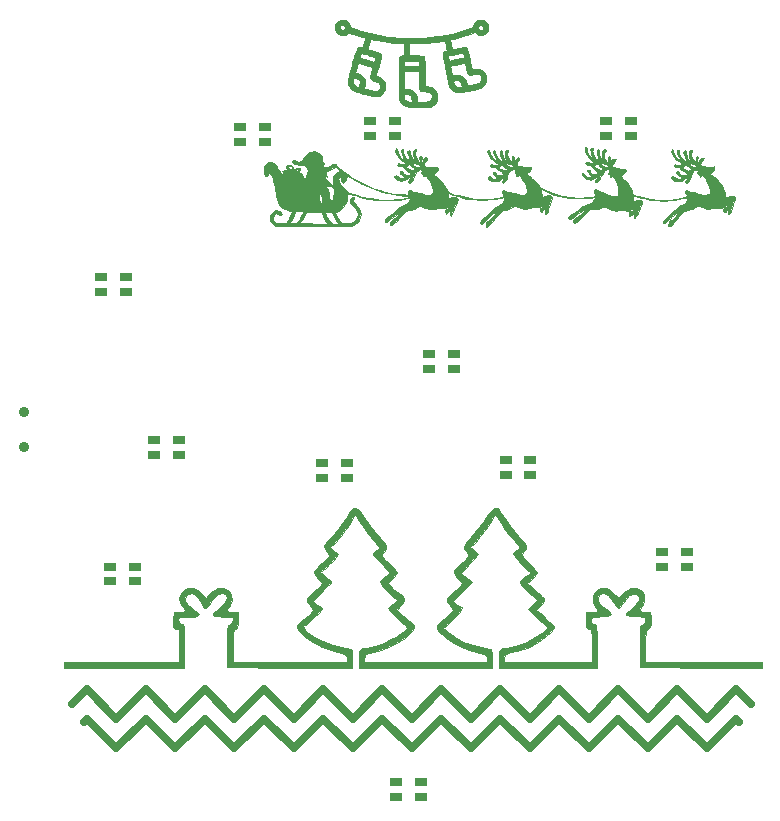
<source format=gbr>
%TF.GenerationSoftware,KiCad,Pcbnew,(5.1.10)-1*%
%TF.CreationDate,2021-10-17T16:42:44+02:00*%
%TF.ProjectId,TVZ_kuglica,54565a5f-6b75-4676-9c69-63612e6b6963,rev?*%
%TF.SameCoordinates,Original*%
%TF.FileFunction,Soldermask,Top*%
%TF.FilePolarity,Negative*%
%FSLAX46Y46*%
G04 Gerber Fmt 4.6, Leading zero omitted, Abs format (unit mm)*
G04 Created by KiCad (PCBNEW (5.1.10)-1) date 2021-10-17 16:42:44*
%MOMM*%
%LPD*%
G01*
G04 APERTURE LIST*
%ADD10C,0.001000*%
%ADD11C,0.010000*%
%ADD12C,0.700000*%
%ADD13C,0.900000*%
%ADD14R,1.100000X0.750000*%
G04 APERTURE END LIST*
D10*
G36*
X111050000Y-119950000D02*
G01*
X107530000Y-119930000D01*
X107525000Y-119410000D01*
X111035000Y-119410000D01*
X111050000Y-119950000D01*
G37*
X111050000Y-119950000D02*
X107530000Y-119930000D01*
X107525000Y-119410000D01*
X111035000Y-119410000D01*
X111050000Y-119950000D01*
D11*
G36*
X166660000Y-119970000D02*
G01*
X163140000Y-119950000D01*
X163130000Y-119420000D01*
X166640000Y-119420000D01*
X166660000Y-119970000D01*
G37*
X166660000Y-119970000D02*
X163140000Y-119950000D01*
X163130000Y-119420000D01*
X166640000Y-119420000D01*
X166660000Y-119970000D01*
D12*
X109500000Y-124250000D02*
X112000000Y-126750000D01*
X109250000Y-124500000D02*
X109500000Y-124250000D01*
X109500000Y-121750000D02*
X108250000Y-123000000D01*
X162000000Y-126750000D02*
X164500000Y-124250000D01*
X152000000Y-124250000D02*
X149500000Y-121750000D01*
X157000000Y-124250000D02*
X154500000Y-121750000D01*
X165750000Y-123000000D02*
X164500000Y-121750000D01*
X164500000Y-121750000D02*
X162000000Y-124250000D01*
X112000000Y-126750000D02*
X114500000Y-124250000D01*
X144500000Y-124250000D02*
X147000000Y-126750000D01*
X159500000Y-124250000D02*
X162000000Y-126750000D01*
X142000000Y-124250000D02*
X139500000Y-121750000D01*
X142000000Y-126750000D02*
X144500000Y-124250000D01*
X137000000Y-126750000D02*
X139500000Y-124250000D01*
X119500000Y-121750000D02*
X117000000Y-124250000D01*
X134500000Y-121750000D02*
X132000000Y-124250000D01*
X162000000Y-124250000D02*
X159500000Y-121750000D01*
X159500000Y-121750000D02*
X157000000Y-124250000D01*
X117000000Y-126750000D02*
X119500000Y-124250000D01*
X157000000Y-126750000D02*
X159500000Y-124250000D01*
X129500000Y-124250000D02*
X132000000Y-126750000D01*
X154500000Y-124250000D02*
X157000000Y-126750000D01*
X134500000Y-124250000D02*
X137000000Y-126750000D01*
X124500000Y-124250000D02*
X127000000Y-126750000D01*
X132000000Y-126750000D02*
X134500000Y-124250000D01*
X119500000Y-124250000D02*
X122000000Y-126750000D01*
X147000000Y-124250000D02*
X144500000Y-121750000D01*
X154500000Y-121750000D02*
X152000000Y-124250000D01*
X139500000Y-121750000D02*
X137000000Y-124250000D01*
X129500000Y-121750000D02*
X127000000Y-124250000D01*
X152000000Y-126750000D02*
X154500000Y-124250000D01*
X149500000Y-124250000D02*
X152000000Y-126750000D01*
X117000000Y-124250000D02*
X114500000Y-121750000D01*
X114500000Y-121750000D02*
X112000000Y-124250000D01*
X147000000Y-126750000D02*
X149500000Y-124250000D01*
X114500000Y-124250000D02*
X117000000Y-126750000D01*
X127000000Y-124250000D02*
X124500000Y-121750000D01*
X112000000Y-124250000D02*
X109500000Y-121750000D01*
X122000000Y-124250000D02*
X119500000Y-121750000D01*
X137000000Y-124250000D02*
X134500000Y-121750000D01*
X149500000Y-121750000D02*
X147000000Y-124250000D01*
X124500000Y-121750000D02*
X122000000Y-124250000D01*
X144500000Y-121750000D02*
X142000000Y-124250000D01*
X122000000Y-126750000D02*
X124500000Y-124250000D01*
X132000000Y-124250000D02*
X129500000Y-121750000D01*
X139500000Y-124250000D02*
X142000000Y-126750000D01*
X164500000Y-124250000D02*
X164750000Y-124500000D01*
X127000000Y-126750000D02*
X129500000Y-124250000D01*
D11*
%TO.C,G\u002A\u002A\u002A*%
G36*
X144285005Y-106442104D02*
G01*
X144380425Y-106550403D01*
X144564586Y-106798305D01*
X144810419Y-107148236D01*
X145073702Y-107536859D01*
X145401662Y-108004178D01*
X145746974Y-108455432D01*
X146062492Y-108830935D01*
X146249348Y-109025201D01*
X146574090Y-109374961D01*
X146714791Y-109657445D01*
X146677974Y-109897511D01*
X146525000Y-110075806D01*
X146364843Y-110257821D01*
X146313333Y-110386030D01*
X146388083Y-110512360D01*
X146586401Y-110732224D01*
X146869388Y-111003480D01*
X146948333Y-111073970D01*
X147258961Y-111371949D01*
X147482282Y-111634365D01*
X147581445Y-111817054D01*
X147583333Y-111835005D01*
X147510130Y-112021393D01*
X147323728Y-112270098D01*
X147192152Y-112406021D01*
X146800971Y-112774952D01*
X147278353Y-113212267D01*
X147577980Y-113482187D01*
X147849561Y-113719209D01*
X147987033Y-113833755D01*
X148176464Y-114050345D01*
X148185343Y-114279321D01*
X148009756Y-114554519D01*
X147888682Y-114683432D01*
X147559031Y-115013083D01*
X148079876Y-115495500D01*
X148387584Y-115775897D01*
X148666417Y-116022168D01*
X148832860Y-116162089D01*
X149004145Y-116340271D01*
X149065000Y-116475666D01*
X148982061Y-116644858D01*
X148760100Y-116892593D01*
X148439402Y-117184932D01*
X148060251Y-117487937D01*
X147662933Y-117767669D01*
X147287731Y-117990190D01*
X147236231Y-118016346D01*
X146752024Y-118227383D01*
X146208535Y-118422390D01*
X145817393Y-118534814D01*
X145437471Y-118626427D01*
X145131439Y-118700725D01*
X144964864Y-118741789D01*
X144963958Y-118742020D01*
X144870653Y-118859822D01*
X144831667Y-119095753D01*
X144831667Y-119417500D01*
X152240000Y-119417500D01*
X152240000Y-118066762D01*
X152238220Y-117510009D01*
X152228852Y-117127981D01*
X152205851Y-116883740D01*
X152163173Y-116740351D01*
X152094774Y-116660877D01*
X152001875Y-116611554D01*
X151867243Y-116526493D01*
X151795283Y-116383646D01*
X151767267Y-116124854D01*
X151763750Y-115872083D01*
X151763750Y-115237083D01*
X152266458Y-115204826D01*
X152559554Y-115176313D01*
X152740726Y-115139996D01*
X152769167Y-115121165D01*
X152712309Y-115010694D01*
X152571978Y-114803656D01*
X152536333Y-114754838D01*
X152340453Y-114351555D01*
X152314295Y-113947822D01*
X152439187Y-113588399D01*
X152696461Y-113318042D01*
X153067444Y-113181508D01*
X153196048Y-113173333D01*
X153480493Y-113211765D01*
X153757126Y-113350268D01*
X154068464Y-113597986D01*
X154550895Y-114022638D01*
X154744822Y-113779393D01*
X155129042Y-113413286D01*
X155547259Y-113209255D01*
X155961314Y-113174761D01*
X156333047Y-113317267D01*
X156476052Y-113440810D01*
X156684984Y-113805362D01*
X156708366Y-114225593D01*
X156545519Y-114654109D01*
X156494500Y-114731107D01*
X156343655Y-114958064D01*
X156264937Y-115106006D01*
X156261667Y-115121129D01*
X156356201Y-115159093D01*
X156594798Y-115181551D01*
X156727260Y-115184166D01*
X157192853Y-115184166D01*
X157237941Y-115686875D01*
X157242811Y-116153369D01*
X157168818Y-116484315D01*
X157024257Y-116651289D01*
X156952203Y-116665833D01*
X156885146Y-116694907D01*
X156839199Y-116803207D01*
X156810653Y-117022345D01*
X156795801Y-117383935D01*
X156790935Y-117919592D01*
X156790833Y-118041666D01*
X156790833Y-119417500D01*
X163140833Y-119417500D01*
X163140833Y-119949598D01*
X156314583Y-119893750D01*
X156314583Y-118094583D01*
X156315347Y-117439503D01*
X156320255Y-116965889D01*
X156333231Y-116643541D01*
X156358196Y-116442259D01*
X156399076Y-116331843D01*
X156459793Y-116282091D01*
X156544270Y-116262805D01*
X156552708Y-116261597D01*
X156731073Y-116183350D01*
X156789629Y-115978727D01*
X156790833Y-115922090D01*
X156790833Y-115616403D01*
X155979118Y-115585493D01*
X155549268Y-115554236D01*
X155252549Y-115501888D01*
X155127996Y-115435362D01*
X155127780Y-115434734D01*
X155185774Y-115314625D01*
X155376311Y-115120891D01*
X155622296Y-114922791D01*
X156019099Y-114567933D01*
X156226046Y-114230772D01*
X156236400Y-113924479D01*
X156187067Y-113818411D01*
X155982280Y-113654355D01*
X155709565Y-113654778D01*
X155406628Y-113800734D01*
X155111172Y-114073277D01*
X154860903Y-114453459D01*
X154840594Y-114495019D01*
X154663139Y-114773934D01*
X154487654Y-114844364D01*
X154304285Y-114705713D01*
X154150103Y-114453337D01*
X153901338Y-114075526D01*
X153602098Y-113781055D01*
X153304579Y-113616218D01*
X153184228Y-113596666D01*
X152954214Y-113688637D01*
X152789130Y-113909955D01*
X152740431Y-114178734D01*
X152760937Y-114270348D01*
X152886754Y-114454186D01*
X153128455Y-114697806D01*
X153361546Y-114891754D01*
X153697823Y-115167508D01*
X153850896Y-115357397D01*
X153813961Y-115478619D01*
X153580213Y-115548371D01*
X153142849Y-115583850D01*
X153086790Y-115586209D01*
X152691750Y-115612798D01*
X152380183Y-115653850D01*
X152211936Y-115701127D01*
X152203152Y-115707847D01*
X152150498Y-115884737D01*
X152225307Y-116089408D01*
X152382344Y-116227259D01*
X152458798Y-116242500D01*
X152532447Y-116253189D01*
X152585932Y-116304648D01*
X152622466Y-116425958D01*
X152645261Y-116646202D01*
X152657527Y-116994464D01*
X152662478Y-117499827D01*
X152663333Y-118094583D01*
X152663333Y-119946666D01*
X144408333Y-119946666D01*
X144408333Y-119149595D01*
X144423792Y-118678969D01*
X144471545Y-118404820D01*
X144540625Y-118316094D01*
X144707769Y-118282251D01*
X145016099Y-118229214D01*
X145380479Y-118171327D01*
X146046245Y-118006805D01*
X146767635Y-117726113D01*
X147458734Y-117368669D01*
X148033624Y-116973897D01*
X148086049Y-116929911D01*
X148535849Y-116543492D01*
X146836587Y-114944948D01*
X147693333Y-114211606D01*
X147241458Y-113864861D01*
X146928324Y-113596724D01*
X146630445Y-113294531D01*
X146380352Y-112998159D01*
X146210575Y-112747486D01*
X146153645Y-112582390D01*
X146168845Y-112549982D01*
X146303909Y-112445551D01*
X146540834Y-112268602D01*
X146669097Y-112174145D01*
X147077778Y-111874552D01*
X146611032Y-111475590D01*
X146279456Y-111157760D01*
X145962725Y-110799567D01*
X145836911Y-110633085D01*
X145662348Y-110360522D01*
X145609154Y-110203233D01*
X145663572Y-110113573D01*
X145683309Y-110101183D01*
X145956581Y-109935739D01*
X146089949Y-109802010D01*
X146081989Y-109653069D01*
X145931273Y-109441994D01*
X145654137Y-109140720D01*
X145310329Y-108741984D01*
X144941079Y-108261709D01*
X144625232Y-107802553D01*
X144620000Y-107794288D01*
X144396231Y-107450578D01*
X144212858Y-107188299D01*
X144099720Y-107049415D01*
X144081995Y-107037708D01*
X144001748Y-107119445D01*
X143835719Y-107341649D01*
X143611602Y-107666108D01*
X143454844Y-107903061D01*
X143146493Y-108348770D01*
X142812685Y-108787384D01*
X142510259Y-109145484D01*
X142417271Y-109243299D01*
X141945095Y-109715475D01*
X142277196Y-109989196D01*
X142609297Y-110262916D01*
X142135234Y-110857810D01*
X141856852Y-111184555D01*
X141587593Y-111463302D01*
X141390963Y-111629751D01*
X141228672Y-111760474D01*
X141196651Y-111885234D01*
X141310010Y-112040066D01*
X141583858Y-112261007D01*
X141687385Y-112336752D01*
X142120305Y-112650357D01*
X140495209Y-114244149D01*
X140784896Y-114499147D01*
X140995999Y-114668311D01*
X141140760Y-114754758D01*
X141153958Y-114757488D01*
X141232765Y-114827791D01*
X141169584Y-115008174D01*
X140984552Y-115272635D01*
X140697803Y-115595170D01*
X140329474Y-115949778D01*
X140035467Y-116201870D01*
X139631991Y-116531657D01*
X140088704Y-116923994D01*
X140668475Y-117335581D01*
X141383363Y-117710711D01*
X142156821Y-118014221D01*
X142875170Y-118204006D01*
X143263256Y-118277264D01*
X143562489Y-118331880D01*
X143719445Y-118358152D01*
X143729726Y-118359166D01*
X143750572Y-118456370D01*
X143765992Y-118713492D01*
X143773143Y-119078800D01*
X143773333Y-119152916D01*
X143773333Y-119946666D01*
X132555000Y-119946666D01*
X132555000Y-119154933D01*
X132554547Y-118763615D01*
X132579939Y-118518722D01*
X132671301Y-118377568D01*
X132868759Y-118297468D01*
X133212436Y-118235737D01*
X133454583Y-118197951D01*
X133994009Y-118063048D01*
X134619930Y-117830716D01*
X135252660Y-117534625D01*
X135812516Y-117208445D01*
X135840097Y-117189973D01*
X136247181Y-116908300D01*
X136488581Y-116707057D01*
X136576021Y-116551223D01*
X136521227Y-116405777D01*
X136335922Y-116235700D01*
X136195448Y-116128572D01*
X135838807Y-115828314D01*
X135488052Y-115481804D01*
X135355335Y-115330821D01*
X134998125Y-114894893D01*
X135423701Y-114552890D01*
X135849278Y-114210888D01*
X135445680Y-113911961D01*
X135158285Y-113670644D01*
X134866866Y-113379940D01*
X134605387Y-113080757D01*
X134407809Y-112813999D01*
X134308092Y-112620575D01*
X134315202Y-112550292D01*
X134451598Y-112444833D01*
X134687442Y-112268950D01*
X134798011Y-112187686D01*
X135188939Y-111901633D01*
X134454053Y-111156469D01*
X134141166Y-110826687D01*
X133894558Y-110542938D01*
X133746819Y-110344065D01*
X133719167Y-110280554D01*
X133802349Y-110143812D01*
X134006010Y-109981095D01*
X134040012Y-109960275D01*
X134360857Y-109770747D01*
X133832785Y-109192953D01*
X133512164Y-108812576D01*
X133155009Y-108343786D01*
X132832426Y-107880421D01*
X132797565Y-107826761D01*
X132565356Y-107475564D01*
X132374140Y-107204481D01*
X132253118Y-107054129D01*
X132229513Y-107036682D01*
X132149531Y-107119184D01*
X131987631Y-107341109D01*
X131772894Y-107661654D01*
X131672416Y-107818288D01*
X131362413Y-108272767D01*
X131006618Y-108742444D01*
X130676723Y-109133180D01*
X130644941Y-109167462D01*
X130113660Y-109733348D01*
X130444279Y-110003186D01*
X130774899Y-110273024D01*
X130297911Y-110858578D01*
X130012504Y-111185218D01*
X129732177Y-111467320D01*
X129528250Y-111635897D01*
X129235577Y-111827664D01*
X129561089Y-112118509D01*
X129820191Y-112335814D01*
X130047209Y-112503554D01*
X130083092Y-112526154D01*
X130156455Y-112590639D01*
X130156012Y-112679997D01*
X130062083Y-112823018D01*
X129854984Y-113048491D01*
X129515035Y-113385206D01*
X129457697Y-113440943D01*
X128635810Y-114238932D01*
X128928530Y-114496538D01*
X129140611Y-114666689D01*
X129286465Y-114754430D01*
X129300625Y-114757488D01*
X129373352Y-114845810D01*
X129380000Y-114902807D01*
X129306724Y-115035994D01*
X129115686Y-115264267D01*
X128850065Y-115545235D01*
X128553044Y-115836509D01*
X128267804Y-116095698D01*
X128037526Y-116280413D01*
X127907493Y-116348333D01*
X127797636Y-116406085D01*
X127853387Y-116567379D01*
X128067022Y-116814274D01*
X128136458Y-116880156D01*
X128724068Y-117313139D01*
X129480605Y-117698389D01*
X130365745Y-118020074D01*
X131339166Y-118262359D01*
X131893542Y-118355474D01*
X131906189Y-118454548D01*
X131915544Y-118713258D01*
X131919884Y-119079580D01*
X131920000Y-119153904D01*
X131920000Y-119948642D01*
X126654792Y-119921196D01*
X121389583Y-119893750D01*
X121385103Y-118110066D01*
X121384303Y-117457872D01*
X121388336Y-116986014D01*
X121401180Y-116663166D01*
X121426811Y-116457998D01*
X121469205Y-116339183D01*
X121532340Y-116275393D01*
X121620192Y-116235299D01*
X121623228Y-116234144D01*
X121825551Y-116066026D01*
X121865833Y-115874702D01*
X121856131Y-115738382D01*
X121797179Y-115658690D01*
X121644208Y-115620434D01*
X121352451Y-115608426D01*
X121078329Y-115607500D01*
X120585248Y-115587286D01*
X120294489Y-115523907D01*
X120200342Y-115413253D01*
X120297098Y-115251213D01*
X120428333Y-115139671D01*
X120931621Y-114716579D01*
X121237951Y-114356299D01*
X121350503Y-114052746D01*
X121272459Y-113799837D01*
X121179291Y-113703640D01*
X120922845Y-113613434D01*
X120620448Y-113691706D01*
X120311603Y-113913280D01*
X120035810Y-114252985D01*
X119894055Y-114522708D01*
X119749127Y-114735470D01*
X119568063Y-114858733D01*
X119408379Y-114872141D01*
X119327594Y-114755341D01*
X119325833Y-114723795D01*
X119267278Y-114560426D01*
X119117993Y-114302740D01*
X119009307Y-114143973D01*
X118682894Y-113790004D01*
X118364795Y-113631523D01*
X118068607Y-113673423D01*
X117944239Y-113760629D01*
X117798266Y-114010685D01*
X117848082Y-114305334D01*
X118086200Y-114630169D01*
X118505132Y-114970782D01*
X118608374Y-115038524D01*
X118888672Y-115254460D01*
X118966179Y-115418199D01*
X118840032Y-115530739D01*
X118509365Y-115593079D01*
X118115066Y-115607500D01*
X117733545Y-115614639D01*
X117442150Y-115633449D01*
X117298790Y-115660019D01*
X117294874Y-115662903D01*
X117251436Y-115832198D01*
X117317325Y-116048675D01*
X117450215Y-116211852D01*
X117539004Y-116242500D01*
X117610825Y-116254379D01*
X117662990Y-116309370D01*
X117698622Y-116436496D01*
X117720847Y-116664783D01*
X117732787Y-117023258D01*
X117737566Y-117540946D01*
X117738333Y-118094583D01*
X117738333Y-119946666D01*
X110859167Y-119946666D01*
X110859167Y-119417500D01*
X117315000Y-119417500D01*
X117315000Y-116688779D01*
X117045451Y-116621127D01*
X116898524Y-116570607D01*
X116821293Y-116477212D01*
X116796018Y-116286871D01*
X116804960Y-115945515D01*
X116807326Y-115895279D01*
X116838750Y-115237083D01*
X117341458Y-115204826D01*
X117634533Y-115178012D01*
X117815708Y-115146014D01*
X117844167Y-115130151D01*
X117790185Y-115025004D01*
X117654014Y-114809246D01*
X117579583Y-114697847D01*
X117375220Y-114329041D01*
X117329179Y-114014445D01*
X117433729Y-113677011D01*
X117469836Y-113604236D01*
X117723207Y-113312312D01*
X118070081Y-113179387D01*
X118468843Y-113201530D01*
X118877876Y-113374812D01*
X119255565Y-113695304D01*
X119325872Y-113779504D01*
X119556267Y-114072404D01*
X119785711Y-113805660D01*
X120210811Y-113412495D01*
X120639168Y-113203575D01*
X121048482Y-113183744D01*
X121416450Y-113357851D01*
X121500227Y-113433106D01*
X121706321Y-113776537D01*
X121757302Y-114190299D01*
X121650395Y-114597762D01*
X121548333Y-114760833D01*
X121384936Y-114996087D01*
X121376822Y-115123761D01*
X121543903Y-115175713D01*
X121812917Y-115184166D01*
X122289167Y-115184166D01*
X122289167Y-115881991D01*
X122281249Y-116263424D01*
X122248081Y-116483726D01*
X122175545Y-116593139D01*
X122077500Y-116635168D01*
X121990557Y-116671527D01*
X121931305Y-116750509D01*
X121894478Y-116907414D01*
X121874809Y-117177543D01*
X121867032Y-117596196D01*
X121865833Y-118054010D01*
X121865833Y-119417500D01*
X131496667Y-119417500D01*
X131496667Y-119107131D01*
X131435249Y-118836564D01*
X131311458Y-118746446D01*
X131119132Y-118697804D01*
X130790769Y-118618071D01*
X130396461Y-118524259D01*
X130385417Y-118521657D01*
X129444939Y-118200291D01*
X128500222Y-117683047D01*
X127896044Y-117247916D01*
X127506602Y-116895644D01*
X127311110Y-116601057D01*
X127304783Y-116348983D01*
X127482840Y-116124248D01*
X127530474Y-116088122D01*
X127898920Y-115805141D01*
X128230399Y-115517505D01*
X128485475Y-115262792D01*
X128624714Y-115078586D01*
X128639167Y-115031549D01*
X128567875Y-114877403D01*
X128394267Y-114673844D01*
X128374583Y-114654999D01*
X128157792Y-114382087D01*
X128125191Y-114123073D01*
X128282815Y-113852663D01*
X128636697Y-113545564D01*
X128639809Y-113543278D01*
X128949471Y-113299482D01*
X129203322Y-113070490D01*
X129318915Y-112941211D01*
X129395363Y-112796050D01*
X129363761Y-112667517D01*
X129199052Y-112492983D01*
X129106606Y-112410567D01*
X128885857Y-112171396D01*
X128757882Y-111944968D01*
X128745000Y-111876440D01*
X128823504Y-111692134D01*
X129039664Y-111414240D01*
X129364452Y-111079623D01*
X129395349Y-111050485D01*
X130045699Y-110441163D01*
X129818683Y-110152559D01*
X129651244Y-109887429D01*
X129616516Y-109647753D01*
X129726131Y-109390219D01*
X129991719Y-109071519D01*
X130152663Y-108908921D01*
X130477936Y-108553370D01*
X130843153Y-108098873D01*
X131181782Y-107629417D01*
X131259857Y-107511250D01*
X131510863Y-107126950D01*
X131729244Y-106801269D01*
X131882735Y-106581934D01*
X131925788Y-106526220D01*
X132089498Y-106408183D01*
X132276999Y-106426545D01*
X132505124Y-106594263D01*
X132790700Y-106924295D01*
X133150560Y-107429597D01*
X133205285Y-107511250D01*
X133534610Y-107979184D01*
X133879955Y-108426496D01*
X134195784Y-108796351D01*
X134397012Y-108998642D01*
X134728069Y-109342385D01*
X134868371Y-109634882D01*
X134824190Y-109902245D01*
X134664313Y-110111520D01*
X134519119Y-110285974D01*
X134523022Y-110433083D01*
X134606639Y-110576786D01*
X134778643Y-110781260D01*
X135048270Y-111043598D01*
X135248993Y-111217182D01*
X135530644Y-111484368D01*
X135699692Y-111719965D01*
X135730000Y-111824210D01*
X135656590Y-112018290D01*
X135470096Y-112270770D01*
X135346262Y-112399002D01*
X134962523Y-112760913D01*
X135213970Y-113031283D01*
X135456275Y-113256939D01*
X135775823Y-113512463D01*
X135915208Y-113612993D01*
X136235231Y-113887872D01*
X136352520Y-114149181D01*
X136270889Y-114429615D01*
X136043435Y-114712110D01*
X135721870Y-115043881D01*
X136181324Y-115457982D01*
X136495731Y-115731302D01*
X136799819Y-115979641D01*
X136943238Y-116088122D01*
X137155822Y-116309272D01*
X137189733Y-116553634D01*
X137039375Y-116835529D01*
X136699147Y-117169279D01*
X136441834Y-117370674D01*
X135420368Y-118013617D01*
X134370095Y-118448206D01*
X133772083Y-118599775D01*
X133386754Y-118680665D01*
X133162519Y-118752749D01*
X133052271Y-118845360D01*
X133008902Y-118987836D01*
X132998086Y-119081764D01*
X132964922Y-119417500D01*
X143350000Y-119417500D01*
X143350000Y-119102016D01*
X143312402Y-118864069D01*
X143159281Y-118752653D01*
X143058958Y-118727446D01*
X141861416Y-118413735D01*
X140829629Y-117989265D01*
X139943831Y-117445181D01*
X139619375Y-117186430D01*
X139298992Y-116881389D01*
X139141805Y-116628303D01*
X139152538Y-116389804D01*
X139335914Y-116128520D01*
X139696657Y-115807082D01*
X139804583Y-115721208D01*
X140122469Y-115455614D01*
X140362544Y-115224985D01*
X140484786Y-115068833D01*
X140492500Y-115042079D01*
X140420920Y-114880329D01*
X140246710Y-114673003D01*
X140227917Y-114655000D01*
X140010374Y-114379599D01*
X139979715Y-114117863D01*
X140141526Y-113845277D01*
X140478992Y-113553665D01*
X140786835Y-113308131D01*
X141039476Y-113072231D01*
X141148608Y-112943266D01*
X141230464Y-112787100D01*
X141204819Y-112657815D01*
X141047148Y-112488452D01*
X140950449Y-112402234D01*
X140666417Y-112073231D01*
X140592604Y-111765729D01*
X140729291Y-111474224D01*
X141010060Y-111235659D01*
X141319711Y-110993761D01*
X141586400Y-110725093D01*
X141642340Y-110653453D01*
X141781871Y-110441338D01*
X141799398Y-110316351D01*
X141698685Y-110195370D01*
X141664497Y-110164170D01*
X141476865Y-109955013D01*
X141416125Y-109751715D01*
X141492223Y-109517865D01*
X141715103Y-109217051D01*
X142009920Y-108899450D01*
X142382936Y-108477747D01*
X142781636Y-107966992D01*
X143131046Y-107464336D01*
X143191250Y-107368725D01*
X143537075Y-106856567D01*
X143828563Y-106537501D01*
X144075788Y-106402991D01*
X144285005Y-106442104D01*
G37*
X144285005Y-106442104D02*
X144380425Y-106550403D01*
X144564586Y-106798305D01*
X144810419Y-107148236D01*
X145073702Y-107536859D01*
X145401662Y-108004178D01*
X145746974Y-108455432D01*
X146062492Y-108830935D01*
X146249348Y-109025201D01*
X146574090Y-109374961D01*
X146714791Y-109657445D01*
X146677974Y-109897511D01*
X146525000Y-110075806D01*
X146364843Y-110257821D01*
X146313333Y-110386030D01*
X146388083Y-110512360D01*
X146586401Y-110732224D01*
X146869388Y-111003480D01*
X146948333Y-111073970D01*
X147258961Y-111371949D01*
X147482282Y-111634365D01*
X147581445Y-111817054D01*
X147583333Y-111835005D01*
X147510130Y-112021393D01*
X147323728Y-112270098D01*
X147192152Y-112406021D01*
X146800971Y-112774952D01*
X147278353Y-113212267D01*
X147577980Y-113482187D01*
X147849561Y-113719209D01*
X147987033Y-113833755D01*
X148176464Y-114050345D01*
X148185343Y-114279321D01*
X148009756Y-114554519D01*
X147888682Y-114683432D01*
X147559031Y-115013083D01*
X148079876Y-115495500D01*
X148387584Y-115775897D01*
X148666417Y-116022168D01*
X148832860Y-116162089D01*
X149004145Y-116340271D01*
X149065000Y-116475666D01*
X148982061Y-116644858D01*
X148760100Y-116892593D01*
X148439402Y-117184932D01*
X148060251Y-117487937D01*
X147662933Y-117767669D01*
X147287731Y-117990190D01*
X147236231Y-118016346D01*
X146752024Y-118227383D01*
X146208535Y-118422390D01*
X145817393Y-118534814D01*
X145437471Y-118626427D01*
X145131439Y-118700725D01*
X144964864Y-118741789D01*
X144963958Y-118742020D01*
X144870653Y-118859822D01*
X144831667Y-119095753D01*
X144831667Y-119417500D01*
X152240000Y-119417500D01*
X152240000Y-118066762D01*
X152238220Y-117510009D01*
X152228852Y-117127981D01*
X152205851Y-116883740D01*
X152163173Y-116740351D01*
X152094774Y-116660877D01*
X152001875Y-116611554D01*
X151867243Y-116526493D01*
X151795283Y-116383646D01*
X151767267Y-116124854D01*
X151763750Y-115872083D01*
X151763750Y-115237083D01*
X152266458Y-115204826D01*
X152559554Y-115176313D01*
X152740726Y-115139996D01*
X152769167Y-115121165D01*
X152712309Y-115010694D01*
X152571978Y-114803656D01*
X152536333Y-114754838D01*
X152340453Y-114351555D01*
X152314295Y-113947822D01*
X152439187Y-113588399D01*
X152696461Y-113318042D01*
X153067444Y-113181508D01*
X153196048Y-113173333D01*
X153480493Y-113211765D01*
X153757126Y-113350268D01*
X154068464Y-113597986D01*
X154550895Y-114022638D01*
X154744822Y-113779393D01*
X155129042Y-113413286D01*
X155547259Y-113209255D01*
X155961314Y-113174761D01*
X156333047Y-113317267D01*
X156476052Y-113440810D01*
X156684984Y-113805362D01*
X156708366Y-114225593D01*
X156545519Y-114654109D01*
X156494500Y-114731107D01*
X156343655Y-114958064D01*
X156264937Y-115106006D01*
X156261667Y-115121129D01*
X156356201Y-115159093D01*
X156594798Y-115181551D01*
X156727260Y-115184166D01*
X157192853Y-115184166D01*
X157237941Y-115686875D01*
X157242811Y-116153369D01*
X157168818Y-116484315D01*
X157024257Y-116651289D01*
X156952203Y-116665833D01*
X156885146Y-116694907D01*
X156839199Y-116803207D01*
X156810653Y-117022345D01*
X156795801Y-117383935D01*
X156790935Y-117919592D01*
X156790833Y-118041666D01*
X156790833Y-119417500D01*
X163140833Y-119417500D01*
X163140833Y-119949598D01*
X156314583Y-119893750D01*
X156314583Y-118094583D01*
X156315347Y-117439503D01*
X156320255Y-116965889D01*
X156333231Y-116643541D01*
X156358196Y-116442259D01*
X156399076Y-116331843D01*
X156459793Y-116282091D01*
X156544270Y-116262805D01*
X156552708Y-116261597D01*
X156731073Y-116183350D01*
X156789629Y-115978727D01*
X156790833Y-115922090D01*
X156790833Y-115616403D01*
X155979118Y-115585493D01*
X155549268Y-115554236D01*
X155252549Y-115501888D01*
X155127996Y-115435362D01*
X155127780Y-115434734D01*
X155185774Y-115314625D01*
X155376311Y-115120891D01*
X155622296Y-114922791D01*
X156019099Y-114567933D01*
X156226046Y-114230772D01*
X156236400Y-113924479D01*
X156187067Y-113818411D01*
X155982280Y-113654355D01*
X155709565Y-113654778D01*
X155406628Y-113800734D01*
X155111172Y-114073277D01*
X154860903Y-114453459D01*
X154840594Y-114495019D01*
X154663139Y-114773934D01*
X154487654Y-114844364D01*
X154304285Y-114705713D01*
X154150103Y-114453337D01*
X153901338Y-114075526D01*
X153602098Y-113781055D01*
X153304579Y-113616218D01*
X153184228Y-113596666D01*
X152954214Y-113688637D01*
X152789130Y-113909955D01*
X152740431Y-114178734D01*
X152760937Y-114270348D01*
X152886754Y-114454186D01*
X153128455Y-114697806D01*
X153361546Y-114891754D01*
X153697823Y-115167508D01*
X153850896Y-115357397D01*
X153813961Y-115478619D01*
X153580213Y-115548371D01*
X153142849Y-115583850D01*
X153086790Y-115586209D01*
X152691750Y-115612798D01*
X152380183Y-115653850D01*
X152211936Y-115701127D01*
X152203152Y-115707847D01*
X152150498Y-115884737D01*
X152225307Y-116089408D01*
X152382344Y-116227259D01*
X152458798Y-116242500D01*
X152532447Y-116253189D01*
X152585932Y-116304648D01*
X152622466Y-116425958D01*
X152645261Y-116646202D01*
X152657527Y-116994464D01*
X152662478Y-117499827D01*
X152663333Y-118094583D01*
X152663333Y-119946666D01*
X144408333Y-119946666D01*
X144408333Y-119149595D01*
X144423792Y-118678969D01*
X144471545Y-118404820D01*
X144540625Y-118316094D01*
X144707769Y-118282251D01*
X145016099Y-118229214D01*
X145380479Y-118171327D01*
X146046245Y-118006805D01*
X146767635Y-117726113D01*
X147458734Y-117368669D01*
X148033624Y-116973897D01*
X148086049Y-116929911D01*
X148535849Y-116543492D01*
X146836587Y-114944948D01*
X147693333Y-114211606D01*
X147241458Y-113864861D01*
X146928324Y-113596724D01*
X146630445Y-113294531D01*
X146380352Y-112998159D01*
X146210575Y-112747486D01*
X146153645Y-112582390D01*
X146168845Y-112549982D01*
X146303909Y-112445551D01*
X146540834Y-112268602D01*
X146669097Y-112174145D01*
X147077778Y-111874552D01*
X146611032Y-111475590D01*
X146279456Y-111157760D01*
X145962725Y-110799567D01*
X145836911Y-110633085D01*
X145662348Y-110360522D01*
X145609154Y-110203233D01*
X145663572Y-110113573D01*
X145683309Y-110101183D01*
X145956581Y-109935739D01*
X146089949Y-109802010D01*
X146081989Y-109653069D01*
X145931273Y-109441994D01*
X145654137Y-109140720D01*
X145310329Y-108741984D01*
X144941079Y-108261709D01*
X144625232Y-107802553D01*
X144620000Y-107794288D01*
X144396231Y-107450578D01*
X144212858Y-107188299D01*
X144099720Y-107049415D01*
X144081995Y-107037708D01*
X144001748Y-107119445D01*
X143835719Y-107341649D01*
X143611602Y-107666108D01*
X143454844Y-107903061D01*
X143146493Y-108348770D01*
X142812685Y-108787384D01*
X142510259Y-109145484D01*
X142417271Y-109243299D01*
X141945095Y-109715475D01*
X142277196Y-109989196D01*
X142609297Y-110262916D01*
X142135234Y-110857810D01*
X141856852Y-111184555D01*
X141587593Y-111463302D01*
X141390963Y-111629751D01*
X141228672Y-111760474D01*
X141196651Y-111885234D01*
X141310010Y-112040066D01*
X141583858Y-112261007D01*
X141687385Y-112336752D01*
X142120305Y-112650357D01*
X140495209Y-114244149D01*
X140784896Y-114499147D01*
X140995999Y-114668311D01*
X141140760Y-114754758D01*
X141153958Y-114757488D01*
X141232765Y-114827791D01*
X141169584Y-115008174D01*
X140984552Y-115272635D01*
X140697803Y-115595170D01*
X140329474Y-115949778D01*
X140035467Y-116201870D01*
X139631991Y-116531657D01*
X140088704Y-116923994D01*
X140668475Y-117335581D01*
X141383363Y-117710711D01*
X142156821Y-118014221D01*
X142875170Y-118204006D01*
X143263256Y-118277264D01*
X143562489Y-118331880D01*
X143719445Y-118358152D01*
X143729726Y-118359166D01*
X143750572Y-118456370D01*
X143765992Y-118713492D01*
X143773143Y-119078800D01*
X143773333Y-119152916D01*
X143773333Y-119946666D01*
X132555000Y-119946666D01*
X132555000Y-119154933D01*
X132554547Y-118763615D01*
X132579939Y-118518722D01*
X132671301Y-118377568D01*
X132868759Y-118297468D01*
X133212436Y-118235737D01*
X133454583Y-118197951D01*
X133994009Y-118063048D01*
X134619930Y-117830716D01*
X135252660Y-117534625D01*
X135812516Y-117208445D01*
X135840097Y-117189973D01*
X136247181Y-116908300D01*
X136488581Y-116707057D01*
X136576021Y-116551223D01*
X136521227Y-116405777D01*
X136335922Y-116235700D01*
X136195448Y-116128572D01*
X135838807Y-115828314D01*
X135488052Y-115481804D01*
X135355335Y-115330821D01*
X134998125Y-114894893D01*
X135423701Y-114552890D01*
X135849278Y-114210888D01*
X135445680Y-113911961D01*
X135158285Y-113670644D01*
X134866866Y-113379940D01*
X134605387Y-113080757D01*
X134407809Y-112813999D01*
X134308092Y-112620575D01*
X134315202Y-112550292D01*
X134451598Y-112444833D01*
X134687442Y-112268950D01*
X134798011Y-112187686D01*
X135188939Y-111901633D01*
X134454053Y-111156469D01*
X134141166Y-110826687D01*
X133894558Y-110542938D01*
X133746819Y-110344065D01*
X133719167Y-110280554D01*
X133802349Y-110143812D01*
X134006010Y-109981095D01*
X134040012Y-109960275D01*
X134360857Y-109770747D01*
X133832785Y-109192953D01*
X133512164Y-108812576D01*
X133155009Y-108343786D01*
X132832426Y-107880421D01*
X132797565Y-107826761D01*
X132565356Y-107475564D01*
X132374140Y-107204481D01*
X132253118Y-107054129D01*
X132229513Y-107036682D01*
X132149531Y-107119184D01*
X131987631Y-107341109D01*
X131772894Y-107661654D01*
X131672416Y-107818288D01*
X131362413Y-108272767D01*
X131006618Y-108742444D01*
X130676723Y-109133180D01*
X130644941Y-109167462D01*
X130113660Y-109733348D01*
X130444279Y-110003186D01*
X130774899Y-110273024D01*
X130297911Y-110858578D01*
X130012504Y-111185218D01*
X129732177Y-111467320D01*
X129528250Y-111635897D01*
X129235577Y-111827664D01*
X129561089Y-112118509D01*
X129820191Y-112335814D01*
X130047209Y-112503554D01*
X130083092Y-112526154D01*
X130156455Y-112590639D01*
X130156012Y-112679997D01*
X130062083Y-112823018D01*
X129854984Y-113048491D01*
X129515035Y-113385206D01*
X129457697Y-113440943D01*
X128635810Y-114238932D01*
X128928530Y-114496538D01*
X129140611Y-114666689D01*
X129286465Y-114754430D01*
X129300625Y-114757488D01*
X129373352Y-114845810D01*
X129380000Y-114902807D01*
X129306724Y-115035994D01*
X129115686Y-115264267D01*
X128850065Y-115545235D01*
X128553044Y-115836509D01*
X128267804Y-116095698D01*
X128037526Y-116280413D01*
X127907493Y-116348333D01*
X127797636Y-116406085D01*
X127853387Y-116567379D01*
X128067022Y-116814274D01*
X128136458Y-116880156D01*
X128724068Y-117313139D01*
X129480605Y-117698389D01*
X130365745Y-118020074D01*
X131339166Y-118262359D01*
X131893542Y-118355474D01*
X131906189Y-118454548D01*
X131915544Y-118713258D01*
X131919884Y-119079580D01*
X131920000Y-119153904D01*
X131920000Y-119948642D01*
X126654792Y-119921196D01*
X121389583Y-119893750D01*
X121385103Y-118110066D01*
X121384303Y-117457872D01*
X121388336Y-116986014D01*
X121401180Y-116663166D01*
X121426811Y-116457998D01*
X121469205Y-116339183D01*
X121532340Y-116275393D01*
X121620192Y-116235299D01*
X121623228Y-116234144D01*
X121825551Y-116066026D01*
X121865833Y-115874702D01*
X121856131Y-115738382D01*
X121797179Y-115658690D01*
X121644208Y-115620434D01*
X121352451Y-115608426D01*
X121078329Y-115607500D01*
X120585248Y-115587286D01*
X120294489Y-115523907D01*
X120200342Y-115413253D01*
X120297098Y-115251213D01*
X120428333Y-115139671D01*
X120931621Y-114716579D01*
X121237951Y-114356299D01*
X121350503Y-114052746D01*
X121272459Y-113799837D01*
X121179291Y-113703640D01*
X120922845Y-113613434D01*
X120620448Y-113691706D01*
X120311603Y-113913280D01*
X120035810Y-114252985D01*
X119894055Y-114522708D01*
X119749127Y-114735470D01*
X119568063Y-114858733D01*
X119408379Y-114872141D01*
X119327594Y-114755341D01*
X119325833Y-114723795D01*
X119267278Y-114560426D01*
X119117993Y-114302740D01*
X119009307Y-114143973D01*
X118682894Y-113790004D01*
X118364795Y-113631523D01*
X118068607Y-113673423D01*
X117944239Y-113760629D01*
X117798266Y-114010685D01*
X117848082Y-114305334D01*
X118086200Y-114630169D01*
X118505132Y-114970782D01*
X118608374Y-115038524D01*
X118888672Y-115254460D01*
X118966179Y-115418199D01*
X118840032Y-115530739D01*
X118509365Y-115593079D01*
X118115066Y-115607500D01*
X117733545Y-115614639D01*
X117442150Y-115633449D01*
X117298790Y-115660019D01*
X117294874Y-115662903D01*
X117251436Y-115832198D01*
X117317325Y-116048675D01*
X117450215Y-116211852D01*
X117539004Y-116242500D01*
X117610825Y-116254379D01*
X117662990Y-116309370D01*
X117698622Y-116436496D01*
X117720847Y-116664783D01*
X117732787Y-117023258D01*
X117737566Y-117540946D01*
X117738333Y-118094583D01*
X117738333Y-119946666D01*
X110859167Y-119946666D01*
X110859167Y-119417500D01*
X117315000Y-119417500D01*
X117315000Y-116688779D01*
X117045451Y-116621127D01*
X116898524Y-116570607D01*
X116821293Y-116477212D01*
X116796018Y-116286871D01*
X116804960Y-115945515D01*
X116807326Y-115895279D01*
X116838750Y-115237083D01*
X117341458Y-115204826D01*
X117634533Y-115178012D01*
X117815708Y-115146014D01*
X117844167Y-115130151D01*
X117790185Y-115025004D01*
X117654014Y-114809246D01*
X117579583Y-114697847D01*
X117375220Y-114329041D01*
X117329179Y-114014445D01*
X117433729Y-113677011D01*
X117469836Y-113604236D01*
X117723207Y-113312312D01*
X118070081Y-113179387D01*
X118468843Y-113201530D01*
X118877876Y-113374812D01*
X119255565Y-113695304D01*
X119325872Y-113779504D01*
X119556267Y-114072404D01*
X119785711Y-113805660D01*
X120210811Y-113412495D01*
X120639168Y-113203575D01*
X121048482Y-113183744D01*
X121416450Y-113357851D01*
X121500227Y-113433106D01*
X121706321Y-113776537D01*
X121757302Y-114190299D01*
X121650395Y-114597762D01*
X121548333Y-114760833D01*
X121384936Y-114996087D01*
X121376822Y-115123761D01*
X121543903Y-115175713D01*
X121812917Y-115184166D01*
X122289167Y-115184166D01*
X122289167Y-115881991D01*
X122281249Y-116263424D01*
X122248081Y-116483726D01*
X122175545Y-116593139D01*
X122077500Y-116635168D01*
X121990557Y-116671527D01*
X121931305Y-116750509D01*
X121894478Y-116907414D01*
X121874809Y-117177543D01*
X121867032Y-117596196D01*
X121865833Y-118054010D01*
X121865833Y-119417500D01*
X131496667Y-119417500D01*
X131496667Y-119107131D01*
X131435249Y-118836564D01*
X131311458Y-118746446D01*
X131119132Y-118697804D01*
X130790769Y-118618071D01*
X130396461Y-118524259D01*
X130385417Y-118521657D01*
X129444939Y-118200291D01*
X128500222Y-117683047D01*
X127896044Y-117247916D01*
X127506602Y-116895644D01*
X127311110Y-116601057D01*
X127304783Y-116348983D01*
X127482840Y-116124248D01*
X127530474Y-116088122D01*
X127898920Y-115805141D01*
X128230399Y-115517505D01*
X128485475Y-115262792D01*
X128624714Y-115078586D01*
X128639167Y-115031549D01*
X128567875Y-114877403D01*
X128394267Y-114673844D01*
X128374583Y-114654999D01*
X128157792Y-114382087D01*
X128125191Y-114123073D01*
X128282815Y-113852663D01*
X128636697Y-113545564D01*
X128639809Y-113543278D01*
X128949471Y-113299482D01*
X129203322Y-113070490D01*
X129318915Y-112941211D01*
X129395363Y-112796050D01*
X129363761Y-112667517D01*
X129199052Y-112492983D01*
X129106606Y-112410567D01*
X128885857Y-112171396D01*
X128757882Y-111944968D01*
X128745000Y-111876440D01*
X128823504Y-111692134D01*
X129039664Y-111414240D01*
X129364452Y-111079623D01*
X129395349Y-111050485D01*
X130045699Y-110441163D01*
X129818683Y-110152559D01*
X129651244Y-109887429D01*
X129616516Y-109647753D01*
X129726131Y-109390219D01*
X129991719Y-109071519D01*
X130152663Y-108908921D01*
X130477936Y-108553370D01*
X130843153Y-108098873D01*
X131181782Y-107629417D01*
X131259857Y-107511250D01*
X131510863Y-107126950D01*
X131729244Y-106801269D01*
X131882735Y-106581934D01*
X131925788Y-106526220D01*
X132089498Y-106408183D01*
X132276999Y-106426545D01*
X132505124Y-106594263D01*
X132790700Y-106924295D01*
X133150560Y-107429597D01*
X133205285Y-107511250D01*
X133534610Y-107979184D01*
X133879955Y-108426496D01*
X134195784Y-108796351D01*
X134397012Y-108998642D01*
X134728069Y-109342385D01*
X134868371Y-109634882D01*
X134824190Y-109902245D01*
X134664313Y-110111520D01*
X134519119Y-110285974D01*
X134523022Y-110433083D01*
X134606639Y-110576786D01*
X134778643Y-110781260D01*
X135048270Y-111043598D01*
X135248993Y-111217182D01*
X135530644Y-111484368D01*
X135699692Y-111719965D01*
X135730000Y-111824210D01*
X135656590Y-112018290D01*
X135470096Y-112270770D01*
X135346262Y-112399002D01*
X134962523Y-112760913D01*
X135213970Y-113031283D01*
X135456275Y-113256939D01*
X135775823Y-113512463D01*
X135915208Y-113612993D01*
X136235231Y-113887872D01*
X136352520Y-114149181D01*
X136270889Y-114429615D01*
X136043435Y-114712110D01*
X135721870Y-115043881D01*
X136181324Y-115457982D01*
X136495731Y-115731302D01*
X136799819Y-115979641D01*
X136943238Y-116088122D01*
X137155822Y-116309272D01*
X137189733Y-116553634D01*
X137039375Y-116835529D01*
X136699147Y-117169279D01*
X136441834Y-117370674D01*
X135420368Y-118013617D01*
X134370095Y-118448206D01*
X133772083Y-118599775D01*
X133386754Y-118680665D01*
X133162519Y-118752749D01*
X133052271Y-118845360D01*
X133008902Y-118987836D01*
X132998086Y-119081764D01*
X132964922Y-119417500D01*
X143350000Y-119417500D01*
X143350000Y-119102016D01*
X143312402Y-118864069D01*
X143159281Y-118752653D01*
X143058958Y-118727446D01*
X141861416Y-118413735D01*
X140829629Y-117989265D01*
X139943831Y-117445181D01*
X139619375Y-117186430D01*
X139298992Y-116881389D01*
X139141805Y-116628303D01*
X139152538Y-116389804D01*
X139335914Y-116128520D01*
X139696657Y-115807082D01*
X139804583Y-115721208D01*
X140122469Y-115455614D01*
X140362544Y-115224985D01*
X140484786Y-115068833D01*
X140492500Y-115042079D01*
X140420920Y-114880329D01*
X140246710Y-114673003D01*
X140227917Y-114655000D01*
X140010374Y-114379599D01*
X139979715Y-114117863D01*
X140141526Y-113845277D01*
X140478992Y-113553665D01*
X140786835Y-113308131D01*
X141039476Y-113072231D01*
X141148608Y-112943266D01*
X141230464Y-112787100D01*
X141204819Y-112657815D01*
X141047148Y-112488452D01*
X140950449Y-112402234D01*
X140666417Y-112073231D01*
X140592604Y-111765729D01*
X140729291Y-111474224D01*
X141010060Y-111235659D01*
X141319711Y-110993761D01*
X141586400Y-110725093D01*
X141642340Y-110653453D01*
X141781871Y-110441338D01*
X141799398Y-110316351D01*
X141698685Y-110195370D01*
X141664497Y-110164170D01*
X141476865Y-109955013D01*
X141416125Y-109751715D01*
X141492223Y-109517865D01*
X141715103Y-109217051D01*
X142009920Y-108899450D01*
X142382936Y-108477747D01*
X142781636Y-107966992D01*
X143131046Y-107464336D01*
X143191250Y-107368725D01*
X143537075Y-106856567D01*
X143828563Y-106537501D01*
X144075788Y-106402991D01*
X144285005Y-106442104D01*
G36*
X151795978Y-75869444D02*
G01*
X151819763Y-75997818D01*
X151820315Y-76022498D01*
X151853273Y-76220916D01*
X151936664Y-76428828D01*
X152050985Y-76606024D01*
X152146728Y-76695521D01*
X152245277Y-76749553D01*
X152301254Y-76760729D01*
X152302179Y-76759953D01*
X152297905Y-76704258D01*
X152263418Y-76583677D01*
X152221745Y-76466155D01*
X152150480Y-76227392D01*
X152139028Y-76049777D01*
X152187031Y-75941599D01*
X152245564Y-75913210D01*
X152313255Y-75916949D01*
X152317943Y-75983210D01*
X152310896Y-76012858D01*
X152302143Y-76179981D01*
X152343302Y-76374584D01*
X152421794Y-76571329D01*
X152525040Y-76744878D01*
X152640462Y-76869892D01*
X152755480Y-76921033D01*
X152761832Y-76921199D01*
X152809788Y-76919910D01*
X152828302Y-76900258D01*
X152816827Y-76838565D01*
X152774816Y-76711154D01*
X152755678Y-76655117D01*
X152707957Y-76464223D01*
X152691599Y-76282559D01*
X152705455Y-76135050D01*
X152748374Y-76046622D01*
X152784400Y-76032200D01*
X152834975Y-76060451D01*
X152847983Y-76158481D01*
X152844254Y-76219832D01*
X152852715Y-76353713D01*
X152889982Y-76515623D01*
X152945189Y-76675361D01*
X153007466Y-76802726D01*
X153065946Y-76867516D01*
X153078356Y-76870400D01*
X153101111Y-76824130D01*
X153115829Y-76703230D01*
X153119312Y-76545805D01*
X153124546Y-76343233D01*
X153151729Y-76210889D01*
X153207297Y-76118595D01*
X153211373Y-76114005D01*
X153315543Y-76022805D01*
X153387225Y-76022554D01*
X153427520Y-76085843D01*
X153414939Y-76178593D01*
X153346157Y-76268947D01*
X153275107Y-76355165D01*
X153254986Y-76456905D01*
X153268877Y-76583604D01*
X153311908Y-76730654D01*
X153385820Y-76886744D01*
X153472926Y-77022541D01*
X153555542Y-77108713D01*
X153594951Y-77124400D01*
X153616607Y-77080117D01*
X153616757Y-76969981D01*
X153612497Y-76931792D01*
X153611712Y-76766595D01*
X153661391Y-76677165D01*
X153747473Y-76643579D01*
X153804490Y-76689906D01*
X153820766Y-76795960D01*
X153796453Y-76910685D01*
X153763333Y-77059497D01*
X153762005Y-77184905D01*
X153778732Y-77257324D01*
X153800510Y-77247567D01*
X153842100Y-77149800D01*
X153916071Y-76979074D01*
X153981093Y-76882959D01*
X154055958Y-76838326D01*
X154103547Y-76827999D01*
X154231867Y-76830607D01*
X154275768Y-76884236D01*
X154234359Y-76982069D01*
X154137584Y-77089122D01*
X154010391Y-77239908D01*
X153955467Y-77375989D01*
X153977935Y-77480229D01*
X154011659Y-77510380D01*
X154112787Y-77549122D01*
X154281990Y-77591805D01*
X154486259Y-77632112D01*
X154692588Y-77663725D01*
X154867969Y-77680329D01*
X154905300Y-77681415D01*
X155041573Y-77688819D01*
X155104198Y-77718741D01*
X155120921Y-77787265D01*
X155121200Y-77806571D01*
X155074338Y-77962775D01*
X154948048Y-78080439D01*
X154871592Y-78113605D01*
X154760118Y-78183462D01*
X154742068Y-78292216D01*
X154817233Y-78439332D01*
X154985401Y-78624272D01*
X155118371Y-78742687D01*
X155278245Y-78906720D01*
X155431100Y-79113651D01*
X155560173Y-79334897D01*
X155648707Y-79541872D01*
X155680000Y-79700506D01*
X155695263Y-79771258D01*
X155749520Y-79833507D01*
X155855471Y-79893162D01*
X156025816Y-79956134D01*
X156273256Y-80028332D01*
X156526947Y-80094598D01*
X157230760Y-80230795D01*
X157972865Y-80296846D01*
X158722253Y-80292285D01*
X159447912Y-80216646D01*
X159827582Y-80144149D01*
X160054639Y-80090315D01*
X160196046Y-80045474D01*
X160265768Y-79998629D01*
X160277767Y-79938779D01*
X160246007Y-79854925D01*
X160231390Y-79826063D01*
X160175805Y-79698467D01*
X160150541Y-79600775D01*
X160150400Y-79596157D01*
X160188679Y-79513289D01*
X160284184Y-79488140D01*
X160407914Y-79524691D01*
X160454677Y-79554381D01*
X160581719Y-79617602D01*
X160759461Y-79670685D01*
X160863851Y-79689945D01*
X161076488Y-79728902D01*
X161314967Y-79786698D01*
X161439717Y-79823149D01*
X161657534Y-79886696D01*
X161812530Y-79912357D01*
X161935808Y-79900991D01*
X162058470Y-79853453D01*
X162083322Y-79840895D01*
X162174281Y-79782901D01*
X162218547Y-79708938D01*
X162232467Y-79583255D01*
X162233200Y-79513085D01*
X162227775Y-79368165D01*
X162205814Y-79238120D01*
X162158780Y-79100447D01*
X162078141Y-78932644D01*
X161955362Y-78712209D01*
X161881187Y-78584899D01*
X161747526Y-78370076D01*
X161647807Y-78242690D01*
X161575292Y-78197077D01*
X161523248Y-78227573D01*
X161503629Y-78267400D01*
X161447372Y-78337942D01*
X161391380Y-78320501D01*
X161369600Y-78237244D01*
X161326045Y-78135828D01*
X161268000Y-78104319D01*
X161178457Y-78060741D01*
X161186390Y-77994517D01*
X161223945Y-77950774D01*
X161270643Y-77861860D01*
X161238293Y-77790304D01*
X161149291Y-77747823D01*
X161026033Y-77746133D01*
X160909586Y-77786305D01*
X160806102Y-77882207D01*
X160714450Y-78030674D01*
X160661966Y-78183860D01*
X160657903Y-78226777D01*
X160634083Y-78341005D01*
X160574447Y-78494232D01*
X160495364Y-78653938D01*
X160413203Y-78787603D01*
X160344334Y-78862705D01*
X160335575Y-78867140D01*
X160239862Y-78859203D01*
X160170975Y-78814118D01*
X160122607Y-78752931D01*
X160136246Y-78699924D01*
X160221792Y-78622706D01*
X160231962Y-78614573D01*
X160325316Y-78522080D01*
X160332485Y-78457162D01*
X160322179Y-78444259D01*
X160260569Y-78433188D01*
X160154261Y-78490283D01*
X160044673Y-78575647D01*
X159910168Y-78681489D01*
X159806414Y-78733122D01*
X159688889Y-78744570D01*
X159544639Y-78733152D01*
X159327602Y-78688053D01*
X159152150Y-78609177D01*
X159032182Y-78508947D01*
X158981593Y-78399787D01*
X159014281Y-78294121D01*
X159031827Y-78274704D01*
X159090845Y-78254559D01*
X159167270Y-78312509D01*
X159201691Y-78352659D01*
X159360439Y-78482609D01*
X159548260Y-78538036D01*
X159689533Y-78522563D01*
X159779907Y-78463789D01*
X159778553Y-78383971D01*
X159689158Y-78296970D01*
X159619233Y-78258234D01*
X159466169Y-78161824D01*
X159406726Y-78057895D01*
X159420829Y-77962600D01*
X159482565Y-77892685D01*
X159562761Y-77907138D01*
X159635681Y-77998848D01*
X159646835Y-78025066D01*
X159705001Y-78139234D01*
X159759878Y-78202088D01*
X159880950Y-78236280D01*
X160041673Y-78234326D01*
X160187356Y-78197785D01*
X160204539Y-78189412D01*
X160291343Y-78112159D01*
X160277155Y-78027888D01*
X160162292Y-77937218D01*
X160044453Y-77879686D01*
X159859204Y-77778854D01*
X159752568Y-77673495D01*
X159740910Y-77649674D01*
X159696119Y-77574499D01*
X159616079Y-77539527D01*
X159468309Y-77530802D01*
X159464262Y-77530800D01*
X159456234Y-77530121D01*
X159921800Y-77530121D01*
X160087701Y-77682860D01*
X160232071Y-77793760D01*
X160365465Y-77831140D01*
X160532197Y-77806721D01*
X160544100Y-77803581D01*
X160640188Y-77749822D01*
X160645008Y-77675154D01*
X160562348Y-77594537D01*
X160480600Y-77552926D01*
X160365316Y-77486616D01*
X160305255Y-77416651D01*
X160302800Y-77403118D01*
X160269727Y-77337564D01*
X160182947Y-77341486D01*
X160061117Y-77413044D01*
X160041727Y-77428860D01*
X159921800Y-77530121D01*
X159456234Y-77530121D01*
X159297392Y-77516688D01*
X159213428Y-77471288D01*
X159202260Y-77451185D01*
X159198668Y-77350087D01*
X159265213Y-77301706D01*
X159377294Y-77322056D01*
X159390437Y-77328690D01*
X159503457Y-77363743D01*
X159644511Y-77346929D01*
X159700691Y-77331357D01*
X159800628Y-77294861D01*
X160525117Y-77294861D01*
X160534104Y-77341728D01*
X160602507Y-77420379D01*
X160720557Y-77478358D01*
X160858060Y-77510710D01*
X160984818Y-77512479D01*
X161070636Y-77478710D01*
X161090200Y-77432984D01*
X161046277Y-77371108D01*
X160937595Y-77302564D01*
X160798782Y-77241708D01*
X160664469Y-77202895D01*
X160569283Y-77200481D01*
X160552428Y-77210051D01*
X160525117Y-77294861D01*
X159800628Y-77294861D01*
X159823543Y-77286493D01*
X159891492Y-77246022D01*
X159896255Y-77236660D01*
X159854710Y-77196372D01*
X159746318Y-77126484D01*
X159605819Y-77048200D01*
X159405798Y-76925223D01*
X159260441Y-76782635D01*
X159147668Y-76616400D01*
X159030837Y-76383046D01*
X158992615Y-76204351D01*
X158993604Y-76184600D01*
X159018916Y-76070167D01*
X159060612Y-76050363D01*
X159111640Y-76120956D01*
X159164949Y-76277715D01*
X159167924Y-76289210D01*
X159265925Y-76521542D01*
X159422662Y-76731259D01*
X159608620Y-76878871D01*
X159608650Y-76878887D01*
X159689504Y-76911874D01*
X159718061Y-76888868D01*
X159693741Y-76800594D01*
X159615960Y-76637777D01*
X159590452Y-76588819D01*
X159486361Y-76355053D01*
X159455231Y-76188876D01*
X159497145Y-76091417D01*
X159553500Y-76067094D01*
X159617194Y-76077938D01*
X159640966Y-76158632D01*
X159642399Y-76207963D01*
X159675408Y-76393089D01*
X159761098Y-76597784D01*
X159879468Y-76786007D01*
X160010515Y-76921720D01*
X160053784Y-76949177D01*
X160163469Y-76998002D01*
X160227536Y-77011765D01*
X160230992Y-77009940D01*
X160224001Y-76956252D01*
X160186314Y-76834517D01*
X160125983Y-76670611D01*
X160123115Y-76663294D01*
X160039984Y-76419325D01*
X160014183Y-76251626D01*
X160045564Y-76152688D01*
X160112300Y-76117894D01*
X160172576Y-76126443D01*
X160197809Y-76198516D01*
X160201200Y-76284498D01*
X160221063Y-76433070D01*
X160272426Y-76593484D01*
X160342952Y-76742810D01*
X160420303Y-76858119D01*
X160492140Y-76916483D01*
X160536505Y-76907627D01*
X160540148Y-76848607D01*
X160522896Y-76724828D01*
X160506004Y-76641819D01*
X160480947Y-76430184D01*
X160499996Y-76247806D01*
X160557275Y-76116639D01*
X160646911Y-76058634D01*
X160662339Y-76057599D01*
X160741198Y-76093075D01*
X160755411Y-76180207D01*
X160702192Y-76290054D01*
X160686511Y-76308603D01*
X160638870Y-76431325D01*
X160658955Y-76596851D01*
X160739154Y-76779822D01*
X160871850Y-76954879D01*
X160884420Y-76967697D01*
X161066552Y-77149800D01*
X161052976Y-76897701D01*
X161050799Y-76743126D01*
X161071206Y-76662443D01*
X161122223Y-76628990D01*
X161134774Y-76626029D01*
X161188047Y-76623913D01*
X161211231Y-76661151D01*
X161209505Y-76760004D01*
X161195228Y-76885947D01*
X161184265Y-77063438D01*
X161198938Y-77171607D01*
X161232132Y-77202008D01*
X161276730Y-77146192D01*
X161316793Y-77030250D01*
X161394049Y-76838037D01*
X161496791Y-76743188D01*
X161621162Y-76742626D01*
X161712265Y-76796249D01*
X161703526Y-76862876D01*
X161627668Y-76919022D01*
X161548042Y-76999958D01*
X161477887Y-77131825D01*
X161468536Y-77157869D01*
X161433991Y-77286442D01*
X161443927Y-77359276D01*
X161490013Y-77405265D01*
X161589489Y-77443134D01*
X161758894Y-77475793D01*
X161966580Y-77500197D01*
X162180898Y-77513299D01*
X162370199Y-77512054D01*
X162475540Y-77500111D01*
X162587376Y-77485118D01*
X162631715Y-77517774D01*
X162639599Y-77620977D01*
X162639600Y-77621122D01*
X162613540Y-77747291D01*
X162522663Y-77867556D01*
X162449100Y-77933461D01*
X162258600Y-78091978D01*
X162535833Y-78332089D01*
X162812935Y-78578053D01*
X163021266Y-78779052D01*
X163173865Y-78950371D01*
X163283770Y-79107294D01*
X163364018Y-79265104D01*
X163392313Y-79336124D01*
X163458041Y-79539915D01*
X163508261Y-79744997D01*
X163526657Y-79860487D01*
X163543892Y-79999437D01*
X163561841Y-80088231D01*
X163567906Y-80101639D01*
X163622976Y-80098165D01*
X163741295Y-80067364D01*
X163821580Y-80041568D01*
X163993416Y-79996504D01*
X164151003Y-79976769D01*
X164198495Y-79978216D01*
X164294482Y-80009238D01*
X164344813Y-80082747D01*
X164349517Y-80210279D01*
X164308625Y-80403367D01*
X164222167Y-80673547D01*
X164200489Y-80734834D01*
X164089288Y-81038063D01*
X164001764Y-81256760D01*
X163931810Y-81403529D01*
X163873320Y-81490977D01*
X163820191Y-81531708D01*
X163813265Y-81534260D01*
X163773839Y-81529297D01*
X163760234Y-81466912D01*
X163769505Y-81328093D01*
X163774485Y-81284011D01*
X163790210Y-81132037D01*
X163788080Y-81066268D01*
X163764652Y-81072339D01*
X163733333Y-81112200D01*
X163642270Y-81237826D01*
X163588958Y-81310953D01*
X163497474Y-81384382D01*
X163415606Y-81369725D01*
X163365092Y-81279769D01*
X163360255Y-81176402D01*
X163404127Y-81032938D01*
X163515491Y-80944877D01*
X163603854Y-80885436D01*
X163686011Y-80804862D01*
X163740613Y-80729099D01*
X163746309Y-80684088D01*
X163733147Y-80680400D01*
X163679747Y-80707773D01*
X163572911Y-80777909D01*
X163491019Y-80835783D01*
X163366773Y-80918721D01*
X163258492Y-80963901D01*
X163128031Y-80980855D01*
X162937247Y-80979118D01*
X162919959Y-80978518D01*
X162695032Y-80982620D01*
X162470598Y-81006054D01*
X162322003Y-81036897D01*
X162199959Y-81069044D01*
X162098190Y-81079489D01*
X161986602Y-81064774D01*
X161835101Y-81021437D01*
X161654190Y-80960112D01*
X161227775Y-80812300D01*
X161014948Y-80953142D01*
X160905367Y-81017979D01*
X160783314Y-81070340D01*
X160626748Y-81116757D01*
X160413629Y-81163763D01*
X160121917Y-81217889D01*
X160121246Y-81218007D01*
X160049961Y-81264132D01*
X159929836Y-81378917D01*
X159772951Y-81549710D01*
X159591387Y-81763861D01*
X159541913Y-81824728D01*
X159319433Y-82096582D01*
X159147293Y-82295938D01*
X159015828Y-82432284D01*
X158915372Y-82515109D01*
X158836259Y-82553899D01*
X158792896Y-82560000D01*
X158743821Y-82516702D01*
X158728000Y-82435390D01*
X158752638Y-82273597D01*
X158815279Y-82138068D01*
X158899011Y-82060080D01*
X158935290Y-82052000D01*
X159010003Y-82015150D01*
X159123819Y-81920079D01*
X159255090Y-81790001D01*
X159382169Y-81648132D01*
X159483408Y-81517687D01*
X159537162Y-81421881D01*
X159540800Y-81402626D01*
X159533517Y-81361673D01*
X159504955Y-81353890D01*
X159445040Y-81386501D01*
X159343701Y-81466732D01*
X159190864Y-81601806D01*
X158976458Y-81798947D01*
X158936448Y-81836100D01*
X158696942Y-82052943D01*
X158518923Y-82199140D01*
X158394884Y-82278621D01*
X158317314Y-82295317D01*
X158278705Y-82253161D01*
X158270800Y-82184627D01*
X158284004Y-82096172D01*
X158332044Y-82005992D01*
X158427554Y-81899718D01*
X158583173Y-81762975D01*
X158778800Y-81606862D01*
X158968520Y-81451853D01*
X159156696Y-81286548D01*
X159304548Y-81145094D01*
X159312200Y-81137162D01*
X159472653Y-80998138D01*
X159676394Y-80859121D01*
X159827926Y-80775961D01*
X160067961Y-80639010D01*
X160224198Y-80489878D01*
X160314204Y-80309489D01*
X160335497Y-80224812D01*
X160350428Y-80125840D01*
X160323218Y-80095004D01*
X160229180Y-80114838D01*
X160194484Y-80125032D01*
X159910941Y-80194267D01*
X159559298Y-80258129D01*
X159173049Y-80312200D01*
X158785690Y-80352061D01*
X158430713Y-80373296D01*
X158294827Y-80375600D01*
X157722106Y-80357320D01*
X157193350Y-80298057D01*
X156656909Y-80191178D01*
X156445526Y-80138075D01*
X156165109Y-80063542D01*
X155968841Y-80013155D01*
X155841886Y-79988152D01*
X155769409Y-79989775D01*
X155736574Y-80019262D01*
X155728546Y-80077853D01*
X155730489Y-80166789D01*
X155730800Y-80197802D01*
X155734652Y-80341725D01*
X155754555Y-80406940D01*
X155803029Y-80416279D01*
X155845100Y-80406236D01*
X156132061Y-80345083D01*
X156346564Y-80341433D01*
X156484586Y-80394571D01*
X156542104Y-80503781D01*
X156543600Y-80530451D01*
X156520722Y-80619236D01*
X156459198Y-80771106D01*
X156369695Y-80965395D01*
X156262879Y-81181434D01*
X156149414Y-81398556D01*
X156039968Y-81596092D01*
X155945206Y-81753374D01*
X155875793Y-81849734D01*
X155852778Y-81869097D01*
X155798931Y-81874356D01*
X155786363Y-81816530D01*
X155796079Y-81735063D01*
X155826717Y-81574034D01*
X155859284Y-81442400D01*
X155873617Y-81376815D01*
X155852488Y-81373180D01*
X155783557Y-81437044D01*
X155718030Y-81505900D01*
X155581653Y-81637548D01*
X155489840Y-81687204D01*
X155430454Y-81657180D01*
X155395546Y-81567353D01*
X155405302Y-81419378D01*
X155498960Y-81294797D01*
X155656872Y-81217768D01*
X155774520Y-81154009D01*
X155832721Y-81086200D01*
X155864349Y-81017100D01*
X155852919Y-80993152D01*
X155785083Y-81016340D01*
X155647491Y-81088653D01*
X155585702Y-81122965D01*
X155450359Y-81195030D01*
X155347759Y-81230513D01*
X155239250Y-81234044D01*
X155086185Y-81210250D01*
X154999202Y-81193200D01*
X154783293Y-81157773D01*
X154620554Y-81153417D01*
X154467536Y-81179784D01*
X154434400Y-81188679D01*
X154318775Y-81216991D01*
X154223401Y-81222087D01*
X154118686Y-81198121D01*
X153975037Y-81139247D01*
X153821801Y-81067645D01*
X153589361Y-80963066D01*
X153418151Y-80905919D01*
X153281065Y-80893439D01*
X153150998Y-80922864D01*
X153013000Y-80985200D01*
X152816239Y-81055499D01*
X152567696Y-81084972D01*
X152468086Y-81086800D01*
X152122456Y-81086800D01*
X151514400Y-81671000D01*
X151261298Y-81909471D01*
X151068133Y-82079989D01*
X150926174Y-82189484D01*
X150826692Y-82244887D01*
X150778571Y-82255200D01*
X150674943Y-82228163D01*
X150650800Y-82176477D01*
X150678810Y-82050407D01*
X150747169Y-81921512D01*
X150832368Y-81826014D01*
X150896440Y-81798000D01*
X150975020Y-81766205D01*
X151101720Y-81684123D01*
X151251248Y-81571707D01*
X151398314Y-81448908D01*
X151517629Y-81335680D01*
X151580424Y-81258377D01*
X151599752Y-81191655D01*
X151547916Y-81186380D01*
X151431906Y-81239080D01*
X151258713Y-81346284D01*
X151035328Y-81504523D01*
X150940078Y-81576286D01*
X150740029Y-81724915D01*
X150563411Y-81848191D01*
X150428553Y-81933858D01*
X150353785Y-81969662D01*
X150351249Y-81969986D01*
X150280864Y-81929885D01*
X150253717Y-81836012D01*
X150255493Y-81755846D01*
X150293915Y-81686993D01*
X150386716Y-81609566D01*
X150548147Y-81505812D01*
X150731300Y-81388256D01*
X150957715Y-81235394D01*
X151189488Y-81073033D01*
X151283636Y-81005062D01*
X151525113Y-80841556D01*
X151746347Y-80715605D01*
X151921723Y-80641573D01*
X151941730Y-80636024D01*
X152160836Y-80547475D01*
X152348930Y-80410745D01*
X152477164Y-80249242D01*
X152506888Y-80177415D01*
X152522373Y-80092272D01*
X152484900Y-80081450D01*
X152447362Y-80095435D01*
X152366842Y-80110051D01*
X152203612Y-80125298D01*
X151976543Y-80139912D01*
X151704508Y-80152630D01*
X151480423Y-80160216D01*
X151093118Y-80167849D01*
X150779640Y-80165306D01*
X150512607Y-80151353D01*
X150264641Y-80124757D01*
X150083970Y-80097327D01*
X149416792Y-79959414D01*
X148809511Y-79780408D01*
X148331701Y-79589487D01*
X147958283Y-79416956D01*
X147990227Y-79705778D01*
X148013304Y-79869803D01*
X148039433Y-79990900D01*
X148056608Y-80032982D01*
X148120535Y-80040277D01*
X148244887Y-80015990D01*
X148326317Y-79991198D01*
X148558682Y-79932868D01*
X148732349Y-79933148D01*
X148837208Y-79990859D01*
X148863056Y-80053700D01*
X148851917Y-80168814D01*
X148799091Y-80374961D01*
X148705014Y-80670716D01*
X148570116Y-81054653D01*
X148507084Y-81226500D01*
X148424219Y-81404667D01*
X148350630Y-81487897D01*
X148295633Y-81482852D01*
X148268544Y-81396193D01*
X148278679Y-81234584D01*
X148311265Y-81086464D01*
X148359330Y-80909000D01*
X148273165Y-81033242D01*
X148149843Y-81202556D01*
X148062027Y-81297806D01*
X147994099Y-81332729D01*
X147940912Y-81325465D01*
X147877203Y-81254506D01*
X147858674Y-81139033D01*
X147888255Y-81026932D01*
X147920300Y-80988464D01*
X148000518Y-80923292D01*
X148115582Y-80829749D01*
X148136200Y-80812983D01*
X148223995Y-80725760D01*
X148254914Y-80661211D01*
X148250299Y-80650654D01*
X148190740Y-80653639D01*
X148100194Y-80714109D01*
X148097899Y-80716184D01*
X147947474Y-80832604D01*
X147790515Y-80900035D01*
X147591874Y-80929833D01*
X147422457Y-80934400D01*
X147201171Y-80947782D01*
X146980474Y-80982391D01*
X146847567Y-81018031D01*
X146726402Y-81057935D01*
X146629873Y-81073591D01*
X146526227Y-81062417D01*
X146383708Y-81021833D01*
X146222616Y-80967231D01*
X145993792Y-80891013D01*
X145835177Y-80849954D01*
X145721840Y-80843551D01*
X145628855Y-80871304D01*
X145531291Y-80932712D01*
X145503910Y-80952784D01*
X145232992Y-81104131D01*
X144942512Y-81181454D01*
X144833470Y-81188400D01*
X144721887Y-81201333D01*
X144613815Y-81247560D01*
X144496469Y-81338215D01*
X144357067Y-81484435D01*
X144182824Y-81697357D01*
X144047862Y-81872798D01*
X143824055Y-82156486D01*
X143631325Y-82377484D01*
X143476338Y-82528891D01*
X143365764Y-82603800D01*
X143335125Y-82610800D01*
X143285970Y-82569156D01*
X143261529Y-82515909D01*
X143260197Y-82359590D01*
X143335946Y-82204374D01*
X143470552Y-82086570D01*
X143479401Y-82081846D01*
X143582401Y-82007934D01*
X143710570Y-81888346D01*
X143842308Y-81747211D01*
X143956014Y-81608658D01*
X144030088Y-81496815D01*
X144046800Y-81448049D01*
X144030673Y-81400043D01*
X143977528Y-81405346D01*
X143880220Y-81468995D01*
X143731601Y-81596029D01*
X143524526Y-81791488D01*
X143433066Y-81880779D01*
X143196762Y-82105694D01*
X143022497Y-82254796D01*
X142907357Y-82330402D01*
X142855981Y-82339573D01*
X142783516Y-82282643D01*
X142786792Y-82192268D01*
X142868794Y-82063193D01*
X143032508Y-81890165D01*
X143195900Y-81741328D01*
X143389310Y-81567486D01*
X143572962Y-81394666D01*
X143721248Y-81247339D01*
X143786096Y-81177348D01*
X143921375Y-81052757D01*
X144108691Y-80918528D01*
X144298701Y-80808456D01*
X144547581Y-80662973D01*
X144712325Y-80513307D01*
X144809491Y-80341744D01*
X144840764Y-80228479D01*
X144870101Y-80081793D01*
X144394950Y-80185336D01*
X144053504Y-80240685D01*
X143641432Y-80277453D01*
X143188027Y-80295470D01*
X142722580Y-80294568D01*
X142274383Y-80274577D01*
X141872729Y-80235330D01*
X141659200Y-80201111D01*
X141321433Y-80123463D01*
X140927801Y-80012911D01*
X140514160Y-79880254D01*
X140119252Y-79737403D01*
X140062989Y-79726930D01*
X140039640Y-79768456D01*
X140040328Y-79883773D01*
X140043052Y-79924418D01*
X140053121Y-80035570D01*
X140076902Y-80103316D01*
X140133784Y-80134237D01*
X140243156Y-80134912D01*
X140424407Y-80111919D01*
X140543597Y-80094264D01*
X140701065Y-80080470D01*
X140795609Y-80102564D01*
X140846125Y-80146669D01*
X140880205Y-80204747D01*
X140884373Y-80280615D01*
X140855661Y-80400395D01*
X140797891Y-80571169D01*
X140702829Y-80824288D01*
X140601110Y-81071606D01*
X140501100Y-81295260D01*
X140411166Y-81477386D01*
X140339674Y-81600119D01*
X140294989Y-81645595D01*
X140294723Y-81645600D01*
X140233122Y-81604329D01*
X140226379Y-81487625D01*
X140267552Y-81328100D01*
X140302310Y-81208936D01*
X140308593Y-81142534D01*
X140303430Y-81137600D01*
X140255322Y-81172626D01*
X140166356Y-81261981D01*
X140106768Y-81328100D01*
X139995458Y-81441824D01*
X139921864Y-81478698D01*
X139881513Y-81461288D01*
X139836418Y-81356027D01*
X139849546Y-81221207D01*
X139911325Y-81102942D01*
X139964682Y-81060593D01*
X140139538Y-80950043D01*
X140227902Y-80837864D01*
X140236800Y-80792324D01*
X140223243Y-80749443D01*
X140170166Y-80776290D01*
X140122500Y-80817596D01*
X139984778Y-80925928D01*
X139841685Y-80992341D01*
X139662377Y-81026035D01*
X139416012Y-81036207D01*
X139389239Y-81036283D01*
X139167759Y-81043481D01*
X138959005Y-81062152D01*
X138805925Y-81088365D01*
X138798604Y-81090325D01*
X138693741Y-81111929D01*
X138587307Y-81111113D01*
X138452567Y-81083567D01*
X138262781Y-81024982D01*
X138145775Y-80985088D01*
X137686541Y-80826091D01*
X137492264Y-80960725D01*
X137313681Y-81055036D01*
X137085057Y-81117044D01*
X136925893Y-81141163D01*
X136794116Y-81158603D01*
X136685621Y-81181034D01*
X136588230Y-81218080D01*
X136489765Y-81279370D01*
X136378049Y-81374528D01*
X136240904Y-81513183D01*
X136066153Y-81704960D01*
X135841619Y-81959486D01*
X135731018Y-82085726D01*
X135523070Y-82306274D01*
X135362614Y-82438403D01*
X135248429Y-82482848D01*
X135179289Y-82440348D01*
X135171376Y-82423112D01*
X135166599Y-82288315D01*
X135226669Y-82143321D01*
X135331162Y-82033171D01*
X135354174Y-82019988D01*
X135455263Y-81951887D01*
X135588179Y-81839499D01*
X135731935Y-81703763D01*
X135865546Y-81565618D01*
X135968028Y-81446003D01*
X136018394Y-81365856D01*
X136020400Y-81355235D01*
X136011872Y-81310128D01*
X135979492Y-81301594D01*
X135913061Y-81336411D01*
X135802381Y-81421356D01*
X135637253Y-81563209D01*
X135433373Y-81745389D01*
X135193464Y-81955615D01*
X135013565Y-82097548D01*
X134883948Y-82176787D01*
X134794888Y-82198927D01*
X134736657Y-82169564D01*
X134724719Y-82153145D01*
X134709603Y-82056620D01*
X134775083Y-81937305D01*
X134925786Y-81789092D01*
X135106803Y-81648525D01*
X135326059Y-81481186D01*
X135567281Y-81285085D01*
X135779223Y-81101914D01*
X135784231Y-81097383D01*
X135987928Y-80929711D01*
X136178833Y-80803084D01*
X136316929Y-80739679D01*
X136491546Y-80660471D01*
X136652679Y-80542173D01*
X136774651Y-80408455D01*
X136831782Y-80282992D01*
X136833200Y-80263742D01*
X136819975Y-80195333D01*
X136760957Y-80179267D01*
X136668100Y-80194474D01*
X136297607Y-80268788D01*
X135987028Y-80320262D01*
X135702461Y-80351875D01*
X135410007Y-80366603D01*
X135075765Y-80367424D01*
X134775800Y-80360661D01*
X134423659Y-80348111D01*
X134113447Y-80330258D01*
X133827948Y-80303919D01*
X133549949Y-80265906D01*
X133262234Y-80213035D01*
X132947589Y-80142120D01*
X132588800Y-80049975D01*
X132168651Y-79933415D01*
X131669929Y-79789254D01*
X131638900Y-79780174D01*
X131584089Y-79778901D01*
X131557631Y-79831939D01*
X131550084Y-79961228D01*
X131550000Y-79986769D01*
X131503931Y-80324376D01*
X131375145Y-80646140D01*
X131177771Y-80929681D01*
X130925937Y-81152619D01*
X130753449Y-81248481D01*
X130624175Y-81315347D01*
X130545327Y-81374798D01*
X130534000Y-81395665D01*
X130560940Y-81490133D01*
X130630929Y-81638252D01*
X130727717Y-81811175D01*
X130835054Y-81980054D01*
X130936689Y-82116040D01*
X130945567Y-82126324D01*
X131036635Y-82222882D01*
X131118308Y-82276585D01*
X131224942Y-82299816D01*
X131390893Y-82304957D01*
X131440962Y-82304884D01*
X131792388Y-82268321D01*
X132071819Y-82161804D01*
X132277927Y-81986257D01*
X132409387Y-81742601D01*
X132444664Y-81606653D01*
X132452437Y-81446827D01*
X132405996Y-81290726D01*
X132295821Y-81120070D01*
X132112389Y-80916584D01*
X132055914Y-80860346D01*
X131898170Y-80697741D01*
X131804838Y-80577432D01*
X131761523Y-80477589D01*
X131753200Y-80401177D01*
X131790611Y-80241012D01*
X131886582Y-80121006D01*
X132016715Y-80070933D01*
X132023900Y-80070799D01*
X132088139Y-80110248D01*
X132109322Y-80196230D01*
X132080209Y-80280200D01*
X132058000Y-80299400D01*
X132014141Y-80350993D01*
X132027133Y-80427216D01*
X132103528Y-80540202D01*
X132249878Y-80702086D01*
X132306984Y-80760564D01*
X132531797Y-81026049D01*
X132661650Y-81278617D01*
X132699490Y-81532491D01*
X132648265Y-81801896D01*
X132564072Y-82001200D01*
X132454678Y-82179226D01*
X132315470Y-82311929D01*
X132114923Y-82427497D01*
X132057086Y-82454491D01*
X132007593Y-82475651D01*
X131954267Y-82493710D01*
X131889090Y-82508917D01*
X131804042Y-82521521D01*
X131691103Y-82531770D01*
X131542254Y-82539913D01*
X131349475Y-82546199D01*
X131104748Y-82550876D01*
X130800053Y-82554193D01*
X130427370Y-82556399D01*
X129978679Y-82557742D01*
X129445963Y-82558471D01*
X128821200Y-82558835D01*
X128690476Y-82558884D01*
X128046321Y-82558991D01*
X127495850Y-82558667D01*
X127031147Y-82557684D01*
X126644296Y-82555816D01*
X126327382Y-82552834D01*
X126072488Y-82548511D01*
X125871699Y-82542620D01*
X125717100Y-82534932D01*
X125600773Y-82525220D01*
X125514804Y-82513258D01*
X125451276Y-82498816D01*
X125402274Y-82481668D01*
X125363076Y-82463234D01*
X125158243Y-82305627D01*
X125034208Y-82089419D01*
X124996799Y-81851139D01*
X125037033Y-81597771D01*
X125148768Y-81392826D01*
X125318553Y-81251731D01*
X125532938Y-81189916D01*
X125574579Y-81188400D01*
X125692716Y-81220435D01*
X125826369Y-81299622D01*
X125942467Y-81400581D01*
X126007940Y-81497931D01*
X126012800Y-81524710D01*
X125976779Y-81607197D01*
X125888346Y-81626720D01*
X125776944Y-81580501D01*
X125740241Y-81550426D01*
X125631628Y-81472930D01*
X125539625Y-81442400D01*
X125410609Y-81488459D01*
X125309381Y-81608253D01*
X125256059Y-81774207D01*
X125252415Y-81836100D01*
X125281897Y-82032664D01*
X125372800Y-82171283D01*
X125534600Y-82258293D01*
X125776774Y-82300034D01*
X125954961Y-82306000D01*
X126143330Y-82303445D01*
X126262426Y-82287813D01*
X126279200Y-82279510D01*
X126673200Y-82279510D01*
X126719127Y-82294097D01*
X126837462Y-82303718D01*
X126949198Y-82306000D01*
X127113718Y-82300561D01*
X127219969Y-82270688D01*
X127230423Y-82262063D01*
X127536800Y-82262063D01*
X127585140Y-82275103D01*
X127720326Y-82287883D01*
X127927603Y-82299627D01*
X128192219Y-82309561D01*
X128499419Y-82316909D01*
X128616300Y-82318755D01*
X128939314Y-82323669D01*
X129228961Y-82329011D01*
X129469468Y-82334413D01*
X129645063Y-82339509D01*
X129739976Y-82343931D01*
X129750833Y-82345165D01*
X129829261Y-82331597D01*
X129838232Y-82324434D01*
X129833599Y-82266220D01*
X129780052Y-82165485D01*
X129767792Y-82147690D01*
X129693674Y-82026462D01*
X129600681Y-81851075D01*
X129514787Y-81672056D01*
X129410499Y-81442054D01*
X129677972Y-81442054D01*
X129724583Y-81577356D01*
X129766924Y-81671000D01*
X129884466Y-81889477D01*
X130018129Y-82083442D01*
X130150838Y-82231700D01*
X130265520Y-82313056D01*
X130290224Y-82320624D01*
X130469959Y-82344522D01*
X130628365Y-82347647D01*
X130734117Y-82330425D01*
X130757483Y-82314278D01*
X130749680Y-82247187D01*
X130696981Y-82153371D01*
X130629865Y-82049496D01*
X130536152Y-81889312D01*
X130435731Y-81706850D01*
X130432400Y-81700592D01*
X130254600Y-81366200D01*
X129962500Y-81349426D01*
X129786379Y-81345436D01*
X129695054Y-81370529D01*
X129677972Y-81442054D01*
X129410499Y-81442054D01*
X129364588Y-81340800D01*
X128052772Y-81340800D01*
X127889710Y-81694568D01*
X127797954Y-81878259D01*
X127707839Y-82033240D01*
X127637406Y-82128764D01*
X127631723Y-82134241D01*
X127559206Y-82214812D01*
X127536800Y-82262063D01*
X127230423Y-82262063D01*
X127310439Y-82196047D01*
X127400273Y-82090100D01*
X127534320Y-81906667D01*
X127653648Y-81711273D01*
X127743282Y-81531594D01*
X127788251Y-81395309D01*
X127790800Y-81368223D01*
X127770014Y-81324195D01*
X127694534Y-81299909D01*
X127544674Y-81290602D01*
X127467650Y-81290000D01*
X127144500Y-81290000D01*
X127033374Y-81582100D01*
X126949301Y-81779114D01*
X126853442Y-81969572D01*
X126797724Y-82063610D01*
X126722475Y-82183489D01*
X126678179Y-82264533D01*
X126673200Y-82279510D01*
X126279200Y-82279510D01*
X126344572Y-82247152D01*
X126422090Y-82169512D01*
X126465943Y-82117059D01*
X126598949Y-81930345D01*
X126717742Y-81719240D01*
X126804259Y-81519279D01*
X126839103Y-81383047D01*
X126832630Y-81319218D01*
X126781461Y-81275345D01*
X126663829Y-81238444D01*
X126558034Y-81215419D01*
X126248574Y-81112576D01*
X125978702Y-80946346D01*
X125773971Y-80733811D01*
X125726928Y-80659773D01*
X125649935Y-80475855D01*
X125573143Y-80198028D01*
X125553165Y-80101133D01*
X129186616Y-80101133D01*
X129192878Y-80308536D01*
X129210716Y-80439185D01*
X129245574Y-80517742D01*
X129287556Y-80558333D01*
X129400533Y-80622268D01*
X129453417Y-80606253D01*
X129445533Y-80515300D01*
X129419195Y-80401723D01*
X129387429Y-80232361D01*
X129367521Y-80110704D01*
X129337891Y-79943480D01*
X129308004Y-79815831D01*
X129290515Y-79767804D01*
X129241009Y-79716427D01*
X129208070Y-79753483D01*
X129190399Y-79883137D01*
X129186616Y-80101133D01*
X125553165Y-80101133D01*
X125496005Y-79823909D01*
X125417975Y-79351111D01*
X125400648Y-79233704D01*
X125395681Y-79205178D01*
X129675069Y-79205178D01*
X129716673Y-79254673D01*
X129771388Y-79272559D01*
X129871303Y-79342566D01*
X129936939Y-79494890D01*
X129970114Y-79735292D01*
X129975200Y-79918332D01*
X129977138Y-80102294D01*
X129988936Y-80208427D01*
X130019564Y-80260503D01*
X130077996Y-80282288D01*
X130114900Y-80288414D01*
X130229979Y-80306571D01*
X130290312Y-80317188D01*
X130325032Y-80278536D01*
X130367408Y-80172925D01*
X130378928Y-80134300D01*
X130429440Y-79775379D01*
X130400018Y-79399085D01*
X130335981Y-79235505D01*
X130212325Y-79154083D01*
X130066095Y-79149519D01*
X129953958Y-79136377D01*
X129869134Y-79103210D01*
X129775040Y-79070357D01*
X129718921Y-79107849D01*
X129715517Y-79113055D01*
X129675069Y-79205178D01*
X125395681Y-79205178D01*
X125353034Y-78960259D01*
X125292744Y-78695100D01*
X125226104Y-78459927D01*
X125159441Y-78276446D01*
X125099082Y-78166358D01*
X125085538Y-78152703D01*
X124988545Y-78100112D01*
X124895200Y-78067089D01*
X124878395Y-78064200D01*
X125098400Y-78064200D01*
X125123800Y-78089600D01*
X125149200Y-78064200D01*
X125123800Y-78038800D01*
X125098400Y-78064200D01*
X124878395Y-78064200D01*
X124821805Y-78054472D01*
X124828178Y-78074393D01*
X124854384Y-78129872D01*
X124806531Y-78223831D01*
X124792502Y-78242821D01*
X124721001Y-78325604D01*
X124669048Y-78332584D01*
X124611629Y-78284391D01*
X124553093Y-78169417D01*
X124525700Y-78013400D01*
X124996800Y-78013400D01*
X125022200Y-78038800D01*
X125047600Y-78013400D01*
X125022200Y-77988000D01*
X124996800Y-78013400D01*
X124525700Y-78013400D01*
X124521522Y-77989609D01*
X124516865Y-77778076D01*
X124529573Y-77657800D01*
X125250800Y-77657800D01*
X125276200Y-77683200D01*
X125301600Y-77657800D01*
X125276200Y-77632400D01*
X125250800Y-77657800D01*
X124529573Y-77657800D01*
X124539069Y-77567925D01*
X124588082Y-77392264D01*
X124613114Y-77342453D01*
X124761194Y-77174007D01*
X124937235Y-77097141D01*
X125126948Y-77111036D01*
X125316044Y-77214873D01*
X125479283Y-77392087D01*
X125563351Y-77520632D01*
X125612830Y-77615816D01*
X125618983Y-77645100D01*
X125643289Y-77682329D01*
X125652873Y-77683200D01*
X125705019Y-77721180D01*
X125794443Y-77820092D01*
X125887552Y-77939587D01*
X126008730Y-78092854D01*
X126082746Y-78159037D01*
X126108511Y-78137836D01*
X126084937Y-78028950D01*
X126072116Y-77990593D01*
X126041821Y-77884429D01*
X126062877Y-77842652D01*
X126139444Y-77835600D01*
X126246012Y-77816404D01*
X126292315Y-77784613D01*
X126360313Y-77754812D01*
X126447713Y-77759213D01*
X126597235Y-77790148D01*
X126711299Y-77813794D01*
X126800997Y-77824382D01*
X126809949Y-77806579D01*
X126792226Y-77795399D01*
X127109130Y-77795399D01*
X127175064Y-77828290D01*
X127276803Y-77835600D01*
X127412042Y-77825313D01*
X127497940Y-77799709D01*
X127507842Y-77790555D01*
X127508485Y-77721866D01*
X127439550Y-77674648D01*
X127332843Y-77663731D01*
X127268513Y-77678974D01*
X127140143Y-77743051D01*
X127109130Y-77795399D01*
X126792226Y-77795399D01*
X126751702Y-77769837D01*
X126639799Y-77723608D01*
X126533500Y-77689724D01*
X126378478Y-77625272D01*
X126333206Y-77561052D01*
X126533509Y-77561052D01*
X126592367Y-77640887D01*
X126657765Y-77674044D01*
X126817736Y-77722057D01*
X126903100Y-77718791D01*
X126927200Y-77667509D01*
X126884168Y-77539339D01*
X126779157Y-77453275D01*
X126670872Y-77437075D01*
X126560204Y-77483605D01*
X126533509Y-77561052D01*
X126333206Y-77561052D01*
X126322283Y-77545558D01*
X126362700Y-77445991D01*
X126397428Y-77407428D01*
X126528616Y-77338519D01*
X126681375Y-77344238D01*
X126826596Y-77411157D01*
X126935174Y-77525845D01*
X126977999Y-77674873D01*
X126978000Y-77675294D01*
X126978000Y-77787841D01*
X127123007Y-77680633D01*
X127275026Y-77602002D01*
X127415216Y-77585577D01*
X127519071Y-77628380D01*
X127562085Y-77727434D01*
X127562200Y-77734000D01*
X127544791Y-77823860D01*
X127473345Y-77870273D01*
X127384400Y-77889029D01*
X127206600Y-77917058D01*
X127422500Y-77956994D01*
X127573419Y-78000142D01*
X127635354Y-78060467D01*
X127638400Y-78081845D01*
X127677934Y-78172670D01*
X127743945Y-78232674D01*
X127813190Y-78285097D01*
X127816081Y-78340461D01*
X127763024Y-78430555D01*
X127707804Y-78519932D01*
X127711417Y-78544099D01*
X127771778Y-78523497D01*
X127895888Y-78477656D01*
X127950209Y-78460399D01*
X128011646Y-78399339D01*
X128047721Y-78329932D01*
X129620293Y-78329932D01*
X129668937Y-78512105D01*
X129811011Y-78668246D01*
X129905335Y-78730998D01*
X130032817Y-78816852D01*
X130113217Y-78892429D01*
X130127600Y-78922467D01*
X130164649Y-79013940D01*
X130245192Y-79089052D01*
X130296704Y-79105600D01*
X130318609Y-79059904D01*
X130319196Y-78939252D01*
X130310050Y-78850508D01*
X130300351Y-78637362D01*
X130319349Y-78554020D01*
X130784558Y-78554020D01*
X130833563Y-78741552D01*
X130965430Y-78954730D01*
X131138279Y-79147557D01*
X131288989Y-79302110D01*
X131419183Y-79447207D01*
X131504195Y-79555140D01*
X131512368Y-79567781D01*
X131567948Y-79633641D01*
X131658777Y-79692494D01*
X131803417Y-79752938D01*
X132020430Y-79823572D01*
X132143013Y-79859915D01*
X132813161Y-80039612D01*
X133436567Y-80175772D01*
X133994067Y-80264265D01*
X134049490Y-80270792D01*
X134311577Y-80290558D01*
X134636599Y-80300130D01*
X134996499Y-80300140D01*
X135363219Y-80291224D01*
X135708702Y-80274015D01*
X136004890Y-80249148D01*
X136198200Y-80222230D01*
X136517217Y-80158154D01*
X136737809Y-80101976D01*
X136858940Y-80053994D01*
X136884000Y-80025272D01*
X136836629Y-80005756D01*
X136708012Y-79984257D01*
X136518394Y-79963518D01*
X136312500Y-79947784D01*
X135409849Y-79840993D01*
X134509905Y-79635690D01*
X133621398Y-79334784D01*
X132753057Y-78941185D01*
X131992807Y-78508088D01*
X131781036Y-78376407D01*
X131640194Y-78294388D01*
X131555970Y-78256402D01*
X131514055Y-78256822D01*
X131500139Y-78290020D01*
X131499200Y-78313944D01*
X131471378Y-78504127D01*
X131398670Y-78674988D01*
X131297208Y-78799692D01*
X131183125Y-78851404D01*
X131175968Y-78851600D01*
X131096814Y-78806256D01*
X131030641Y-78691922D01*
X130993994Y-78541148D01*
X130991200Y-78488138D01*
X130974179Y-78349547D01*
X130927122Y-78303982D01*
X130856031Y-78354514D01*
X130822520Y-78401830D01*
X130784558Y-78554020D01*
X130319349Y-78554020D01*
X130342927Y-78450590D01*
X130373668Y-78375098D01*
X130463937Y-78224477D01*
X130590093Y-78077157D01*
X130726185Y-77958100D01*
X130846264Y-77892269D01*
X130881695Y-77886400D01*
X130937592Y-77861719D01*
X130908729Y-77791479D01*
X130798067Y-77681384D01*
X130758269Y-77648544D01*
X130576139Y-77502434D01*
X130186769Y-77696115D01*
X130003344Y-77792279D01*
X129854383Y-77879490D01*
X129764449Y-77943041D01*
X129751728Y-77956579D01*
X129740918Y-78056931D01*
X129788518Y-78188659D01*
X129870979Y-78353956D01*
X129745289Y-78322410D01*
X129652266Y-78311948D01*
X129620293Y-78329932D01*
X128047721Y-78329932D01*
X128083604Y-78260897D01*
X128142241Y-78104830D01*
X128251063Y-77773333D01*
X128085360Y-77557483D01*
X127977174Y-77428771D01*
X127886267Y-77364740D01*
X127775834Y-77344060D01*
X127715529Y-77343165D01*
X127445153Y-77332021D01*
X127210181Y-77297483D01*
X127031398Y-77244227D01*
X126929590Y-77176925D01*
X126921539Y-77164623D01*
X126899103Y-77050305D01*
X126948498Y-76967779D01*
X127041966Y-76928729D01*
X127151749Y-76944836D01*
X127249317Y-77026676D01*
X127360270Y-77116904D01*
X127494314Y-77112982D01*
X127643566Y-77017525D01*
X127790285Y-76847236D01*
X127992642Y-76580759D01*
X128166789Y-76396640D01*
X128324784Y-76283958D01*
X128467513Y-76233752D01*
X128743362Y-76218250D01*
X128983728Y-76289058D01*
X129209394Y-76453015D01*
X129247597Y-76490447D01*
X129369664Y-76622095D01*
X129429986Y-76717004D01*
X129443223Y-76805402D01*
X129433511Y-76873744D01*
X129425061Y-77003429D01*
X129472519Y-77074889D01*
X129484968Y-77082533D01*
X129550680Y-77158875D01*
X129566060Y-77256915D01*
X129526795Y-77330335D01*
X129508860Y-77339113D01*
X129473013Y-77390556D01*
X129496960Y-77472394D01*
X129565210Y-77546800D01*
X129601854Y-77566166D01*
X129694484Y-77560026D01*
X129853380Y-77505124D01*
X130047660Y-77414089D01*
X130294068Y-77304245D01*
X130477161Y-77259652D01*
X130592443Y-77280600D01*
X130635416Y-77367384D01*
X130635600Y-77375822D01*
X130676276Y-77461072D01*
X130783316Y-77575713D01*
X130934241Y-77699850D01*
X131106569Y-77813589D01*
X131169119Y-77847953D01*
X131311383Y-77940282D01*
X131423119Y-78039338D01*
X131516072Y-78117236D01*
X131681411Y-78231202D01*
X131901265Y-78370659D01*
X132157761Y-78525028D01*
X132433027Y-78683733D01*
X132709190Y-78836196D01*
X132968379Y-78971839D01*
X133142507Y-79056934D01*
X133483365Y-79203610D01*
X133884408Y-79355502D01*
X134310270Y-79500718D01*
X134725587Y-79627366D01*
X135094994Y-79723558D01*
X135182200Y-79742749D01*
X135408396Y-79780935D01*
X135693652Y-79815995D01*
X135995439Y-79843190D01*
X136186916Y-79854706D01*
X136785232Y-79881663D01*
X136730942Y-79738871D01*
X136699718Y-79614521D01*
X136702532Y-79528639D01*
X136770031Y-79469293D01*
X136877365Y-79473830D01*
X136988136Y-79538965D01*
X137004772Y-79555918D01*
X137118895Y-79626031D01*
X137298703Y-79674234D01*
X137345809Y-79680876D01*
X137523784Y-79713504D01*
X137749060Y-79770530D01*
X137974117Y-79839868D01*
X137982867Y-79842874D01*
X138188769Y-79909510D01*
X138330859Y-79941104D01*
X138439081Y-79941762D01*
X138534641Y-79918518D01*
X138693523Y-79820354D01*
X138775118Y-79656261D01*
X138779411Y-79426273D01*
X138759961Y-79317963D01*
X138710344Y-79163443D01*
X138625127Y-78959993D01*
X138518837Y-78736690D01*
X138406002Y-78522610D01*
X138301148Y-78346826D01*
X138222367Y-78242000D01*
X138158262Y-78193497D01*
X138112077Y-78230655D01*
X138097799Y-78254699D01*
X138027082Y-78333879D01*
X137971046Y-78323071D01*
X137950800Y-78237244D01*
X137907245Y-78135828D01*
X137849200Y-78104319D01*
X137760061Y-78059325D01*
X137768917Y-77992634D01*
X137824426Y-77936680D01*
X137872875Y-77865708D01*
X137843606Y-77803459D01*
X137734298Y-77735918D01*
X137604370Y-77752398D01*
X137468819Y-77841767D01*
X137342640Y-77992893D01*
X137240829Y-78194644D01*
X137215307Y-78269865D01*
X137121066Y-78525678D01*
X137015171Y-78715863D01*
X136906217Y-78827362D01*
X136832352Y-78851600D01*
X136726337Y-78819569D01*
X136694483Y-78740711D01*
X136739953Y-78640880D01*
X136799818Y-78585853D01*
X136884043Y-78506576D01*
X136908584Y-78444986D01*
X136906663Y-78440772D01*
X136862466Y-78401033D01*
X136794970Y-78413525D01*
X136684079Y-78485299D01*
X136604600Y-78546800D01*
X136381970Y-78663302D01*
X136132928Y-78696093D01*
X135884683Y-78647756D01*
X135664448Y-78520876D01*
X135591995Y-78450629D01*
X135527362Y-78366652D01*
X135531706Y-78309021D01*
X135579503Y-78254725D01*
X135638388Y-78207430D01*
X135692362Y-78214405D01*
X135770926Y-78285413D01*
X135814544Y-78332506D01*
X135980915Y-78458829D01*
X136158496Y-78498252D01*
X136323180Y-78447523D01*
X136367062Y-78401979D01*
X136340671Y-78340372D01*
X136303780Y-78297198D01*
X136200032Y-78207928D01*
X136119993Y-78165163D01*
X136021571Y-78093486D01*
X135992035Y-77986607D01*
X136025743Y-77905361D01*
X136104769Y-77842550D01*
X136173438Y-77869664D01*
X136243178Y-77991876D01*
X136249440Y-78006619D01*
X136358258Y-78151336D01*
X136518216Y-78219019D01*
X136705908Y-78201665D01*
X136759256Y-78180928D01*
X136857397Y-78106864D01*
X136855616Y-78021074D01*
X136754689Y-77925369D01*
X136617933Y-77849849D01*
X136440305Y-77742813D01*
X136353387Y-77630445D01*
X136346332Y-77608081D01*
X136312350Y-77526315D01*
X136268178Y-77502341D01*
X136539275Y-77502341D01*
X136597343Y-77587367D01*
X136667580Y-77655744D01*
X136794892Y-77737656D01*
X136943976Y-77783868D01*
X137086597Y-77792779D01*
X137194519Y-77762789D01*
X137239507Y-77692297D01*
X137239600Y-77688169D01*
X137191083Y-77595072D01*
X137082727Y-77536852D01*
X136964095Y-77467877D01*
X136898644Y-77378101D01*
X136898459Y-77377406D01*
X136877283Y-77329816D01*
X137151914Y-77329816D01*
X137237435Y-77430919D01*
X137397908Y-77499787D01*
X137582500Y-77525736D01*
X137675714Y-77501599D01*
X137696800Y-77455455D01*
X137654748Y-77392830D01*
X137546301Y-77310509D01*
X137441740Y-77250862D01*
X137295067Y-77180282D01*
X137212979Y-77155556D01*
X137171392Y-77172935D01*
X137154255Y-77206112D01*
X137151914Y-77329816D01*
X136877283Y-77329816D01*
X136864409Y-77300885D01*
X136839431Y-77289052D01*
X136775375Y-77321552D01*
X136668100Y-77375484D01*
X136562846Y-77439782D01*
X136539275Y-77502341D01*
X136268178Y-77502341D01*
X136243898Y-77489164D01*
X136108682Y-77480020D01*
X136097313Y-77479999D01*
X135930248Y-77459583D01*
X135817802Y-77406584D01*
X135776351Y-77333381D01*
X135810460Y-77263219D01*
X135881448Y-77229818D01*
X135975952Y-77268978D01*
X136083087Y-77302536D01*
X136221962Y-77306967D01*
X136357063Y-77286711D01*
X136452874Y-77246209D01*
X136477600Y-77206257D01*
X136435586Y-77150271D01*
X136328462Y-77075969D01*
X136250229Y-77034180D01*
X136066190Y-76910209D01*
X135896960Y-76735276D01*
X135756706Y-76532700D01*
X135659595Y-76325800D01*
X135619793Y-76137895D01*
X135636129Y-76023313D01*
X135668957Y-75959214D01*
X135707605Y-75980475D01*
X135738305Y-76020562D01*
X135789761Y-76129219D01*
X135831321Y-76281192D01*
X135836525Y-76310457D01*
X135912937Y-76517955D01*
X136053840Y-76690395D01*
X136201716Y-76819458D01*
X136296156Y-76870601D01*
X136333073Y-76844479D01*
X136308383Y-76741746D01*
X136268658Y-76655946D01*
X136151316Y-76395832D01*
X136101884Y-76207532D01*
X136119622Y-76087960D01*
X136129258Y-76074254D01*
X136210890Y-76010999D01*
X136262302Y-76043009D01*
X136274400Y-76123050D01*
X136302737Y-76332143D01*
X136378163Y-76544332D01*
X136486292Y-76735996D01*
X136612743Y-76883510D01*
X136743132Y-76963253D01*
X136790608Y-76970870D01*
X136829255Y-76960715D01*
X136838719Y-76916425D01*
X136816532Y-76819368D01*
X136760230Y-76650910D01*
X136741153Y-76597187D01*
X136674691Y-76400902D01*
X136643942Y-76274880D01*
X136645509Y-76195613D01*
X136675200Y-76140546D01*
X136753780Y-76083075D01*
X136808365Y-76120090D01*
X136832563Y-76246015D01*
X136833200Y-76278434D01*
X136855766Y-76418969D01*
X136913244Y-76585443D01*
X136990300Y-76745196D01*
X137071600Y-76865571D01*
X137130658Y-76911981D01*
X137172537Y-76905746D01*
X137172822Y-76834665D01*
X137156790Y-76762119D01*
X137118040Y-76507961D01*
X137131863Y-76288857D01*
X137196165Y-76130062D01*
X137210669Y-76112300D01*
X137292945Y-76045612D01*
X137347989Y-76036395D01*
X137390203Y-76112319D01*
X137369358Y-76214372D01*
X137312997Y-76281967D01*
X137265902Y-76339296D01*
X137259991Y-76432566D01*
X137282460Y-76555437D01*
X137333661Y-76704576D01*
X137414763Y-76863636D01*
X137507926Y-77004712D01*
X137595314Y-77099903D01*
X137646191Y-77124400D01*
X137666850Y-77079202D01*
X137669751Y-76963512D01*
X137661930Y-76870400D01*
X137647671Y-76720278D01*
X137656958Y-76645020D01*
X137698217Y-76619017D01*
X137745511Y-76616400D01*
X137807575Y-76622585D01*
X137837609Y-76656854D01*
X137841666Y-76742771D01*
X137825801Y-76903903D01*
X137823800Y-76921200D01*
X137813936Y-77093829D01*
X137826704Y-77201007D01*
X137855218Y-77233416D01*
X137892596Y-77181739D01*
X137927017Y-77060899D01*
X137990406Y-76880783D01*
X138081671Y-76765326D01*
X138185573Y-76725533D01*
X138286874Y-76772411D01*
X138302601Y-76789623D01*
X138330630Y-76858705D01*
X138272379Y-76924796D01*
X138266083Y-76929323D01*
X138140474Y-77056745D01*
X138070866Y-77205445D01*
X138062756Y-77348094D01*
X138121642Y-77457366D01*
X138155166Y-77480624D01*
X138249732Y-77505868D01*
X138417062Y-77527461D01*
X138628318Y-77542180D01*
X138739347Y-77545911D01*
X138962575Y-77551641D01*
X139103238Y-77560875D01*
X139180353Y-77579045D01*
X139212937Y-77611582D01*
X139220007Y-77663919D01*
X139220003Y-77683200D01*
X139204684Y-77806959D01*
X139144901Y-77899325D01*
X139017202Y-77995167D01*
X139004900Y-78003044D01*
X138932748Y-78048870D01*
X138887242Y-78088286D01*
X138875633Y-78132761D01*
X138905177Y-78193760D01*
X138983126Y-78282752D01*
X139116733Y-78411203D01*
X139313253Y-78590579D01*
X139461398Y-78724717D01*
X139740102Y-79044961D01*
X139881487Y-79291924D01*
X139954890Y-79436439D01*
X140030811Y-79547960D01*
X140126018Y-79637024D01*
X140257280Y-79714168D01*
X140441365Y-79789927D01*
X140695040Y-79874838D01*
X140919948Y-79944432D01*
X141579078Y-80106980D01*
X142273858Y-80207988D01*
X142979032Y-80246626D01*
X143669344Y-80222068D01*
X144319537Y-80133483D01*
X144618556Y-80065743D01*
X144809312Y-80015945D01*
X144732856Y-79868095D01*
X144663149Y-79689424D01*
X144667024Y-79569902D01*
X144743753Y-79515032D01*
X144779771Y-79511999D01*
X144905578Y-79539711D01*
X144973237Y-79582094D01*
X145061140Y-79627775D01*
X145210653Y-79669041D01*
X145319765Y-79687485D01*
X145515315Y-79720168D01*
X145753906Y-79770775D01*
X145965785Y-79823606D01*
X146267127Y-79880739D01*
X146495193Y-79868138D01*
X146649434Y-79786258D01*
X146729302Y-79635555D01*
X146734250Y-79416485D01*
X146692030Y-79219857D01*
X146642738Y-79095181D01*
X146558195Y-78925556D01*
X146452017Y-78733803D01*
X146337816Y-78542743D01*
X146229206Y-78375198D01*
X146139800Y-78253989D01*
X146085211Y-78202608D01*
X146006244Y-78217537D01*
X145968387Y-78259551D01*
X145898468Y-78336425D01*
X145843990Y-78317066D01*
X145824800Y-78222035D01*
X145799531Y-78118001D01*
X145756707Y-78074340D01*
X145709797Y-78004229D01*
X145711673Y-77891105D01*
X145718511Y-77782094D01*
X145676519Y-77740348D01*
X145581828Y-77733999D01*
X145445776Y-77765051D01*
X145311776Y-77869562D01*
X145271262Y-77913567D01*
X145176578Y-78039065D01*
X145120478Y-78147553D01*
X145113851Y-78180267D01*
X145095411Y-78302529D01*
X145048485Y-78452279D01*
X144986507Y-78597869D01*
X144922915Y-78707652D01*
X144871966Y-78750000D01*
X144827558Y-78777449D01*
X144834200Y-78800800D01*
X144819235Y-78841318D01*
X144765231Y-78851600D01*
X144666871Y-78822543D01*
X144649229Y-78746410D01*
X144713814Y-78639755D01*
X144743186Y-78610075D01*
X144826139Y-78505218D01*
X144829685Y-78438826D01*
X144764099Y-78428489D01*
X144664395Y-78475161D01*
X144534115Y-78570423D01*
X144438521Y-78655721D01*
X144312028Y-78728929D01*
X144138495Y-78756497D01*
X143943658Y-78744118D01*
X143753253Y-78697483D01*
X143593016Y-78622286D01*
X143488683Y-78524217D01*
X143462600Y-78439865D01*
X143494462Y-78338673D01*
X143565855Y-78297609D01*
X143640487Y-78325084D01*
X143675470Y-78390537D01*
X143750937Y-78491255D01*
X143902687Y-78540227D01*
X144074844Y-78538066D01*
X144199158Y-78502503D01*
X144227198Y-78438371D01*
X144159242Y-78348716D01*
X144050121Y-78269497D01*
X143900940Y-78154698D01*
X143847700Y-78055861D01*
X143887360Y-77966030D01*
X143908803Y-77946326D01*
X144001028Y-77918921D01*
X144087137Y-77989580D01*
X144143964Y-78103333D01*
X144191021Y-78191841D01*
X144265597Y-78232034D01*
X144403167Y-78241970D01*
X144416382Y-78241999D01*
X144614148Y-78220487D01*
X144727365Y-78164212D01*
X144752015Y-78085568D01*
X144684082Y-77996948D01*
X144523285Y-77912164D01*
X144317049Y-77799248D01*
X144205785Y-77673965D01*
X144149146Y-77595851D01*
X144417583Y-77595851D01*
X144506358Y-77693797D01*
X144567500Y-77734556D01*
X144789729Y-77825503D01*
X144996711Y-77817050D01*
X145033245Y-77804764D01*
X145106210Y-77742319D01*
X145093512Y-77662196D01*
X145001687Y-77589401D01*
X144973900Y-77577733D01*
X144839849Y-77501566D01*
X144753061Y-77420334D01*
X144690633Y-77351556D01*
X144631991Y-77347979D01*
X144537161Y-77403385D01*
X144428109Y-77501871D01*
X144417583Y-77595851D01*
X144149146Y-77595851D01*
X144131878Y-77572037D01*
X144045575Y-77544735D01*
X143979141Y-77553063D01*
X143828009Y-77553986D01*
X143705049Y-77506848D01*
X143642742Y-77425846D01*
X143640400Y-77405010D01*
X143674902Y-77315998D01*
X143763806Y-77302233D01*
X143833448Y-77333049D01*
X143942076Y-77362482D01*
X144088846Y-77360691D01*
X144229701Y-77332822D01*
X144279222Y-77306228D01*
X144969025Y-77306228D01*
X145019115Y-77399853D01*
X145131014Y-77474301D01*
X145169207Y-77487555D01*
X145329833Y-77514817D01*
X145462300Y-77504121D01*
X145537696Y-77459660D01*
X145545400Y-77432984D01*
X145501036Y-77366647D01*
X145391087Y-77297592D01*
X145250263Y-77239322D01*
X145113274Y-77205340D01*
X145014833Y-77209146D01*
X144997735Y-77219944D01*
X144969025Y-77306228D01*
X144279222Y-77306228D01*
X144320583Y-77284017D01*
X144327051Y-77275421D01*
X144301113Y-77230498D01*
X144203762Y-77161831D01*
X144077935Y-77095111D01*
X143861769Y-76956554D01*
X143668247Y-76767312D01*
X143518086Y-76553710D01*
X143432007Y-76342069D01*
X143419896Y-76259089D01*
X143433464Y-76130797D01*
X143476566Y-76074384D01*
X143529097Y-76098784D01*
X143567048Y-76193691D01*
X143600284Y-76335099D01*
X143624927Y-76431515D01*
X143676594Y-76531256D01*
X143772380Y-76657077D01*
X143887296Y-76781977D01*
X143996353Y-76878955D01*
X144074563Y-76921010D01*
X144078111Y-76921200D01*
X144127083Y-76915689D01*
X144141251Y-76885882D01*
X144116908Y-76811863D01*
X144050351Y-76673716D01*
X144021400Y-76616400D01*
X143935223Y-76413801D01*
X143897937Y-76251079D01*
X143911123Y-76144061D01*
X143970600Y-76108400D01*
X144033608Y-76150340D01*
X144046800Y-76203861D01*
X144076437Y-76354616D01*
X144152747Y-76539299D01*
X144256829Y-76723817D01*
X144369781Y-76874076D01*
X144460740Y-76950499D01*
X144576113Y-76999809D01*
X144652428Y-77014089D01*
X144655779Y-77013185D01*
X144660017Y-76962517D01*
X144628589Y-76845670D01*
X144573255Y-76700181D01*
X144496652Y-76480321D01*
X144466669Y-76302335D01*
X144483813Y-76181730D01*
X144548587Y-76134010D01*
X144554800Y-76133800D01*
X144614010Y-76177175D01*
X144637974Y-76311087D01*
X144637995Y-76311600D01*
X144694684Y-76597474D01*
X144825363Y-76832300D01*
X144907763Y-76904952D01*
X144974036Y-76918489D01*
X144997126Y-76872909D01*
X144985884Y-76832300D01*
X144933706Y-76646845D01*
X144918423Y-76452098D01*
X144936668Y-76273120D01*
X144985073Y-76134971D01*
X145060270Y-76062714D01*
X145089987Y-76057600D01*
X145149067Y-76096397D01*
X145161241Y-76184494D01*
X145123252Y-76279444D01*
X145108311Y-76296568D01*
X145071990Y-76397037D01*
X145085351Y-76550086D01*
X145140408Y-76724643D01*
X145229177Y-76889640D01*
X145276421Y-76950708D01*
X145376747Y-77055051D01*
X145453139Y-77117002D01*
X145472069Y-77124400D01*
X145490992Y-77079131D01*
X145492892Y-76963043D01*
X145484513Y-76865193D01*
X145470085Y-76713856D01*
X145477822Y-76639970D01*
X145514016Y-76620634D01*
X145550407Y-76625366D01*
X145604916Y-76649470D01*
X145630898Y-76710139D01*
X145634826Y-76832600D01*
X145629932Y-76935372D01*
X145628748Y-77120023D01*
X145649845Y-77208128D01*
X145689239Y-77198359D01*
X145742948Y-77089386D01*
X145777743Y-76984699D01*
X145831385Y-76835159D01*
X145889853Y-76758934D01*
X145975245Y-76729219D01*
X145989900Y-76727325D01*
X146099853Y-76737525D01*
X146124903Y-76799059D01*
X146063967Y-76905843D01*
X146028781Y-76945768D01*
X145944163Y-77076380D01*
X145896368Y-77211057D01*
X145891772Y-77321168D01*
X145936916Y-77399621D01*
X146043668Y-77451231D01*
X146223897Y-77480812D01*
X146489472Y-77493180D01*
X146594583Y-77494290D01*
X147094800Y-77496674D01*
X147094800Y-77638949D01*
X147058114Y-77775830D01*
X146997161Y-77833480D01*
X146845387Y-77933152D01*
X146778081Y-78031763D01*
X146797512Y-78138975D01*
X146905951Y-78264450D01*
X147105669Y-78417851D01*
X147139996Y-78441394D01*
X147466001Y-78699833D01*
X147698650Y-78971084D01*
X147794359Y-79138401D01*
X147853891Y-79229657D01*
X147950871Y-79313670D01*
X148105422Y-79404733D01*
X148308873Y-79503835D01*
X148975949Y-79764697D01*
X149698315Y-79958108D01*
X150450870Y-80078745D01*
X151208510Y-80121283D01*
X151220224Y-80121300D01*
X151442651Y-80116554D01*
X151692609Y-80103511D01*
X151947813Y-80084291D01*
X152185976Y-80061018D01*
X152384812Y-80035813D01*
X152522036Y-80010799D01*
X152572245Y-79992552D01*
X152562610Y-79943351D01*
X152517413Y-79841079D01*
X152508745Y-79824043D01*
X152452073Y-79676060D01*
X152428800Y-79539922D01*
X152449454Y-79441357D01*
X152528676Y-79410847D01*
X152547926Y-79410400D01*
X152674278Y-79446972D01*
X152754255Y-79506757D01*
X152855566Y-79577176D01*
X153009307Y-79642316D01*
X153079628Y-79662995D01*
X153252828Y-79715817D01*
X153468123Y-79794129D01*
X153656514Y-79871438D01*
X153932433Y-79975537D01*
X154145104Y-80014959D01*
X154308417Y-79991158D01*
X154387590Y-79947793D01*
X154441950Y-79889892D01*
X154471762Y-79798983D01*
X154483145Y-79648396D01*
X154483755Y-79528693D01*
X154475261Y-79338201D01*
X154446589Y-79170872D01*
X154388428Y-78990324D01*
X154291465Y-78760174D01*
X154281199Y-78737300D01*
X154169652Y-78505328D01*
X154082511Y-78361759D01*
X154014138Y-78297941D01*
X153991544Y-78292800D01*
X153915780Y-78316606D01*
X153902000Y-78343600D01*
X153860622Y-78388114D01*
X153822376Y-78394400D01*
X153766629Y-78364569D01*
X153774018Y-78295893D01*
X153766606Y-78197257D01*
X153697026Y-78139450D01*
X153622935Y-78088264D01*
X153634219Y-78034074D01*
X153669185Y-77992657D01*
X153732660Y-77901548D01*
X153749600Y-77849735D01*
X153705401Y-77786725D01*
X153599201Y-77742832D01*
X153520742Y-77734000D01*
X153406748Y-77776801D01*
X153278326Y-77888058D01*
X153159172Y-78042050D01*
X153072982Y-78213058D01*
X153069042Y-78224278D01*
X152976451Y-78440920D01*
X152866378Y-78615605D01*
X152751129Y-78737614D01*
X152643010Y-78796228D01*
X152554327Y-78780730D01*
X152507670Y-78713240D01*
X152518434Y-78621184D01*
X152590521Y-78535324D01*
X152689576Y-78496037D01*
X152692509Y-78496000D01*
X152729002Y-78454717D01*
X152733600Y-78419800D01*
X152705814Y-78353963D01*
X152619525Y-78361365D01*
X152470336Y-78442810D01*
X152419205Y-78477248D01*
X152270322Y-78563864D01*
X152131707Y-78592544D01*
X151993580Y-78584661D01*
X151812696Y-78537933D01*
X151636107Y-78449384D01*
X151490348Y-78337563D01*
X151401953Y-78221020D01*
X151387400Y-78160894D01*
X151420248Y-78072164D01*
X151495935Y-78050206D01*
X151580177Y-78095654D01*
X151621042Y-78156580D01*
X151719651Y-78282384D01*
X151861755Y-78363993D01*
X152014021Y-78390623D01*
X152143114Y-78351489D01*
X152165386Y-78332693D01*
X152185255Y-78281261D01*
X152145098Y-78207952D01*
X152034470Y-78095048D01*
X152014393Y-78076561D01*
X151896259Y-77963628D01*
X151844779Y-77893054D01*
X151848905Y-77841734D01*
X151882707Y-77801120D01*
X151987228Y-77745221D01*
X152076691Y-77780552D01*
X152129664Y-77896947D01*
X152133036Y-77919882D01*
X152171755Y-78031563D01*
X152274221Y-78095453D01*
X152311075Y-78107049D01*
X152481802Y-78131908D01*
X152625788Y-78111319D01*
X152715840Y-78052205D01*
X152732664Y-77999732D01*
X152691584Y-77924825D01*
X152586203Y-77826466D01*
X152491364Y-77759400D01*
X152329668Y-77636111D01*
X152243689Y-77523532D01*
X152234766Y-77492700D01*
X152209498Y-77433597D01*
X152439444Y-77433597D01*
X152492426Y-77516453D01*
X152568500Y-77591157D01*
X152749302Y-77729104D01*
X152910254Y-77779761D01*
X153059645Y-77753964D01*
X153132709Y-77691885D01*
X153116661Y-77608639D01*
X153016478Y-77521395D01*
X152987600Y-77505400D01*
X152883711Y-77432265D01*
X152835601Y-77360128D01*
X152835200Y-77354693D01*
X152801980Y-77266161D01*
X152730639Y-77257291D01*
X153046997Y-77257291D01*
X153102859Y-77360324D01*
X153229632Y-77458534D01*
X153246586Y-77467735D01*
X153372800Y-77509464D01*
X153497971Y-77515547D01*
X153585410Y-77487330D01*
X153604489Y-77454600D01*
X153566941Y-77402073D01*
X153465875Y-77320591D01*
X153370678Y-77257572D01*
X153218618Y-77173570D01*
X153124593Y-77148429D01*
X153074009Y-77170070D01*
X153046997Y-77257291D01*
X152730639Y-77257291D01*
X152705238Y-77254133D01*
X152582691Y-77301428D01*
X152469112Y-77370503D01*
X152439444Y-77433597D01*
X152209498Y-77433597D01*
X152198712Y-77408371D01*
X152103894Y-77379423D01*
X152066327Y-77378400D01*
X151896878Y-77355071D01*
X151771666Y-77294301D01*
X151717989Y-77209913D01*
X151717600Y-77201810D01*
X151750182Y-77113695D01*
X151838957Y-77102629D01*
X151940564Y-77150778D01*
X152096835Y-77207311D01*
X152246799Y-77198036D01*
X152365574Y-77167129D01*
X152426624Y-77134386D01*
X152428800Y-77128525D01*
X152390649Y-77082140D01*
X152292371Y-77000022D01*
X152200007Y-76931890D01*
X151986780Y-76748024D01*
X151827017Y-76524775D01*
X151700381Y-76232913D01*
X151687632Y-76195460D01*
X151642190Y-76034776D01*
X151638927Y-75935961D01*
X151667862Y-75878519D01*
X151742803Y-75827277D01*
X151795978Y-75869444D01*
G37*
X151795978Y-75869444D02*
X151819763Y-75997818D01*
X151820315Y-76022498D01*
X151853273Y-76220916D01*
X151936664Y-76428828D01*
X152050985Y-76606024D01*
X152146728Y-76695521D01*
X152245277Y-76749553D01*
X152301254Y-76760729D01*
X152302179Y-76759953D01*
X152297905Y-76704258D01*
X152263418Y-76583677D01*
X152221745Y-76466155D01*
X152150480Y-76227392D01*
X152139028Y-76049777D01*
X152187031Y-75941599D01*
X152245564Y-75913210D01*
X152313255Y-75916949D01*
X152317943Y-75983210D01*
X152310896Y-76012858D01*
X152302143Y-76179981D01*
X152343302Y-76374584D01*
X152421794Y-76571329D01*
X152525040Y-76744878D01*
X152640462Y-76869892D01*
X152755480Y-76921033D01*
X152761832Y-76921199D01*
X152809788Y-76919910D01*
X152828302Y-76900258D01*
X152816827Y-76838565D01*
X152774816Y-76711154D01*
X152755678Y-76655117D01*
X152707957Y-76464223D01*
X152691599Y-76282559D01*
X152705455Y-76135050D01*
X152748374Y-76046622D01*
X152784400Y-76032200D01*
X152834975Y-76060451D01*
X152847983Y-76158481D01*
X152844254Y-76219832D01*
X152852715Y-76353713D01*
X152889982Y-76515623D01*
X152945189Y-76675361D01*
X153007466Y-76802726D01*
X153065946Y-76867516D01*
X153078356Y-76870400D01*
X153101111Y-76824130D01*
X153115829Y-76703230D01*
X153119312Y-76545805D01*
X153124546Y-76343233D01*
X153151729Y-76210889D01*
X153207297Y-76118595D01*
X153211373Y-76114005D01*
X153315543Y-76022805D01*
X153387225Y-76022554D01*
X153427520Y-76085843D01*
X153414939Y-76178593D01*
X153346157Y-76268947D01*
X153275107Y-76355165D01*
X153254986Y-76456905D01*
X153268877Y-76583604D01*
X153311908Y-76730654D01*
X153385820Y-76886744D01*
X153472926Y-77022541D01*
X153555542Y-77108713D01*
X153594951Y-77124400D01*
X153616607Y-77080117D01*
X153616757Y-76969981D01*
X153612497Y-76931792D01*
X153611712Y-76766595D01*
X153661391Y-76677165D01*
X153747473Y-76643579D01*
X153804490Y-76689906D01*
X153820766Y-76795960D01*
X153796453Y-76910685D01*
X153763333Y-77059497D01*
X153762005Y-77184905D01*
X153778732Y-77257324D01*
X153800510Y-77247567D01*
X153842100Y-77149800D01*
X153916071Y-76979074D01*
X153981093Y-76882959D01*
X154055958Y-76838326D01*
X154103547Y-76827999D01*
X154231867Y-76830607D01*
X154275768Y-76884236D01*
X154234359Y-76982069D01*
X154137584Y-77089122D01*
X154010391Y-77239908D01*
X153955467Y-77375989D01*
X153977935Y-77480229D01*
X154011659Y-77510380D01*
X154112787Y-77549122D01*
X154281990Y-77591805D01*
X154486259Y-77632112D01*
X154692588Y-77663725D01*
X154867969Y-77680329D01*
X154905300Y-77681415D01*
X155041573Y-77688819D01*
X155104198Y-77718741D01*
X155120921Y-77787265D01*
X155121200Y-77806571D01*
X155074338Y-77962775D01*
X154948048Y-78080439D01*
X154871592Y-78113605D01*
X154760118Y-78183462D01*
X154742068Y-78292216D01*
X154817233Y-78439332D01*
X154985401Y-78624272D01*
X155118371Y-78742687D01*
X155278245Y-78906720D01*
X155431100Y-79113651D01*
X155560173Y-79334897D01*
X155648707Y-79541872D01*
X155680000Y-79700506D01*
X155695263Y-79771258D01*
X155749520Y-79833507D01*
X155855471Y-79893162D01*
X156025816Y-79956134D01*
X156273256Y-80028332D01*
X156526947Y-80094598D01*
X157230760Y-80230795D01*
X157972865Y-80296846D01*
X158722253Y-80292285D01*
X159447912Y-80216646D01*
X159827582Y-80144149D01*
X160054639Y-80090315D01*
X160196046Y-80045474D01*
X160265768Y-79998629D01*
X160277767Y-79938779D01*
X160246007Y-79854925D01*
X160231390Y-79826063D01*
X160175805Y-79698467D01*
X160150541Y-79600775D01*
X160150400Y-79596157D01*
X160188679Y-79513289D01*
X160284184Y-79488140D01*
X160407914Y-79524691D01*
X160454677Y-79554381D01*
X160581719Y-79617602D01*
X160759461Y-79670685D01*
X160863851Y-79689945D01*
X161076488Y-79728902D01*
X161314967Y-79786698D01*
X161439717Y-79823149D01*
X161657534Y-79886696D01*
X161812530Y-79912357D01*
X161935808Y-79900991D01*
X162058470Y-79853453D01*
X162083322Y-79840895D01*
X162174281Y-79782901D01*
X162218547Y-79708938D01*
X162232467Y-79583255D01*
X162233200Y-79513085D01*
X162227775Y-79368165D01*
X162205814Y-79238120D01*
X162158780Y-79100447D01*
X162078141Y-78932644D01*
X161955362Y-78712209D01*
X161881187Y-78584899D01*
X161747526Y-78370076D01*
X161647807Y-78242690D01*
X161575292Y-78197077D01*
X161523248Y-78227573D01*
X161503629Y-78267400D01*
X161447372Y-78337942D01*
X161391380Y-78320501D01*
X161369600Y-78237244D01*
X161326045Y-78135828D01*
X161268000Y-78104319D01*
X161178457Y-78060741D01*
X161186390Y-77994517D01*
X161223945Y-77950774D01*
X161270643Y-77861860D01*
X161238293Y-77790304D01*
X161149291Y-77747823D01*
X161026033Y-77746133D01*
X160909586Y-77786305D01*
X160806102Y-77882207D01*
X160714450Y-78030674D01*
X160661966Y-78183860D01*
X160657903Y-78226777D01*
X160634083Y-78341005D01*
X160574447Y-78494232D01*
X160495364Y-78653938D01*
X160413203Y-78787603D01*
X160344334Y-78862705D01*
X160335575Y-78867140D01*
X160239862Y-78859203D01*
X160170975Y-78814118D01*
X160122607Y-78752931D01*
X160136246Y-78699924D01*
X160221792Y-78622706D01*
X160231962Y-78614573D01*
X160325316Y-78522080D01*
X160332485Y-78457162D01*
X160322179Y-78444259D01*
X160260569Y-78433188D01*
X160154261Y-78490283D01*
X160044673Y-78575647D01*
X159910168Y-78681489D01*
X159806414Y-78733122D01*
X159688889Y-78744570D01*
X159544639Y-78733152D01*
X159327602Y-78688053D01*
X159152150Y-78609177D01*
X159032182Y-78508947D01*
X158981593Y-78399787D01*
X159014281Y-78294121D01*
X159031827Y-78274704D01*
X159090845Y-78254559D01*
X159167270Y-78312509D01*
X159201691Y-78352659D01*
X159360439Y-78482609D01*
X159548260Y-78538036D01*
X159689533Y-78522563D01*
X159779907Y-78463789D01*
X159778553Y-78383971D01*
X159689158Y-78296970D01*
X159619233Y-78258234D01*
X159466169Y-78161824D01*
X159406726Y-78057895D01*
X159420829Y-77962600D01*
X159482565Y-77892685D01*
X159562761Y-77907138D01*
X159635681Y-77998848D01*
X159646835Y-78025066D01*
X159705001Y-78139234D01*
X159759878Y-78202088D01*
X159880950Y-78236280D01*
X160041673Y-78234326D01*
X160187356Y-78197785D01*
X160204539Y-78189412D01*
X160291343Y-78112159D01*
X160277155Y-78027888D01*
X160162292Y-77937218D01*
X160044453Y-77879686D01*
X159859204Y-77778854D01*
X159752568Y-77673495D01*
X159740910Y-77649674D01*
X159696119Y-77574499D01*
X159616079Y-77539527D01*
X159468309Y-77530802D01*
X159464262Y-77530800D01*
X159456234Y-77530121D01*
X159921800Y-77530121D01*
X160087701Y-77682860D01*
X160232071Y-77793760D01*
X160365465Y-77831140D01*
X160532197Y-77806721D01*
X160544100Y-77803581D01*
X160640188Y-77749822D01*
X160645008Y-77675154D01*
X160562348Y-77594537D01*
X160480600Y-77552926D01*
X160365316Y-77486616D01*
X160305255Y-77416651D01*
X160302800Y-77403118D01*
X160269727Y-77337564D01*
X160182947Y-77341486D01*
X160061117Y-77413044D01*
X160041727Y-77428860D01*
X159921800Y-77530121D01*
X159456234Y-77530121D01*
X159297392Y-77516688D01*
X159213428Y-77471288D01*
X159202260Y-77451185D01*
X159198668Y-77350087D01*
X159265213Y-77301706D01*
X159377294Y-77322056D01*
X159390437Y-77328690D01*
X159503457Y-77363743D01*
X159644511Y-77346929D01*
X159700691Y-77331357D01*
X159800628Y-77294861D01*
X160525117Y-77294861D01*
X160534104Y-77341728D01*
X160602507Y-77420379D01*
X160720557Y-77478358D01*
X160858060Y-77510710D01*
X160984818Y-77512479D01*
X161070636Y-77478710D01*
X161090200Y-77432984D01*
X161046277Y-77371108D01*
X160937595Y-77302564D01*
X160798782Y-77241708D01*
X160664469Y-77202895D01*
X160569283Y-77200481D01*
X160552428Y-77210051D01*
X160525117Y-77294861D01*
X159800628Y-77294861D01*
X159823543Y-77286493D01*
X159891492Y-77246022D01*
X159896255Y-77236660D01*
X159854710Y-77196372D01*
X159746318Y-77126484D01*
X159605819Y-77048200D01*
X159405798Y-76925223D01*
X159260441Y-76782635D01*
X159147668Y-76616400D01*
X159030837Y-76383046D01*
X158992615Y-76204351D01*
X158993604Y-76184600D01*
X159018916Y-76070167D01*
X159060612Y-76050363D01*
X159111640Y-76120956D01*
X159164949Y-76277715D01*
X159167924Y-76289210D01*
X159265925Y-76521542D01*
X159422662Y-76731259D01*
X159608620Y-76878871D01*
X159608650Y-76878887D01*
X159689504Y-76911874D01*
X159718061Y-76888868D01*
X159693741Y-76800594D01*
X159615960Y-76637777D01*
X159590452Y-76588819D01*
X159486361Y-76355053D01*
X159455231Y-76188876D01*
X159497145Y-76091417D01*
X159553500Y-76067094D01*
X159617194Y-76077938D01*
X159640966Y-76158632D01*
X159642399Y-76207963D01*
X159675408Y-76393089D01*
X159761098Y-76597784D01*
X159879468Y-76786007D01*
X160010515Y-76921720D01*
X160053784Y-76949177D01*
X160163469Y-76998002D01*
X160227536Y-77011765D01*
X160230992Y-77009940D01*
X160224001Y-76956252D01*
X160186314Y-76834517D01*
X160125983Y-76670611D01*
X160123115Y-76663294D01*
X160039984Y-76419325D01*
X160014183Y-76251626D01*
X160045564Y-76152688D01*
X160112300Y-76117894D01*
X160172576Y-76126443D01*
X160197809Y-76198516D01*
X160201200Y-76284498D01*
X160221063Y-76433070D01*
X160272426Y-76593484D01*
X160342952Y-76742810D01*
X160420303Y-76858119D01*
X160492140Y-76916483D01*
X160536505Y-76907627D01*
X160540148Y-76848607D01*
X160522896Y-76724828D01*
X160506004Y-76641819D01*
X160480947Y-76430184D01*
X160499996Y-76247806D01*
X160557275Y-76116639D01*
X160646911Y-76058634D01*
X160662339Y-76057599D01*
X160741198Y-76093075D01*
X160755411Y-76180207D01*
X160702192Y-76290054D01*
X160686511Y-76308603D01*
X160638870Y-76431325D01*
X160658955Y-76596851D01*
X160739154Y-76779822D01*
X160871850Y-76954879D01*
X160884420Y-76967697D01*
X161066552Y-77149800D01*
X161052976Y-76897701D01*
X161050799Y-76743126D01*
X161071206Y-76662443D01*
X161122223Y-76628990D01*
X161134774Y-76626029D01*
X161188047Y-76623913D01*
X161211231Y-76661151D01*
X161209505Y-76760004D01*
X161195228Y-76885947D01*
X161184265Y-77063438D01*
X161198938Y-77171607D01*
X161232132Y-77202008D01*
X161276730Y-77146192D01*
X161316793Y-77030250D01*
X161394049Y-76838037D01*
X161496791Y-76743188D01*
X161621162Y-76742626D01*
X161712265Y-76796249D01*
X161703526Y-76862876D01*
X161627668Y-76919022D01*
X161548042Y-76999958D01*
X161477887Y-77131825D01*
X161468536Y-77157869D01*
X161433991Y-77286442D01*
X161443927Y-77359276D01*
X161490013Y-77405265D01*
X161589489Y-77443134D01*
X161758894Y-77475793D01*
X161966580Y-77500197D01*
X162180898Y-77513299D01*
X162370199Y-77512054D01*
X162475540Y-77500111D01*
X162587376Y-77485118D01*
X162631715Y-77517774D01*
X162639599Y-77620977D01*
X162639600Y-77621122D01*
X162613540Y-77747291D01*
X162522663Y-77867556D01*
X162449100Y-77933461D01*
X162258600Y-78091978D01*
X162535833Y-78332089D01*
X162812935Y-78578053D01*
X163021266Y-78779052D01*
X163173865Y-78950371D01*
X163283770Y-79107294D01*
X163364018Y-79265104D01*
X163392313Y-79336124D01*
X163458041Y-79539915D01*
X163508261Y-79744997D01*
X163526657Y-79860487D01*
X163543892Y-79999437D01*
X163561841Y-80088231D01*
X163567906Y-80101639D01*
X163622976Y-80098165D01*
X163741295Y-80067364D01*
X163821580Y-80041568D01*
X163993416Y-79996504D01*
X164151003Y-79976769D01*
X164198495Y-79978216D01*
X164294482Y-80009238D01*
X164344813Y-80082747D01*
X164349517Y-80210279D01*
X164308625Y-80403367D01*
X164222167Y-80673547D01*
X164200489Y-80734834D01*
X164089288Y-81038063D01*
X164001764Y-81256760D01*
X163931810Y-81403529D01*
X163873320Y-81490977D01*
X163820191Y-81531708D01*
X163813265Y-81534260D01*
X163773839Y-81529297D01*
X163760234Y-81466912D01*
X163769505Y-81328093D01*
X163774485Y-81284011D01*
X163790210Y-81132037D01*
X163788080Y-81066268D01*
X163764652Y-81072339D01*
X163733333Y-81112200D01*
X163642270Y-81237826D01*
X163588958Y-81310953D01*
X163497474Y-81384382D01*
X163415606Y-81369725D01*
X163365092Y-81279769D01*
X163360255Y-81176402D01*
X163404127Y-81032938D01*
X163515491Y-80944877D01*
X163603854Y-80885436D01*
X163686011Y-80804862D01*
X163740613Y-80729099D01*
X163746309Y-80684088D01*
X163733147Y-80680400D01*
X163679747Y-80707773D01*
X163572911Y-80777909D01*
X163491019Y-80835783D01*
X163366773Y-80918721D01*
X163258492Y-80963901D01*
X163128031Y-80980855D01*
X162937247Y-80979118D01*
X162919959Y-80978518D01*
X162695032Y-80982620D01*
X162470598Y-81006054D01*
X162322003Y-81036897D01*
X162199959Y-81069044D01*
X162098190Y-81079489D01*
X161986602Y-81064774D01*
X161835101Y-81021437D01*
X161654190Y-80960112D01*
X161227775Y-80812300D01*
X161014948Y-80953142D01*
X160905367Y-81017979D01*
X160783314Y-81070340D01*
X160626748Y-81116757D01*
X160413629Y-81163763D01*
X160121917Y-81217889D01*
X160121246Y-81218007D01*
X160049961Y-81264132D01*
X159929836Y-81378917D01*
X159772951Y-81549710D01*
X159591387Y-81763861D01*
X159541913Y-81824728D01*
X159319433Y-82096582D01*
X159147293Y-82295938D01*
X159015828Y-82432284D01*
X158915372Y-82515109D01*
X158836259Y-82553899D01*
X158792896Y-82560000D01*
X158743821Y-82516702D01*
X158728000Y-82435390D01*
X158752638Y-82273597D01*
X158815279Y-82138068D01*
X158899011Y-82060080D01*
X158935290Y-82052000D01*
X159010003Y-82015150D01*
X159123819Y-81920079D01*
X159255090Y-81790001D01*
X159382169Y-81648132D01*
X159483408Y-81517687D01*
X159537162Y-81421881D01*
X159540800Y-81402626D01*
X159533517Y-81361673D01*
X159504955Y-81353890D01*
X159445040Y-81386501D01*
X159343701Y-81466732D01*
X159190864Y-81601806D01*
X158976458Y-81798947D01*
X158936448Y-81836100D01*
X158696942Y-82052943D01*
X158518923Y-82199140D01*
X158394884Y-82278621D01*
X158317314Y-82295317D01*
X158278705Y-82253161D01*
X158270800Y-82184627D01*
X158284004Y-82096172D01*
X158332044Y-82005992D01*
X158427554Y-81899718D01*
X158583173Y-81762975D01*
X158778800Y-81606862D01*
X158968520Y-81451853D01*
X159156696Y-81286548D01*
X159304548Y-81145094D01*
X159312200Y-81137162D01*
X159472653Y-80998138D01*
X159676394Y-80859121D01*
X159827926Y-80775961D01*
X160067961Y-80639010D01*
X160224198Y-80489878D01*
X160314204Y-80309489D01*
X160335497Y-80224812D01*
X160350428Y-80125840D01*
X160323218Y-80095004D01*
X160229180Y-80114838D01*
X160194484Y-80125032D01*
X159910941Y-80194267D01*
X159559298Y-80258129D01*
X159173049Y-80312200D01*
X158785690Y-80352061D01*
X158430713Y-80373296D01*
X158294827Y-80375600D01*
X157722106Y-80357320D01*
X157193350Y-80298057D01*
X156656909Y-80191178D01*
X156445526Y-80138075D01*
X156165109Y-80063542D01*
X155968841Y-80013155D01*
X155841886Y-79988152D01*
X155769409Y-79989775D01*
X155736574Y-80019262D01*
X155728546Y-80077853D01*
X155730489Y-80166789D01*
X155730800Y-80197802D01*
X155734652Y-80341725D01*
X155754555Y-80406940D01*
X155803029Y-80416279D01*
X155845100Y-80406236D01*
X156132061Y-80345083D01*
X156346564Y-80341433D01*
X156484586Y-80394571D01*
X156542104Y-80503781D01*
X156543600Y-80530451D01*
X156520722Y-80619236D01*
X156459198Y-80771106D01*
X156369695Y-80965395D01*
X156262879Y-81181434D01*
X156149414Y-81398556D01*
X156039968Y-81596092D01*
X155945206Y-81753374D01*
X155875793Y-81849734D01*
X155852778Y-81869097D01*
X155798931Y-81874356D01*
X155786363Y-81816530D01*
X155796079Y-81735063D01*
X155826717Y-81574034D01*
X155859284Y-81442400D01*
X155873617Y-81376815D01*
X155852488Y-81373180D01*
X155783557Y-81437044D01*
X155718030Y-81505900D01*
X155581653Y-81637548D01*
X155489840Y-81687204D01*
X155430454Y-81657180D01*
X155395546Y-81567353D01*
X155405302Y-81419378D01*
X155498960Y-81294797D01*
X155656872Y-81217768D01*
X155774520Y-81154009D01*
X155832721Y-81086200D01*
X155864349Y-81017100D01*
X155852919Y-80993152D01*
X155785083Y-81016340D01*
X155647491Y-81088653D01*
X155585702Y-81122965D01*
X155450359Y-81195030D01*
X155347759Y-81230513D01*
X155239250Y-81234044D01*
X155086185Y-81210250D01*
X154999202Y-81193200D01*
X154783293Y-81157773D01*
X154620554Y-81153417D01*
X154467536Y-81179784D01*
X154434400Y-81188679D01*
X154318775Y-81216991D01*
X154223401Y-81222087D01*
X154118686Y-81198121D01*
X153975037Y-81139247D01*
X153821801Y-81067645D01*
X153589361Y-80963066D01*
X153418151Y-80905919D01*
X153281065Y-80893439D01*
X153150998Y-80922864D01*
X153013000Y-80985200D01*
X152816239Y-81055499D01*
X152567696Y-81084972D01*
X152468086Y-81086800D01*
X152122456Y-81086800D01*
X151514400Y-81671000D01*
X151261298Y-81909471D01*
X151068133Y-82079989D01*
X150926174Y-82189484D01*
X150826692Y-82244887D01*
X150778571Y-82255200D01*
X150674943Y-82228163D01*
X150650800Y-82176477D01*
X150678810Y-82050407D01*
X150747169Y-81921512D01*
X150832368Y-81826014D01*
X150896440Y-81798000D01*
X150975020Y-81766205D01*
X151101720Y-81684123D01*
X151251248Y-81571707D01*
X151398314Y-81448908D01*
X151517629Y-81335680D01*
X151580424Y-81258377D01*
X151599752Y-81191655D01*
X151547916Y-81186380D01*
X151431906Y-81239080D01*
X151258713Y-81346284D01*
X151035328Y-81504523D01*
X150940078Y-81576286D01*
X150740029Y-81724915D01*
X150563411Y-81848191D01*
X150428553Y-81933858D01*
X150353785Y-81969662D01*
X150351249Y-81969986D01*
X150280864Y-81929885D01*
X150253717Y-81836012D01*
X150255493Y-81755846D01*
X150293915Y-81686993D01*
X150386716Y-81609566D01*
X150548147Y-81505812D01*
X150731300Y-81388256D01*
X150957715Y-81235394D01*
X151189488Y-81073033D01*
X151283636Y-81005062D01*
X151525113Y-80841556D01*
X151746347Y-80715605D01*
X151921723Y-80641573D01*
X151941730Y-80636024D01*
X152160836Y-80547475D01*
X152348930Y-80410745D01*
X152477164Y-80249242D01*
X152506888Y-80177415D01*
X152522373Y-80092272D01*
X152484900Y-80081450D01*
X152447362Y-80095435D01*
X152366842Y-80110051D01*
X152203612Y-80125298D01*
X151976543Y-80139912D01*
X151704508Y-80152630D01*
X151480423Y-80160216D01*
X151093118Y-80167849D01*
X150779640Y-80165306D01*
X150512607Y-80151353D01*
X150264641Y-80124757D01*
X150083970Y-80097327D01*
X149416792Y-79959414D01*
X148809511Y-79780408D01*
X148331701Y-79589487D01*
X147958283Y-79416956D01*
X147990227Y-79705778D01*
X148013304Y-79869803D01*
X148039433Y-79990900D01*
X148056608Y-80032982D01*
X148120535Y-80040277D01*
X148244887Y-80015990D01*
X148326317Y-79991198D01*
X148558682Y-79932868D01*
X148732349Y-79933148D01*
X148837208Y-79990859D01*
X148863056Y-80053700D01*
X148851917Y-80168814D01*
X148799091Y-80374961D01*
X148705014Y-80670716D01*
X148570116Y-81054653D01*
X148507084Y-81226500D01*
X148424219Y-81404667D01*
X148350630Y-81487897D01*
X148295633Y-81482852D01*
X148268544Y-81396193D01*
X148278679Y-81234584D01*
X148311265Y-81086464D01*
X148359330Y-80909000D01*
X148273165Y-81033242D01*
X148149843Y-81202556D01*
X148062027Y-81297806D01*
X147994099Y-81332729D01*
X147940912Y-81325465D01*
X147877203Y-81254506D01*
X147858674Y-81139033D01*
X147888255Y-81026932D01*
X147920300Y-80988464D01*
X148000518Y-80923292D01*
X148115582Y-80829749D01*
X148136200Y-80812983D01*
X148223995Y-80725760D01*
X148254914Y-80661211D01*
X148250299Y-80650654D01*
X148190740Y-80653639D01*
X148100194Y-80714109D01*
X148097899Y-80716184D01*
X147947474Y-80832604D01*
X147790515Y-80900035D01*
X147591874Y-80929833D01*
X147422457Y-80934400D01*
X147201171Y-80947782D01*
X146980474Y-80982391D01*
X146847567Y-81018031D01*
X146726402Y-81057935D01*
X146629873Y-81073591D01*
X146526227Y-81062417D01*
X146383708Y-81021833D01*
X146222616Y-80967231D01*
X145993792Y-80891013D01*
X145835177Y-80849954D01*
X145721840Y-80843551D01*
X145628855Y-80871304D01*
X145531291Y-80932712D01*
X145503910Y-80952784D01*
X145232992Y-81104131D01*
X144942512Y-81181454D01*
X144833470Y-81188400D01*
X144721887Y-81201333D01*
X144613815Y-81247560D01*
X144496469Y-81338215D01*
X144357067Y-81484435D01*
X144182824Y-81697357D01*
X144047862Y-81872798D01*
X143824055Y-82156486D01*
X143631325Y-82377484D01*
X143476338Y-82528891D01*
X143365764Y-82603800D01*
X143335125Y-82610800D01*
X143285970Y-82569156D01*
X143261529Y-82515909D01*
X143260197Y-82359590D01*
X143335946Y-82204374D01*
X143470552Y-82086570D01*
X143479401Y-82081846D01*
X143582401Y-82007934D01*
X143710570Y-81888346D01*
X143842308Y-81747211D01*
X143956014Y-81608658D01*
X144030088Y-81496815D01*
X144046800Y-81448049D01*
X144030673Y-81400043D01*
X143977528Y-81405346D01*
X143880220Y-81468995D01*
X143731601Y-81596029D01*
X143524526Y-81791488D01*
X143433066Y-81880779D01*
X143196762Y-82105694D01*
X143022497Y-82254796D01*
X142907357Y-82330402D01*
X142855981Y-82339573D01*
X142783516Y-82282643D01*
X142786792Y-82192268D01*
X142868794Y-82063193D01*
X143032508Y-81890165D01*
X143195900Y-81741328D01*
X143389310Y-81567486D01*
X143572962Y-81394666D01*
X143721248Y-81247339D01*
X143786096Y-81177348D01*
X143921375Y-81052757D01*
X144108691Y-80918528D01*
X144298701Y-80808456D01*
X144547581Y-80662973D01*
X144712325Y-80513307D01*
X144809491Y-80341744D01*
X144840764Y-80228479D01*
X144870101Y-80081793D01*
X144394950Y-80185336D01*
X144053504Y-80240685D01*
X143641432Y-80277453D01*
X143188027Y-80295470D01*
X142722580Y-80294568D01*
X142274383Y-80274577D01*
X141872729Y-80235330D01*
X141659200Y-80201111D01*
X141321433Y-80123463D01*
X140927801Y-80012911D01*
X140514160Y-79880254D01*
X140119252Y-79737403D01*
X140062989Y-79726930D01*
X140039640Y-79768456D01*
X140040328Y-79883773D01*
X140043052Y-79924418D01*
X140053121Y-80035570D01*
X140076902Y-80103316D01*
X140133784Y-80134237D01*
X140243156Y-80134912D01*
X140424407Y-80111919D01*
X140543597Y-80094264D01*
X140701065Y-80080470D01*
X140795609Y-80102564D01*
X140846125Y-80146669D01*
X140880205Y-80204747D01*
X140884373Y-80280615D01*
X140855661Y-80400395D01*
X140797891Y-80571169D01*
X140702829Y-80824288D01*
X140601110Y-81071606D01*
X140501100Y-81295260D01*
X140411166Y-81477386D01*
X140339674Y-81600119D01*
X140294989Y-81645595D01*
X140294723Y-81645600D01*
X140233122Y-81604329D01*
X140226379Y-81487625D01*
X140267552Y-81328100D01*
X140302310Y-81208936D01*
X140308593Y-81142534D01*
X140303430Y-81137600D01*
X140255322Y-81172626D01*
X140166356Y-81261981D01*
X140106768Y-81328100D01*
X139995458Y-81441824D01*
X139921864Y-81478698D01*
X139881513Y-81461288D01*
X139836418Y-81356027D01*
X139849546Y-81221207D01*
X139911325Y-81102942D01*
X139964682Y-81060593D01*
X140139538Y-80950043D01*
X140227902Y-80837864D01*
X140236800Y-80792324D01*
X140223243Y-80749443D01*
X140170166Y-80776290D01*
X140122500Y-80817596D01*
X139984778Y-80925928D01*
X139841685Y-80992341D01*
X139662377Y-81026035D01*
X139416012Y-81036207D01*
X139389239Y-81036283D01*
X139167759Y-81043481D01*
X138959005Y-81062152D01*
X138805925Y-81088365D01*
X138798604Y-81090325D01*
X138693741Y-81111929D01*
X138587307Y-81111113D01*
X138452567Y-81083567D01*
X138262781Y-81024982D01*
X138145775Y-80985088D01*
X137686541Y-80826091D01*
X137492264Y-80960725D01*
X137313681Y-81055036D01*
X137085057Y-81117044D01*
X136925893Y-81141163D01*
X136794116Y-81158603D01*
X136685621Y-81181034D01*
X136588230Y-81218080D01*
X136489765Y-81279370D01*
X136378049Y-81374528D01*
X136240904Y-81513183D01*
X136066153Y-81704960D01*
X135841619Y-81959486D01*
X135731018Y-82085726D01*
X135523070Y-82306274D01*
X135362614Y-82438403D01*
X135248429Y-82482848D01*
X135179289Y-82440348D01*
X135171376Y-82423112D01*
X135166599Y-82288315D01*
X135226669Y-82143321D01*
X135331162Y-82033171D01*
X135354174Y-82019988D01*
X135455263Y-81951887D01*
X135588179Y-81839499D01*
X135731935Y-81703763D01*
X135865546Y-81565618D01*
X135968028Y-81446003D01*
X136018394Y-81365856D01*
X136020400Y-81355235D01*
X136011872Y-81310128D01*
X135979492Y-81301594D01*
X135913061Y-81336411D01*
X135802381Y-81421356D01*
X135637253Y-81563209D01*
X135433373Y-81745389D01*
X135193464Y-81955615D01*
X135013565Y-82097548D01*
X134883948Y-82176787D01*
X134794888Y-82198927D01*
X134736657Y-82169564D01*
X134724719Y-82153145D01*
X134709603Y-82056620D01*
X134775083Y-81937305D01*
X134925786Y-81789092D01*
X135106803Y-81648525D01*
X135326059Y-81481186D01*
X135567281Y-81285085D01*
X135779223Y-81101914D01*
X135784231Y-81097383D01*
X135987928Y-80929711D01*
X136178833Y-80803084D01*
X136316929Y-80739679D01*
X136491546Y-80660471D01*
X136652679Y-80542173D01*
X136774651Y-80408455D01*
X136831782Y-80282992D01*
X136833200Y-80263742D01*
X136819975Y-80195333D01*
X136760957Y-80179267D01*
X136668100Y-80194474D01*
X136297607Y-80268788D01*
X135987028Y-80320262D01*
X135702461Y-80351875D01*
X135410007Y-80366603D01*
X135075765Y-80367424D01*
X134775800Y-80360661D01*
X134423659Y-80348111D01*
X134113447Y-80330258D01*
X133827948Y-80303919D01*
X133549949Y-80265906D01*
X133262234Y-80213035D01*
X132947589Y-80142120D01*
X132588800Y-80049975D01*
X132168651Y-79933415D01*
X131669929Y-79789254D01*
X131638900Y-79780174D01*
X131584089Y-79778901D01*
X131557631Y-79831939D01*
X131550084Y-79961228D01*
X131550000Y-79986769D01*
X131503931Y-80324376D01*
X131375145Y-80646140D01*
X131177771Y-80929681D01*
X130925937Y-81152619D01*
X130753449Y-81248481D01*
X130624175Y-81315347D01*
X130545327Y-81374798D01*
X130534000Y-81395665D01*
X130560940Y-81490133D01*
X130630929Y-81638252D01*
X130727717Y-81811175D01*
X130835054Y-81980054D01*
X130936689Y-82116040D01*
X130945567Y-82126324D01*
X131036635Y-82222882D01*
X131118308Y-82276585D01*
X131224942Y-82299816D01*
X131390893Y-82304957D01*
X131440962Y-82304884D01*
X131792388Y-82268321D01*
X132071819Y-82161804D01*
X132277927Y-81986257D01*
X132409387Y-81742601D01*
X132444664Y-81606653D01*
X132452437Y-81446827D01*
X132405996Y-81290726D01*
X132295821Y-81120070D01*
X132112389Y-80916584D01*
X132055914Y-80860346D01*
X131898170Y-80697741D01*
X131804838Y-80577432D01*
X131761523Y-80477589D01*
X131753200Y-80401177D01*
X131790611Y-80241012D01*
X131886582Y-80121006D01*
X132016715Y-80070933D01*
X132023900Y-80070799D01*
X132088139Y-80110248D01*
X132109322Y-80196230D01*
X132080209Y-80280200D01*
X132058000Y-80299400D01*
X132014141Y-80350993D01*
X132027133Y-80427216D01*
X132103528Y-80540202D01*
X132249878Y-80702086D01*
X132306984Y-80760564D01*
X132531797Y-81026049D01*
X132661650Y-81278617D01*
X132699490Y-81532491D01*
X132648265Y-81801896D01*
X132564072Y-82001200D01*
X132454678Y-82179226D01*
X132315470Y-82311929D01*
X132114923Y-82427497D01*
X132057086Y-82454491D01*
X132007593Y-82475651D01*
X131954267Y-82493710D01*
X131889090Y-82508917D01*
X131804042Y-82521521D01*
X131691103Y-82531770D01*
X131542254Y-82539913D01*
X131349475Y-82546199D01*
X131104748Y-82550876D01*
X130800053Y-82554193D01*
X130427370Y-82556399D01*
X129978679Y-82557742D01*
X129445963Y-82558471D01*
X128821200Y-82558835D01*
X128690476Y-82558884D01*
X128046321Y-82558991D01*
X127495850Y-82558667D01*
X127031147Y-82557684D01*
X126644296Y-82555816D01*
X126327382Y-82552834D01*
X126072488Y-82548511D01*
X125871699Y-82542620D01*
X125717100Y-82534932D01*
X125600773Y-82525220D01*
X125514804Y-82513258D01*
X125451276Y-82498816D01*
X125402274Y-82481668D01*
X125363076Y-82463234D01*
X125158243Y-82305627D01*
X125034208Y-82089419D01*
X124996799Y-81851139D01*
X125037033Y-81597771D01*
X125148768Y-81392826D01*
X125318553Y-81251731D01*
X125532938Y-81189916D01*
X125574579Y-81188400D01*
X125692716Y-81220435D01*
X125826369Y-81299622D01*
X125942467Y-81400581D01*
X126007940Y-81497931D01*
X126012800Y-81524710D01*
X125976779Y-81607197D01*
X125888346Y-81626720D01*
X125776944Y-81580501D01*
X125740241Y-81550426D01*
X125631628Y-81472930D01*
X125539625Y-81442400D01*
X125410609Y-81488459D01*
X125309381Y-81608253D01*
X125256059Y-81774207D01*
X125252415Y-81836100D01*
X125281897Y-82032664D01*
X125372800Y-82171283D01*
X125534600Y-82258293D01*
X125776774Y-82300034D01*
X125954961Y-82306000D01*
X126143330Y-82303445D01*
X126262426Y-82287813D01*
X126279200Y-82279510D01*
X126673200Y-82279510D01*
X126719127Y-82294097D01*
X126837462Y-82303718D01*
X126949198Y-82306000D01*
X127113718Y-82300561D01*
X127219969Y-82270688D01*
X127230423Y-82262063D01*
X127536800Y-82262063D01*
X127585140Y-82275103D01*
X127720326Y-82287883D01*
X127927603Y-82299627D01*
X128192219Y-82309561D01*
X128499419Y-82316909D01*
X128616300Y-82318755D01*
X128939314Y-82323669D01*
X129228961Y-82329011D01*
X129469468Y-82334413D01*
X129645063Y-82339509D01*
X129739976Y-82343931D01*
X129750833Y-82345165D01*
X129829261Y-82331597D01*
X129838232Y-82324434D01*
X129833599Y-82266220D01*
X129780052Y-82165485D01*
X129767792Y-82147690D01*
X129693674Y-82026462D01*
X129600681Y-81851075D01*
X129514787Y-81672056D01*
X129410499Y-81442054D01*
X129677972Y-81442054D01*
X129724583Y-81577356D01*
X129766924Y-81671000D01*
X129884466Y-81889477D01*
X130018129Y-82083442D01*
X130150838Y-82231700D01*
X130265520Y-82313056D01*
X130290224Y-82320624D01*
X130469959Y-82344522D01*
X130628365Y-82347647D01*
X130734117Y-82330425D01*
X130757483Y-82314278D01*
X130749680Y-82247187D01*
X130696981Y-82153371D01*
X130629865Y-82049496D01*
X130536152Y-81889312D01*
X130435731Y-81706850D01*
X130432400Y-81700592D01*
X130254600Y-81366200D01*
X129962500Y-81349426D01*
X129786379Y-81345436D01*
X129695054Y-81370529D01*
X129677972Y-81442054D01*
X129410499Y-81442054D01*
X129364588Y-81340800D01*
X128052772Y-81340800D01*
X127889710Y-81694568D01*
X127797954Y-81878259D01*
X127707839Y-82033240D01*
X127637406Y-82128764D01*
X127631723Y-82134241D01*
X127559206Y-82214812D01*
X127536800Y-82262063D01*
X127230423Y-82262063D01*
X127310439Y-82196047D01*
X127400273Y-82090100D01*
X127534320Y-81906667D01*
X127653648Y-81711273D01*
X127743282Y-81531594D01*
X127788251Y-81395309D01*
X127790800Y-81368223D01*
X127770014Y-81324195D01*
X127694534Y-81299909D01*
X127544674Y-81290602D01*
X127467650Y-81290000D01*
X127144500Y-81290000D01*
X127033374Y-81582100D01*
X126949301Y-81779114D01*
X126853442Y-81969572D01*
X126797724Y-82063610D01*
X126722475Y-82183489D01*
X126678179Y-82264533D01*
X126673200Y-82279510D01*
X126279200Y-82279510D01*
X126344572Y-82247152D01*
X126422090Y-82169512D01*
X126465943Y-82117059D01*
X126598949Y-81930345D01*
X126717742Y-81719240D01*
X126804259Y-81519279D01*
X126839103Y-81383047D01*
X126832630Y-81319218D01*
X126781461Y-81275345D01*
X126663829Y-81238444D01*
X126558034Y-81215419D01*
X126248574Y-81112576D01*
X125978702Y-80946346D01*
X125773971Y-80733811D01*
X125726928Y-80659773D01*
X125649935Y-80475855D01*
X125573143Y-80198028D01*
X125553165Y-80101133D01*
X129186616Y-80101133D01*
X129192878Y-80308536D01*
X129210716Y-80439185D01*
X129245574Y-80517742D01*
X129287556Y-80558333D01*
X129400533Y-80622268D01*
X129453417Y-80606253D01*
X129445533Y-80515300D01*
X129419195Y-80401723D01*
X129387429Y-80232361D01*
X129367521Y-80110704D01*
X129337891Y-79943480D01*
X129308004Y-79815831D01*
X129290515Y-79767804D01*
X129241009Y-79716427D01*
X129208070Y-79753483D01*
X129190399Y-79883137D01*
X129186616Y-80101133D01*
X125553165Y-80101133D01*
X125496005Y-79823909D01*
X125417975Y-79351111D01*
X125400648Y-79233704D01*
X125395681Y-79205178D01*
X129675069Y-79205178D01*
X129716673Y-79254673D01*
X129771388Y-79272559D01*
X129871303Y-79342566D01*
X129936939Y-79494890D01*
X129970114Y-79735292D01*
X129975200Y-79918332D01*
X129977138Y-80102294D01*
X129988936Y-80208427D01*
X130019564Y-80260503D01*
X130077996Y-80282288D01*
X130114900Y-80288414D01*
X130229979Y-80306571D01*
X130290312Y-80317188D01*
X130325032Y-80278536D01*
X130367408Y-80172925D01*
X130378928Y-80134300D01*
X130429440Y-79775379D01*
X130400018Y-79399085D01*
X130335981Y-79235505D01*
X130212325Y-79154083D01*
X130066095Y-79149519D01*
X129953958Y-79136377D01*
X129869134Y-79103210D01*
X129775040Y-79070357D01*
X129718921Y-79107849D01*
X129715517Y-79113055D01*
X129675069Y-79205178D01*
X125395681Y-79205178D01*
X125353034Y-78960259D01*
X125292744Y-78695100D01*
X125226104Y-78459927D01*
X125159441Y-78276446D01*
X125099082Y-78166358D01*
X125085538Y-78152703D01*
X124988545Y-78100112D01*
X124895200Y-78067089D01*
X124878395Y-78064200D01*
X125098400Y-78064200D01*
X125123800Y-78089600D01*
X125149200Y-78064200D01*
X125123800Y-78038800D01*
X125098400Y-78064200D01*
X124878395Y-78064200D01*
X124821805Y-78054472D01*
X124828178Y-78074393D01*
X124854384Y-78129872D01*
X124806531Y-78223831D01*
X124792502Y-78242821D01*
X124721001Y-78325604D01*
X124669048Y-78332584D01*
X124611629Y-78284391D01*
X124553093Y-78169417D01*
X124525700Y-78013400D01*
X124996800Y-78013400D01*
X125022200Y-78038800D01*
X125047600Y-78013400D01*
X125022200Y-77988000D01*
X124996800Y-78013400D01*
X124525700Y-78013400D01*
X124521522Y-77989609D01*
X124516865Y-77778076D01*
X124529573Y-77657800D01*
X125250800Y-77657800D01*
X125276200Y-77683200D01*
X125301600Y-77657800D01*
X125276200Y-77632400D01*
X125250800Y-77657800D01*
X124529573Y-77657800D01*
X124539069Y-77567925D01*
X124588082Y-77392264D01*
X124613114Y-77342453D01*
X124761194Y-77174007D01*
X124937235Y-77097141D01*
X125126948Y-77111036D01*
X125316044Y-77214873D01*
X125479283Y-77392087D01*
X125563351Y-77520632D01*
X125612830Y-77615816D01*
X125618983Y-77645100D01*
X125643289Y-77682329D01*
X125652873Y-77683200D01*
X125705019Y-77721180D01*
X125794443Y-77820092D01*
X125887552Y-77939587D01*
X126008730Y-78092854D01*
X126082746Y-78159037D01*
X126108511Y-78137836D01*
X126084937Y-78028950D01*
X126072116Y-77990593D01*
X126041821Y-77884429D01*
X126062877Y-77842652D01*
X126139444Y-77835600D01*
X126246012Y-77816404D01*
X126292315Y-77784613D01*
X126360313Y-77754812D01*
X126447713Y-77759213D01*
X126597235Y-77790148D01*
X126711299Y-77813794D01*
X126800997Y-77824382D01*
X126809949Y-77806579D01*
X126792226Y-77795399D01*
X127109130Y-77795399D01*
X127175064Y-77828290D01*
X127276803Y-77835600D01*
X127412042Y-77825313D01*
X127497940Y-77799709D01*
X127507842Y-77790555D01*
X127508485Y-77721866D01*
X127439550Y-77674648D01*
X127332843Y-77663731D01*
X127268513Y-77678974D01*
X127140143Y-77743051D01*
X127109130Y-77795399D01*
X126792226Y-77795399D01*
X126751702Y-77769837D01*
X126639799Y-77723608D01*
X126533500Y-77689724D01*
X126378478Y-77625272D01*
X126333206Y-77561052D01*
X126533509Y-77561052D01*
X126592367Y-77640887D01*
X126657765Y-77674044D01*
X126817736Y-77722057D01*
X126903100Y-77718791D01*
X126927200Y-77667509D01*
X126884168Y-77539339D01*
X126779157Y-77453275D01*
X126670872Y-77437075D01*
X126560204Y-77483605D01*
X126533509Y-77561052D01*
X126333206Y-77561052D01*
X126322283Y-77545558D01*
X126362700Y-77445991D01*
X126397428Y-77407428D01*
X126528616Y-77338519D01*
X126681375Y-77344238D01*
X126826596Y-77411157D01*
X126935174Y-77525845D01*
X126977999Y-77674873D01*
X126978000Y-77675294D01*
X126978000Y-77787841D01*
X127123007Y-77680633D01*
X127275026Y-77602002D01*
X127415216Y-77585577D01*
X127519071Y-77628380D01*
X127562085Y-77727434D01*
X127562200Y-77734000D01*
X127544791Y-77823860D01*
X127473345Y-77870273D01*
X127384400Y-77889029D01*
X127206600Y-77917058D01*
X127422500Y-77956994D01*
X127573419Y-78000142D01*
X127635354Y-78060467D01*
X127638400Y-78081845D01*
X127677934Y-78172670D01*
X127743945Y-78232674D01*
X127813190Y-78285097D01*
X127816081Y-78340461D01*
X127763024Y-78430555D01*
X127707804Y-78519932D01*
X127711417Y-78544099D01*
X127771778Y-78523497D01*
X127895888Y-78477656D01*
X127950209Y-78460399D01*
X128011646Y-78399339D01*
X128047721Y-78329932D01*
X129620293Y-78329932D01*
X129668937Y-78512105D01*
X129811011Y-78668246D01*
X129905335Y-78730998D01*
X130032817Y-78816852D01*
X130113217Y-78892429D01*
X130127600Y-78922467D01*
X130164649Y-79013940D01*
X130245192Y-79089052D01*
X130296704Y-79105600D01*
X130318609Y-79059904D01*
X130319196Y-78939252D01*
X130310050Y-78850508D01*
X130300351Y-78637362D01*
X130319349Y-78554020D01*
X130784558Y-78554020D01*
X130833563Y-78741552D01*
X130965430Y-78954730D01*
X131138279Y-79147557D01*
X131288989Y-79302110D01*
X131419183Y-79447207D01*
X131504195Y-79555140D01*
X131512368Y-79567781D01*
X131567948Y-79633641D01*
X131658777Y-79692494D01*
X131803417Y-79752938D01*
X132020430Y-79823572D01*
X132143013Y-79859915D01*
X132813161Y-80039612D01*
X133436567Y-80175772D01*
X133994067Y-80264265D01*
X134049490Y-80270792D01*
X134311577Y-80290558D01*
X134636599Y-80300130D01*
X134996499Y-80300140D01*
X135363219Y-80291224D01*
X135708702Y-80274015D01*
X136004890Y-80249148D01*
X136198200Y-80222230D01*
X136517217Y-80158154D01*
X136737809Y-80101976D01*
X136858940Y-80053994D01*
X136884000Y-80025272D01*
X136836629Y-80005756D01*
X136708012Y-79984257D01*
X136518394Y-79963518D01*
X136312500Y-79947784D01*
X135409849Y-79840993D01*
X134509905Y-79635690D01*
X133621398Y-79334784D01*
X132753057Y-78941185D01*
X131992807Y-78508088D01*
X131781036Y-78376407D01*
X131640194Y-78294388D01*
X131555970Y-78256402D01*
X131514055Y-78256822D01*
X131500139Y-78290020D01*
X131499200Y-78313944D01*
X131471378Y-78504127D01*
X131398670Y-78674988D01*
X131297208Y-78799692D01*
X131183125Y-78851404D01*
X131175968Y-78851600D01*
X131096814Y-78806256D01*
X131030641Y-78691922D01*
X130993994Y-78541148D01*
X130991200Y-78488138D01*
X130974179Y-78349547D01*
X130927122Y-78303982D01*
X130856031Y-78354514D01*
X130822520Y-78401830D01*
X130784558Y-78554020D01*
X130319349Y-78554020D01*
X130342927Y-78450590D01*
X130373668Y-78375098D01*
X130463937Y-78224477D01*
X130590093Y-78077157D01*
X130726185Y-77958100D01*
X130846264Y-77892269D01*
X130881695Y-77886400D01*
X130937592Y-77861719D01*
X130908729Y-77791479D01*
X130798067Y-77681384D01*
X130758269Y-77648544D01*
X130576139Y-77502434D01*
X130186769Y-77696115D01*
X130003344Y-77792279D01*
X129854383Y-77879490D01*
X129764449Y-77943041D01*
X129751728Y-77956579D01*
X129740918Y-78056931D01*
X129788518Y-78188659D01*
X129870979Y-78353956D01*
X129745289Y-78322410D01*
X129652266Y-78311948D01*
X129620293Y-78329932D01*
X128047721Y-78329932D01*
X128083604Y-78260897D01*
X128142241Y-78104830D01*
X128251063Y-77773333D01*
X128085360Y-77557483D01*
X127977174Y-77428771D01*
X127886267Y-77364740D01*
X127775834Y-77344060D01*
X127715529Y-77343165D01*
X127445153Y-77332021D01*
X127210181Y-77297483D01*
X127031398Y-77244227D01*
X126929590Y-77176925D01*
X126921539Y-77164623D01*
X126899103Y-77050305D01*
X126948498Y-76967779D01*
X127041966Y-76928729D01*
X127151749Y-76944836D01*
X127249317Y-77026676D01*
X127360270Y-77116904D01*
X127494314Y-77112982D01*
X127643566Y-77017525D01*
X127790285Y-76847236D01*
X127992642Y-76580759D01*
X128166789Y-76396640D01*
X128324784Y-76283958D01*
X128467513Y-76233752D01*
X128743362Y-76218250D01*
X128983728Y-76289058D01*
X129209394Y-76453015D01*
X129247597Y-76490447D01*
X129369664Y-76622095D01*
X129429986Y-76717004D01*
X129443223Y-76805402D01*
X129433511Y-76873744D01*
X129425061Y-77003429D01*
X129472519Y-77074889D01*
X129484968Y-77082533D01*
X129550680Y-77158875D01*
X129566060Y-77256915D01*
X129526795Y-77330335D01*
X129508860Y-77339113D01*
X129473013Y-77390556D01*
X129496960Y-77472394D01*
X129565210Y-77546800D01*
X129601854Y-77566166D01*
X129694484Y-77560026D01*
X129853380Y-77505124D01*
X130047660Y-77414089D01*
X130294068Y-77304245D01*
X130477161Y-77259652D01*
X130592443Y-77280600D01*
X130635416Y-77367384D01*
X130635600Y-77375822D01*
X130676276Y-77461072D01*
X130783316Y-77575713D01*
X130934241Y-77699850D01*
X131106569Y-77813589D01*
X131169119Y-77847953D01*
X131311383Y-77940282D01*
X131423119Y-78039338D01*
X131516072Y-78117236D01*
X131681411Y-78231202D01*
X131901265Y-78370659D01*
X132157761Y-78525028D01*
X132433027Y-78683733D01*
X132709190Y-78836196D01*
X132968379Y-78971839D01*
X133142507Y-79056934D01*
X133483365Y-79203610D01*
X133884408Y-79355502D01*
X134310270Y-79500718D01*
X134725587Y-79627366D01*
X135094994Y-79723558D01*
X135182200Y-79742749D01*
X135408396Y-79780935D01*
X135693652Y-79815995D01*
X135995439Y-79843190D01*
X136186916Y-79854706D01*
X136785232Y-79881663D01*
X136730942Y-79738871D01*
X136699718Y-79614521D01*
X136702532Y-79528639D01*
X136770031Y-79469293D01*
X136877365Y-79473830D01*
X136988136Y-79538965D01*
X137004772Y-79555918D01*
X137118895Y-79626031D01*
X137298703Y-79674234D01*
X137345809Y-79680876D01*
X137523784Y-79713504D01*
X137749060Y-79770530D01*
X137974117Y-79839868D01*
X137982867Y-79842874D01*
X138188769Y-79909510D01*
X138330859Y-79941104D01*
X138439081Y-79941762D01*
X138534641Y-79918518D01*
X138693523Y-79820354D01*
X138775118Y-79656261D01*
X138779411Y-79426273D01*
X138759961Y-79317963D01*
X138710344Y-79163443D01*
X138625127Y-78959993D01*
X138518837Y-78736690D01*
X138406002Y-78522610D01*
X138301148Y-78346826D01*
X138222367Y-78242000D01*
X138158262Y-78193497D01*
X138112077Y-78230655D01*
X138097799Y-78254699D01*
X138027082Y-78333879D01*
X137971046Y-78323071D01*
X137950800Y-78237244D01*
X137907245Y-78135828D01*
X137849200Y-78104319D01*
X137760061Y-78059325D01*
X137768917Y-77992634D01*
X137824426Y-77936680D01*
X137872875Y-77865708D01*
X137843606Y-77803459D01*
X137734298Y-77735918D01*
X137604370Y-77752398D01*
X137468819Y-77841767D01*
X137342640Y-77992893D01*
X137240829Y-78194644D01*
X137215307Y-78269865D01*
X137121066Y-78525678D01*
X137015171Y-78715863D01*
X136906217Y-78827362D01*
X136832352Y-78851600D01*
X136726337Y-78819569D01*
X136694483Y-78740711D01*
X136739953Y-78640880D01*
X136799818Y-78585853D01*
X136884043Y-78506576D01*
X136908584Y-78444986D01*
X136906663Y-78440772D01*
X136862466Y-78401033D01*
X136794970Y-78413525D01*
X136684079Y-78485299D01*
X136604600Y-78546800D01*
X136381970Y-78663302D01*
X136132928Y-78696093D01*
X135884683Y-78647756D01*
X135664448Y-78520876D01*
X135591995Y-78450629D01*
X135527362Y-78366652D01*
X135531706Y-78309021D01*
X135579503Y-78254725D01*
X135638388Y-78207430D01*
X135692362Y-78214405D01*
X135770926Y-78285413D01*
X135814544Y-78332506D01*
X135980915Y-78458829D01*
X136158496Y-78498252D01*
X136323180Y-78447523D01*
X136367062Y-78401979D01*
X136340671Y-78340372D01*
X136303780Y-78297198D01*
X136200032Y-78207928D01*
X136119993Y-78165163D01*
X136021571Y-78093486D01*
X135992035Y-77986607D01*
X136025743Y-77905361D01*
X136104769Y-77842550D01*
X136173438Y-77869664D01*
X136243178Y-77991876D01*
X136249440Y-78006619D01*
X136358258Y-78151336D01*
X136518216Y-78219019D01*
X136705908Y-78201665D01*
X136759256Y-78180928D01*
X136857397Y-78106864D01*
X136855616Y-78021074D01*
X136754689Y-77925369D01*
X136617933Y-77849849D01*
X136440305Y-77742813D01*
X136353387Y-77630445D01*
X136346332Y-77608081D01*
X136312350Y-77526315D01*
X136268178Y-77502341D01*
X136539275Y-77502341D01*
X136597343Y-77587367D01*
X136667580Y-77655744D01*
X136794892Y-77737656D01*
X136943976Y-77783868D01*
X137086597Y-77792779D01*
X137194519Y-77762789D01*
X137239507Y-77692297D01*
X137239600Y-77688169D01*
X137191083Y-77595072D01*
X137082727Y-77536852D01*
X136964095Y-77467877D01*
X136898644Y-77378101D01*
X136898459Y-77377406D01*
X136877283Y-77329816D01*
X137151914Y-77329816D01*
X137237435Y-77430919D01*
X137397908Y-77499787D01*
X137582500Y-77525736D01*
X137675714Y-77501599D01*
X137696800Y-77455455D01*
X137654748Y-77392830D01*
X137546301Y-77310509D01*
X137441740Y-77250862D01*
X137295067Y-77180282D01*
X137212979Y-77155556D01*
X137171392Y-77172935D01*
X137154255Y-77206112D01*
X137151914Y-77329816D01*
X136877283Y-77329816D01*
X136864409Y-77300885D01*
X136839431Y-77289052D01*
X136775375Y-77321552D01*
X136668100Y-77375484D01*
X136562846Y-77439782D01*
X136539275Y-77502341D01*
X136268178Y-77502341D01*
X136243898Y-77489164D01*
X136108682Y-77480020D01*
X136097313Y-77479999D01*
X135930248Y-77459583D01*
X135817802Y-77406584D01*
X135776351Y-77333381D01*
X135810460Y-77263219D01*
X135881448Y-77229818D01*
X135975952Y-77268978D01*
X136083087Y-77302536D01*
X136221962Y-77306967D01*
X136357063Y-77286711D01*
X136452874Y-77246209D01*
X136477600Y-77206257D01*
X136435586Y-77150271D01*
X136328462Y-77075969D01*
X136250229Y-77034180D01*
X136066190Y-76910209D01*
X135896960Y-76735276D01*
X135756706Y-76532700D01*
X135659595Y-76325800D01*
X135619793Y-76137895D01*
X135636129Y-76023313D01*
X135668957Y-75959214D01*
X135707605Y-75980475D01*
X135738305Y-76020562D01*
X135789761Y-76129219D01*
X135831321Y-76281192D01*
X135836525Y-76310457D01*
X135912937Y-76517955D01*
X136053840Y-76690395D01*
X136201716Y-76819458D01*
X136296156Y-76870601D01*
X136333073Y-76844479D01*
X136308383Y-76741746D01*
X136268658Y-76655946D01*
X136151316Y-76395832D01*
X136101884Y-76207532D01*
X136119622Y-76087960D01*
X136129258Y-76074254D01*
X136210890Y-76010999D01*
X136262302Y-76043009D01*
X136274400Y-76123050D01*
X136302737Y-76332143D01*
X136378163Y-76544332D01*
X136486292Y-76735996D01*
X136612743Y-76883510D01*
X136743132Y-76963253D01*
X136790608Y-76970870D01*
X136829255Y-76960715D01*
X136838719Y-76916425D01*
X136816532Y-76819368D01*
X136760230Y-76650910D01*
X136741153Y-76597187D01*
X136674691Y-76400902D01*
X136643942Y-76274880D01*
X136645509Y-76195613D01*
X136675200Y-76140546D01*
X136753780Y-76083075D01*
X136808365Y-76120090D01*
X136832563Y-76246015D01*
X136833200Y-76278434D01*
X136855766Y-76418969D01*
X136913244Y-76585443D01*
X136990300Y-76745196D01*
X137071600Y-76865571D01*
X137130658Y-76911981D01*
X137172537Y-76905746D01*
X137172822Y-76834665D01*
X137156790Y-76762119D01*
X137118040Y-76507961D01*
X137131863Y-76288857D01*
X137196165Y-76130062D01*
X137210669Y-76112300D01*
X137292945Y-76045612D01*
X137347989Y-76036395D01*
X137390203Y-76112319D01*
X137369358Y-76214372D01*
X137312997Y-76281967D01*
X137265902Y-76339296D01*
X137259991Y-76432566D01*
X137282460Y-76555437D01*
X137333661Y-76704576D01*
X137414763Y-76863636D01*
X137507926Y-77004712D01*
X137595314Y-77099903D01*
X137646191Y-77124400D01*
X137666850Y-77079202D01*
X137669751Y-76963512D01*
X137661930Y-76870400D01*
X137647671Y-76720278D01*
X137656958Y-76645020D01*
X137698217Y-76619017D01*
X137745511Y-76616400D01*
X137807575Y-76622585D01*
X137837609Y-76656854D01*
X137841666Y-76742771D01*
X137825801Y-76903903D01*
X137823800Y-76921200D01*
X137813936Y-77093829D01*
X137826704Y-77201007D01*
X137855218Y-77233416D01*
X137892596Y-77181739D01*
X137927017Y-77060899D01*
X137990406Y-76880783D01*
X138081671Y-76765326D01*
X138185573Y-76725533D01*
X138286874Y-76772411D01*
X138302601Y-76789623D01*
X138330630Y-76858705D01*
X138272379Y-76924796D01*
X138266083Y-76929323D01*
X138140474Y-77056745D01*
X138070866Y-77205445D01*
X138062756Y-77348094D01*
X138121642Y-77457366D01*
X138155166Y-77480624D01*
X138249732Y-77505868D01*
X138417062Y-77527461D01*
X138628318Y-77542180D01*
X138739347Y-77545911D01*
X138962575Y-77551641D01*
X139103238Y-77560875D01*
X139180353Y-77579045D01*
X139212937Y-77611582D01*
X139220007Y-77663919D01*
X139220003Y-77683200D01*
X139204684Y-77806959D01*
X139144901Y-77899325D01*
X139017202Y-77995167D01*
X139004900Y-78003044D01*
X138932748Y-78048870D01*
X138887242Y-78088286D01*
X138875633Y-78132761D01*
X138905177Y-78193760D01*
X138983126Y-78282752D01*
X139116733Y-78411203D01*
X139313253Y-78590579D01*
X139461398Y-78724717D01*
X139740102Y-79044961D01*
X139881487Y-79291924D01*
X139954890Y-79436439D01*
X140030811Y-79547960D01*
X140126018Y-79637024D01*
X140257280Y-79714168D01*
X140441365Y-79789927D01*
X140695040Y-79874838D01*
X140919948Y-79944432D01*
X141579078Y-80106980D01*
X142273858Y-80207988D01*
X142979032Y-80246626D01*
X143669344Y-80222068D01*
X144319537Y-80133483D01*
X144618556Y-80065743D01*
X144809312Y-80015945D01*
X144732856Y-79868095D01*
X144663149Y-79689424D01*
X144667024Y-79569902D01*
X144743753Y-79515032D01*
X144779771Y-79511999D01*
X144905578Y-79539711D01*
X144973237Y-79582094D01*
X145061140Y-79627775D01*
X145210653Y-79669041D01*
X145319765Y-79687485D01*
X145515315Y-79720168D01*
X145753906Y-79770775D01*
X145965785Y-79823606D01*
X146267127Y-79880739D01*
X146495193Y-79868138D01*
X146649434Y-79786258D01*
X146729302Y-79635555D01*
X146734250Y-79416485D01*
X146692030Y-79219857D01*
X146642738Y-79095181D01*
X146558195Y-78925556D01*
X146452017Y-78733803D01*
X146337816Y-78542743D01*
X146229206Y-78375198D01*
X146139800Y-78253989D01*
X146085211Y-78202608D01*
X146006244Y-78217537D01*
X145968387Y-78259551D01*
X145898468Y-78336425D01*
X145843990Y-78317066D01*
X145824800Y-78222035D01*
X145799531Y-78118001D01*
X145756707Y-78074340D01*
X145709797Y-78004229D01*
X145711673Y-77891105D01*
X145718511Y-77782094D01*
X145676519Y-77740348D01*
X145581828Y-77733999D01*
X145445776Y-77765051D01*
X145311776Y-77869562D01*
X145271262Y-77913567D01*
X145176578Y-78039065D01*
X145120478Y-78147553D01*
X145113851Y-78180267D01*
X145095411Y-78302529D01*
X145048485Y-78452279D01*
X144986507Y-78597869D01*
X144922915Y-78707652D01*
X144871966Y-78750000D01*
X144827558Y-78777449D01*
X144834200Y-78800800D01*
X144819235Y-78841318D01*
X144765231Y-78851600D01*
X144666871Y-78822543D01*
X144649229Y-78746410D01*
X144713814Y-78639755D01*
X144743186Y-78610075D01*
X144826139Y-78505218D01*
X144829685Y-78438826D01*
X144764099Y-78428489D01*
X144664395Y-78475161D01*
X144534115Y-78570423D01*
X144438521Y-78655721D01*
X144312028Y-78728929D01*
X144138495Y-78756497D01*
X143943658Y-78744118D01*
X143753253Y-78697483D01*
X143593016Y-78622286D01*
X143488683Y-78524217D01*
X143462600Y-78439865D01*
X143494462Y-78338673D01*
X143565855Y-78297609D01*
X143640487Y-78325084D01*
X143675470Y-78390537D01*
X143750937Y-78491255D01*
X143902687Y-78540227D01*
X144074844Y-78538066D01*
X144199158Y-78502503D01*
X144227198Y-78438371D01*
X144159242Y-78348716D01*
X144050121Y-78269497D01*
X143900940Y-78154698D01*
X143847700Y-78055861D01*
X143887360Y-77966030D01*
X143908803Y-77946326D01*
X144001028Y-77918921D01*
X144087137Y-77989580D01*
X144143964Y-78103333D01*
X144191021Y-78191841D01*
X144265597Y-78232034D01*
X144403167Y-78241970D01*
X144416382Y-78241999D01*
X144614148Y-78220487D01*
X144727365Y-78164212D01*
X144752015Y-78085568D01*
X144684082Y-77996948D01*
X144523285Y-77912164D01*
X144317049Y-77799248D01*
X144205785Y-77673965D01*
X144149146Y-77595851D01*
X144417583Y-77595851D01*
X144506358Y-77693797D01*
X144567500Y-77734556D01*
X144789729Y-77825503D01*
X144996711Y-77817050D01*
X145033245Y-77804764D01*
X145106210Y-77742319D01*
X145093512Y-77662196D01*
X145001687Y-77589401D01*
X144973900Y-77577733D01*
X144839849Y-77501566D01*
X144753061Y-77420334D01*
X144690633Y-77351556D01*
X144631991Y-77347979D01*
X144537161Y-77403385D01*
X144428109Y-77501871D01*
X144417583Y-77595851D01*
X144149146Y-77595851D01*
X144131878Y-77572037D01*
X144045575Y-77544735D01*
X143979141Y-77553063D01*
X143828009Y-77553986D01*
X143705049Y-77506848D01*
X143642742Y-77425846D01*
X143640400Y-77405010D01*
X143674902Y-77315998D01*
X143763806Y-77302233D01*
X143833448Y-77333049D01*
X143942076Y-77362482D01*
X144088846Y-77360691D01*
X144229701Y-77332822D01*
X144279222Y-77306228D01*
X144969025Y-77306228D01*
X145019115Y-77399853D01*
X145131014Y-77474301D01*
X145169207Y-77487555D01*
X145329833Y-77514817D01*
X145462300Y-77504121D01*
X145537696Y-77459660D01*
X145545400Y-77432984D01*
X145501036Y-77366647D01*
X145391087Y-77297592D01*
X145250263Y-77239322D01*
X145113274Y-77205340D01*
X145014833Y-77209146D01*
X144997735Y-77219944D01*
X144969025Y-77306228D01*
X144279222Y-77306228D01*
X144320583Y-77284017D01*
X144327051Y-77275421D01*
X144301113Y-77230498D01*
X144203762Y-77161831D01*
X144077935Y-77095111D01*
X143861769Y-76956554D01*
X143668247Y-76767312D01*
X143518086Y-76553710D01*
X143432007Y-76342069D01*
X143419896Y-76259089D01*
X143433464Y-76130797D01*
X143476566Y-76074384D01*
X143529097Y-76098784D01*
X143567048Y-76193691D01*
X143600284Y-76335099D01*
X143624927Y-76431515D01*
X143676594Y-76531256D01*
X143772380Y-76657077D01*
X143887296Y-76781977D01*
X143996353Y-76878955D01*
X144074563Y-76921010D01*
X144078111Y-76921200D01*
X144127083Y-76915689D01*
X144141251Y-76885882D01*
X144116908Y-76811863D01*
X144050351Y-76673716D01*
X144021400Y-76616400D01*
X143935223Y-76413801D01*
X143897937Y-76251079D01*
X143911123Y-76144061D01*
X143970600Y-76108400D01*
X144033608Y-76150340D01*
X144046800Y-76203861D01*
X144076437Y-76354616D01*
X144152747Y-76539299D01*
X144256829Y-76723817D01*
X144369781Y-76874076D01*
X144460740Y-76950499D01*
X144576113Y-76999809D01*
X144652428Y-77014089D01*
X144655779Y-77013185D01*
X144660017Y-76962517D01*
X144628589Y-76845670D01*
X144573255Y-76700181D01*
X144496652Y-76480321D01*
X144466669Y-76302335D01*
X144483813Y-76181730D01*
X144548587Y-76134010D01*
X144554800Y-76133800D01*
X144614010Y-76177175D01*
X144637974Y-76311087D01*
X144637995Y-76311600D01*
X144694684Y-76597474D01*
X144825363Y-76832300D01*
X144907763Y-76904952D01*
X144974036Y-76918489D01*
X144997126Y-76872909D01*
X144985884Y-76832300D01*
X144933706Y-76646845D01*
X144918423Y-76452098D01*
X144936668Y-76273120D01*
X144985073Y-76134971D01*
X145060270Y-76062714D01*
X145089987Y-76057600D01*
X145149067Y-76096397D01*
X145161241Y-76184494D01*
X145123252Y-76279444D01*
X145108311Y-76296568D01*
X145071990Y-76397037D01*
X145085351Y-76550086D01*
X145140408Y-76724643D01*
X145229177Y-76889640D01*
X145276421Y-76950708D01*
X145376747Y-77055051D01*
X145453139Y-77117002D01*
X145472069Y-77124400D01*
X145490992Y-77079131D01*
X145492892Y-76963043D01*
X145484513Y-76865193D01*
X145470085Y-76713856D01*
X145477822Y-76639970D01*
X145514016Y-76620634D01*
X145550407Y-76625366D01*
X145604916Y-76649470D01*
X145630898Y-76710139D01*
X145634826Y-76832600D01*
X145629932Y-76935372D01*
X145628748Y-77120023D01*
X145649845Y-77208128D01*
X145689239Y-77198359D01*
X145742948Y-77089386D01*
X145777743Y-76984699D01*
X145831385Y-76835159D01*
X145889853Y-76758934D01*
X145975245Y-76729219D01*
X145989900Y-76727325D01*
X146099853Y-76737525D01*
X146124903Y-76799059D01*
X146063967Y-76905843D01*
X146028781Y-76945768D01*
X145944163Y-77076380D01*
X145896368Y-77211057D01*
X145891772Y-77321168D01*
X145936916Y-77399621D01*
X146043668Y-77451231D01*
X146223897Y-77480812D01*
X146489472Y-77493180D01*
X146594583Y-77494290D01*
X147094800Y-77496674D01*
X147094800Y-77638949D01*
X147058114Y-77775830D01*
X146997161Y-77833480D01*
X146845387Y-77933152D01*
X146778081Y-78031763D01*
X146797512Y-78138975D01*
X146905951Y-78264450D01*
X147105669Y-78417851D01*
X147139996Y-78441394D01*
X147466001Y-78699833D01*
X147698650Y-78971084D01*
X147794359Y-79138401D01*
X147853891Y-79229657D01*
X147950871Y-79313670D01*
X148105422Y-79404733D01*
X148308873Y-79503835D01*
X148975949Y-79764697D01*
X149698315Y-79958108D01*
X150450870Y-80078745D01*
X151208510Y-80121283D01*
X151220224Y-80121300D01*
X151442651Y-80116554D01*
X151692609Y-80103511D01*
X151947813Y-80084291D01*
X152185976Y-80061018D01*
X152384812Y-80035813D01*
X152522036Y-80010799D01*
X152572245Y-79992552D01*
X152562610Y-79943351D01*
X152517413Y-79841079D01*
X152508745Y-79824043D01*
X152452073Y-79676060D01*
X152428800Y-79539922D01*
X152449454Y-79441357D01*
X152528676Y-79410847D01*
X152547926Y-79410400D01*
X152674278Y-79446972D01*
X152754255Y-79506757D01*
X152855566Y-79577176D01*
X153009307Y-79642316D01*
X153079628Y-79662995D01*
X153252828Y-79715817D01*
X153468123Y-79794129D01*
X153656514Y-79871438D01*
X153932433Y-79975537D01*
X154145104Y-80014959D01*
X154308417Y-79991158D01*
X154387590Y-79947793D01*
X154441950Y-79889892D01*
X154471762Y-79798983D01*
X154483145Y-79648396D01*
X154483755Y-79528693D01*
X154475261Y-79338201D01*
X154446589Y-79170872D01*
X154388428Y-78990324D01*
X154291465Y-78760174D01*
X154281199Y-78737300D01*
X154169652Y-78505328D01*
X154082511Y-78361759D01*
X154014138Y-78297941D01*
X153991544Y-78292800D01*
X153915780Y-78316606D01*
X153902000Y-78343600D01*
X153860622Y-78388114D01*
X153822376Y-78394400D01*
X153766629Y-78364569D01*
X153774018Y-78295893D01*
X153766606Y-78197257D01*
X153697026Y-78139450D01*
X153622935Y-78088264D01*
X153634219Y-78034074D01*
X153669185Y-77992657D01*
X153732660Y-77901548D01*
X153749600Y-77849735D01*
X153705401Y-77786725D01*
X153599201Y-77742832D01*
X153520742Y-77734000D01*
X153406748Y-77776801D01*
X153278326Y-77888058D01*
X153159172Y-78042050D01*
X153072982Y-78213058D01*
X153069042Y-78224278D01*
X152976451Y-78440920D01*
X152866378Y-78615605D01*
X152751129Y-78737614D01*
X152643010Y-78796228D01*
X152554327Y-78780730D01*
X152507670Y-78713240D01*
X152518434Y-78621184D01*
X152590521Y-78535324D01*
X152689576Y-78496037D01*
X152692509Y-78496000D01*
X152729002Y-78454717D01*
X152733600Y-78419800D01*
X152705814Y-78353963D01*
X152619525Y-78361365D01*
X152470336Y-78442810D01*
X152419205Y-78477248D01*
X152270322Y-78563864D01*
X152131707Y-78592544D01*
X151993580Y-78584661D01*
X151812696Y-78537933D01*
X151636107Y-78449384D01*
X151490348Y-78337563D01*
X151401953Y-78221020D01*
X151387400Y-78160894D01*
X151420248Y-78072164D01*
X151495935Y-78050206D01*
X151580177Y-78095654D01*
X151621042Y-78156580D01*
X151719651Y-78282384D01*
X151861755Y-78363993D01*
X152014021Y-78390623D01*
X152143114Y-78351489D01*
X152165386Y-78332693D01*
X152185255Y-78281261D01*
X152145098Y-78207952D01*
X152034470Y-78095048D01*
X152014393Y-78076561D01*
X151896259Y-77963628D01*
X151844779Y-77893054D01*
X151848905Y-77841734D01*
X151882707Y-77801120D01*
X151987228Y-77745221D01*
X152076691Y-77780552D01*
X152129664Y-77896947D01*
X152133036Y-77919882D01*
X152171755Y-78031563D01*
X152274221Y-78095453D01*
X152311075Y-78107049D01*
X152481802Y-78131908D01*
X152625788Y-78111319D01*
X152715840Y-78052205D01*
X152732664Y-77999732D01*
X152691584Y-77924825D01*
X152586203Y-77826466D01*
X152491364Y-77759400D01*
X152329668Y-77636111D01*
X152243689Y-77523532D01*
X152234766Y-77492700D01*
X152209498Y-77433597D01*
X152439444Y-77433597D01*
X152492426Y-77516453D01*
X152568500Y-77591157D01*
X152749302Y-77729104D01*
X152910254Y-77779761D01*
X153059645Y-77753964D01*
X153132709Y-77691885D01*
X153116661Y-77608639D01*
X153016478Y-77521395D01*
X152987600Y-77505400D01*
X152883711Y-77432265D01*
X152835601Y-77360128D01*
X152835200Y-77354693D01*
X152801980Y-77266161D01*
X152730639Y-77257291D01*
X153046997Y-77257291D01*
X153102859Y-77360324D01*
X153229632Y-77458534D01*
X153246586Y-77467735D01*
X153372800Y-77509464D01*
X153497971Y-77515547D01*
X153585410Y-77487330D01*
X153604489Y-77454600D01*
X153566941Y-77402073D01*
X153465875Y-77320591D01*
X153370678Y-77257572D01*
X153218618Y-77173570D01*
X153124593Y-77148429D01*
X153074009Y-77170070D01*
X153046997Y-77257291D01*
X152730639Y-77257291D01*
X152705238Y-77254133D01*
X152582691Y-77301428D01*
X152469112Y-77370503D01*
X152439444Y-77433597D01*
X152209498Y-77433597D01*
X152198712Y-77408371D01*
X152103894Y-77379423D01*
X152066327Y-77378400D01*
X151896878Y-77355071D01*
X151771666Y-77294301D01*
X151717989Y-77209913D01*
X151717600Y-77201810D01*
X151750182Y-77113695D01*
X151838957Y-77102629D01*
X151940564Y-77150778D01*
X152096835Y-77207311D01*
X152246799Y-77198036D01*
X152365574Y-77167129D01*
X152426624Y-77134386D01*
X152428800Y-77128525D01*
X152390649Y-77082140D01*
X152292371Y-77000022D01*
X152200007Y-76931890D01*
X151986780Y-76748024D01*
X151827017Y-76524775D01*
X151700381Y-76232913D01*
X151687632Y-76195460D01*
X151642190Y-76034776D01*
X151638927Y-75935961D01*
X151667862Y-75878519D01*
X151742803Y-75827277D01*
X151795978Y-75869444D01*
G36*
X143027877Y-65089141D02*
G01*
X143177224Y-65150535D01*
X143301325Y-65244717D01*
X143397404Y-65364669D01*
X143462680Y-65503370D01*
X143494375Y-65653801D01*
X143489712Y-65808940D01*
X143445912Y-65961768D01*
X143360196Y-66105265D01*
X143295075Y-66176812D01*
X143149915Y-66283282D01*
X142989107Y-66344768D01*
X142820816Y-66360786D01*
X142653209Y-66330852D01*
X142494450Y-66254480D01*
X142455291Y-66226699D01*
X142346700Y-66143832D01*
X141902200Y-66288887D01*
X141632701Y-66373920D01*
X141347940Y-66458575D01*
X141062652Y-66538741D01*
X140791572Y-66610310D01*
X140549432Y-66669173D01*
X140492500Y-66682008D01*
X140395750Y-66704830D01*
X140318505Y-66725729D01*
X140274002Y-66741038D01*
X140269168Y-66743859D01*
X140268777Y-66771429D01*
X140276804Y-66838578D01*
X140291404Y-66935136D01*
X140310734Y-67050929D01*
X140332950Y-67175785D01*
X140356208Y-67299532D01*
X140378664Y-67411997D01*
X140398475Y-67503007D01*
X140413796Y-67562390D01*
X140420614Y-67579397D01*
X140446772Y-67577639D01*
X140515376Y-67566839D01*
X140619142Y-67548318D01*
X140750783Y-67523394D01*
X140903015Y-67493389D01*
X140969397Y-67479983D01*
X141167205Y-67440629D01*
X141321789Y-67412560D01*
X141439425Y-67395658D01*
X141526393Y-67389798D01*
X141588968Y-67394860D01*
X141633430Y-67410723D01*
X141666055Y-67437263D01*
X141687820Y-67466055D01*
X141702423Y-67505068D01*
X141725388Y-67587600D01*
X141755227Y-67707333D01*
X141790448Y-67857950D01*
X141829564Y-68033135D01*
X141871083Y-68226569D01*
X141900490Y-68368034D01*
X141941790Y-68567764D01*
X141980395Y-68751384D01*
X142015022Y-68913023D01*
X142044388Y-69046810D01*
X142067208Y-69146877D01*
X142082199Y-69207352D01*
X142087490Y-69223156D01*
X142117973Y-69226449D01*
X142184382Y-69221345D01*
X142272740Y-69208954D01*
X142278691Y-69207960D01*
X142493389Y-69194988D01*
X142695605Y-69228034D01*
X142879650Y-69304205D01*
X143039833Y-69420604D01*
X143170465Y-69574338D01*
X143238360Y-69696214D01*
X143278435Y-69793013D01*
X143300850Y-69879545D01*
X143310277Y-69978911D01*
X143311650Y-70058634D01*
X143309053Y-70171833D01*
X143297581Y-70256926D01*
X143272206Y-70336463D01*
X143228416Y-70431947D01*
X143118164Y-70605765D01*
X142978138Y-70744275D01*
X142814535Y-70841605D01*
X142782236Y-70854608D01*
X142707797Y-70877710D01*
X142592792Y-70907436D01*
X142445236Y-70942186D01*
X142273143Y-70980362D01*
X142084527Y-71020366D01*
X141887403Y-71060598D01*
X141689785Y-71099460D01*
X141499687Y-71135354D01*
X141325125Y-71166680D01*
X141174112Y-71191839D01*
X141054663Y-71209234D01*
X140974792Y-71217265D01*
X140962400Y-71217622D01*
X140772053Y-71195143D01*
X140591780Y-71130552D01*
X140429813Y-71029868D01*
X140294380Y-70899115D01*
X140193711Y-70744311D01*
X140147379Y-70621352D01*
X140137142Y-70577443D01*
X140117844Y-70488857D01*
X140090552Y-70360695D01*
X140067600Y-70251606D01*
X140516787Y-70251606D01*
X140517691Y-70297040D01*
X140536053Y-70374266D01*
X140557493Y-70454834D01*
X140617262Y-70587032D01*
X140717301Y-70697041D01*
X140769647Y-70733969D01*
X140860321Y-70766744D01*
X140981695Y-70779146D01*
X141117507Y-70770178D01*
X141178300Y-70759060D01*
X141229590Y-70741738D01*
X141248460Y-70709209D01*
X141248125Y-70654115D01*
X141215894Y-70486727D01*
X141147805Y-70354426D01*
X141046751Y-70259447D01*
X140915620Y-70204023D01*
X140757305Y-70190390D01*
X140662090Y-70201093D01*
X140584659Y-70214130D01*
X140537667Y-70227469D01*
X140516787Y-70251606D01*
X140067600Y-70251606D01*
X140056333Y-70198057D01*
X140016256Y-70006047D01*
X139971387Y-69789766D01*
X139922794Y-69554315D01*
X139871544Y-69304797D01*
X139854893Y-69223478D01*
X139802003Y-68964227D01*
X140259470Y-68964227D01*
X140262219Y-68988496D01*
X140274048Y-69052273D01*
X140292793Y-69145526D01*
X140316292Y-69258222D01*
X140342382Y-69380328D01*
X140368901Y-69501813D01*
X140393685Y-69612644D01*
X140414572Y-69702789D01*
X140429399Y-69762214D01*
X140435548Y-69781015D01*
X140464637Y-69782462D01*
X140527377Y-69774052D01*
X140582351Y-69763423D01*
X140797513Y-69741029D01*
X141001139Y-69765649D01*
X141188208Y-69833914D01*
X141353699Y-69942456D01*
X141492592Y-70087907D01*
X141599866Y-70266900D01*
X141670500Y-70476068D01*
X141674887Y-70496250D01*
X141699556Y-70583013D01*
X141727479Y-70625863D01*
X141738622Y-70629600D01*
X141774517Y-70624593D01*
X141851056Y-70610734D01*
X141959202Y-70589763D01*
X142089914Y-70563423D01*
X142194687Y-70541742D01*
X142339705Y-70509847D01*
X142471838Y-70477887D01*
X142581033Y-70448516D01*
X142657241Y-70424384D01*
X142685077Y-70412331D01*
X142787112Y-70324560D01*
X142853775Y-70209429D01*
X142881674Y-70079048D01*
X142867413Y-69945527D01*
X142837283Y-69869086D01*
X142764154Y-69761285D01*
X142672425Y-69688972D01*
X142556433Y-69650427D01*
X142410512Y-69643930D01*
X142228998Y-69667759D01*
X142196117Y-69674304D01*
X142052366Y-69702350D01*
X141940172Y-69716514D01*
X141854054Y-69711936D01*
X141788529Y-69683760D01*
X141738115Y-69627127D01*
X141697329Y-69537180D01*
X141660688Y-69409063D01*
X141622711Y-69237916D01*
X141604686Y-69150281D01*
X141514306Y-68707124D01*
X140889103Y-68834642D01*
X140718296Y-68869525D01*
X140564928Y-68900931D01*
X140435710Y-68927479D01*
X140337352Y-68947789D01*
X140276567Y-68960478D01*
X140259470Y-68964227D01*
X139802003Y-68964227D01*
X139795371Y-68931719D01*
X139745618Y-68685579D01*
X139704932Y-68480965D01*
X139672613Y-68313785D01*
X139647959Y-68179948D01*
X139641937Y-68144347D01*
X140089517Y-68144347D01*
X140095955Y-68208828D01*
X140110621Y-68291817D01*
X140130328Y-68378898D01*
X140151891Y-68455656D01*
X140172126Y-68507674D01*
X140184859Y-68521801D01*
X140216841Y-68517051D01*
X140291262Y-68503503D01*
X140400797Y-68482570D01*
X140538121Y-68455665D01*
X140695910Y-68424200D01*
X140797300Y-68403730D01*
X140963507Y-68369415D01*
X141113182Y-68337351D01*
X141239088Y-68309184D01*
X141333986Y-68286559D01*
X141390639Y-68271122D01*
X141403277Y-68265981D01*
X141409650Y-68233126D01*
X141405986Y-68166643D01*
X141394879Y-68082113D01*
X141378923Y-67995111D01*
X141360714Y-67921216D01*
X141342848Y-67876006D01*
X141337301Y-67869930D01*
X141307701Y-67871135D01*
X141236770Y-67881259D01*
X141132872Y-67898669D01*
X141004368Y-67921731D01*
X140859620Y-67948810D01*
X140706990Y-67978272D01*
X140554840Y-68008484D01*
X140411531Y-68037812D01*
X140285426Y-68064621D01*
X140184886Y-68087278D01*
X140118274Y-68104148D01*
X140094489Y-68112790D01*
X140089517Y-68144347D01*
X139641937Y-68144347D01*
X139630268Y-68075363D01*
X139618841Y-67995937D01*
X139612974Y-67937579D01*
X139611968Y-67896198D01*
X139615121Y-67867702D01*
X139619863Y-67852154D01*
X139669646Y-67787701D01*
X139750111Y-67736211D01*
X139841154Y-67709586D01*
X139863034Y-67708211D01*
X139907044Y-67705260D01*
X139936862Y-67692735D01*
X139953023Y-67663807D01*
X139956065Y-67611647D01*
X139946526Y-67529423D01*
X139924941Y-67410306D01*
X139897218Y-67273463D01*
X139869015Y-67137728D01*
X139843936Y-67018855D01*
X139823957Y-66926076D01*
X139811056Y-66868619D01*
X139807643Y-66855261D01*
X139783686Y-66845000D01*
X139719765Y-66846005D01*
X139612377Y-66858498D01*
X139510548Y-66874022D01*
X139142514Y-66928062D01*
X138752591Y-66975341D01*
X138354618Y-67014661D01*
X137962439Y-67044826D01*
X137589894Y-67064638D01*
X137250825Y-67072900D01*
X137209550Y-67073064D01*
X136796800Y-67073600D01*
X136796800Y-68089600D01*
X137326409Y-68089599D01*
X137518232Y-68091027D01*
X137681856Y-68095123D01*
X137811242Y-68101609D01*
X137900354Y-68110207D01*
X137936781Y-68117753D01*
X137971167Y-68130314D01*
X138000065Y-68144817D01*
X138023954Y-68165491D01*
X138043309Y-68196564D01*
X138058608Y-68242263D01*
X138070328Y-68306818D01*
X138078945Y-68394455D01*
X138084937Y-68509404D01*
X138088780Y-68655893D01*
X138090952Y-68838149D01*
X138091930Y-69060401D01*
X138092190Y-69326877D01*
X138092200Y-69495511D01*
X138092200Y-70700745D01*
X138314450Y-70709622D01*
X138521754Y-70735850D01*
X138698669Y-70798934D01*
X138853189Y-70902458D01*
X138944267Y-70991863D01*
X139057734Y-71147337D01*
X139126926Y-71315796D01*
X139154890Y-71506166D01*
X139154584Y-71607500D01*
X139123595Y-71818762D01*
X139050212Y-72002057D01*
X138934544Y-72157214D01*
X138776699Y-72284066D01*
X138682284Y-72336683D01*
X138512500Y-72420300D01*
X137572100Y-72425401D01*
X137308681Y-72426383D01*
X137091585Y-72426121D01*
X136916347Y-72424495D01*
X136778504Y-72421383D01*
X136673590Y-72416662D01*
X136597142Y-72410212D01*
X136544695Y-72401910D01*
X136525634Y-72396887D01*
X136340823Y-72312271D01*
X136180786Y-72185342D01*
X136050403Y-72020526D01*
X135991677Y-71912300D01*
X135920500Y-71759900D01*
X135919180Y-71450272D01*
X136340562Y-71450272D01*
X136348284Y-71557947D01*
X136351459Y-71584169D01*
X136392573Y-71736619D01*
X136471920Y-71856998D01*
X136586331Y-71942669D01*
X136732637Y-71990998D01*
X136852981Y-72001200D01*
X137000000Y-72001200D01*
X137000000Y-71854181D01*
X136979523Y-71687334D01*
X136919851Y-71550151D01*
X136823617Y-71445802D01*
X136693458Y-71377457D01*
X136582969Y-71352659D01*
X136466538Y-71341934D01*
X136392271Y-71349682D01*
X136352751Y-71383322D01*
X136340562Y-71450272D01*
X135919180Y-71450272D01*
X135913138Y-70034052D01*
X135911822Y-69672428D01*
X135911301Y-69410400D01*
X136365000Y-69410400D01*
X136365000Y-70901839D01*
X136578500Y-70915159D01*
X136784116Y-70944176D01*
X136957543Y-71005893D01*
X137108580Y-71104421D01*
X137175404Y-71165395D01*
X137292961Y-71307210D01*
X137371463Y-71462802D01*
X137415405Y-71643143D01*
X137427665Y-71781247D01*
X137437025Y-72005794D01*
X137923362Y-71996731D01*
X138100824Y-71992702D01*
X138235081Y-71987656D01*
X138333729Y-71980883D01*
X138404363Y-71971672D01*
X138454578Y-71959314D01*
X138490936Y-71943660D01*
X138596336Y-71861798D01*
X138672249Y-71752948D01*
X138714399Y-71629282D01*
X138718511Y-71502971D01*
X138684243Y-71393406D01*
X138634784Y-71322665D01*
X138566082Y-71250090D01*
X138541369Y-71228854D01*
X138500290Y-71197520D01*
X138462146Y-71175614D01*
X138416558Y-71160982D01*
X138353149Y-71151474D01*
X138261541Y-71144939D01*
X138131355Y-71139223D01*
X138103842Y-71138148D01*
X137984191Y-71134589D01*
X137887437Y-71130888D01*
X137811120Y-71122116D01*
X137752778Y-71103341D01*
X137709949Y-71069633D01*
X137680171Y-71016063D01*
X137660983Y-70937700D01*
X137649922Y-70829614D01*
X137644528Y-70686874D01*
X137642338Y-70504551D01*
X137640891Y-70277714D01*
X137640324Y-70209827D01*
X137632948Y-69410400D01*
X136365000Y-69410400D01*
X135911301Y-69410400D01*
X135911198Y-69358769D01*
X135911302Y-69090247D01*
X135912171Y-68864031D01*
X135912576Y-68818735D01*
X136342773Y-68818735D01*
X136344585Y-68897507D01*
X136349790Y-68942832D01*
X136350477Y-68944910D01*
X136363098Y-68955759D01*
X136395106Y-68963923D01*
X136451836Y-68969629D01*
X136538625Y-68973103D01*
X136660811Y-68974571D01*
X136823729Y-68974260D01*
X137005720Y-68972687D01*
X137647700Y-68965900D01*
X137647700Y-68534100D01*
X136352300Y-68534100D01*
X136344757Y-68722222D01*
X136342773Y-68818735D01*
X135912576Y-68818735D01*
X135913842Y-68677292D01*
X135916352Y-68527200D01*
X135919737Y-68410925D01*
X135924034Y-68325638D01*
X135929281Y-68268508D01*
X135935513Y-68236707D01*
X135936563Y-68233878D01*
X135992680Y-68161679D01*
X136086670Y-68112296D01*
X136208997Y-68090308D01*
X136237184Y-68089600D01*
X136339600Y-68089600D01*
X136339600Y-67075901D01*
X136257050Y-67063133D01*
X136196759Y-67056267D01*
X136100997Y-67048078D01*
X135985028Y-67039792D01*
X135907800Y-67035038D01*
X135485077Y-67002009D01*
X135028907Y-66950256D01*
X134552330Y-66881531D01*
X134068388Y-66797586D01*
X133905275Y-66766045D01*
X133771150Y-66740367D01*
X133655270Y-66719988D01*
X133566427Y-66706313D01*
X133513415Y-66700744D01*
X133502543Y-66701789D01*
X133492124Y-66728424D01*
X133470987Y-66793729D01*
X133441903Y-66888218D01*
X133407642Y-67002406D01*
X133370973Y-67126808D01*
X133334665Y-67251938D01*
X133301489Y-67368311D01*
X133274214Y-67466442D01*
X133255609Y-67536844D01*
X133248445Y-67570032D01*
X133248632Y-67571371D01*
X133273337Y-67579206D01*
X133339776Y-67599049D01*
X133440875Y-67628821D01*
X133569560Y-67666442D01*
X133718759Y-67709835D01*
X133786900Y-67729588D01*
X133970434Y-67783530D01*
X134111098Y-67826986D01*
X134215172Y-67862301D01*
X134288937Y-67891822D01*
X134338676Y-67917894D01*
X134370668Y-67942864D01*
X134377450Y-67950148D01*
X134416989Y-68009727D01*
X134434547Y-68063594D01*
X134434600Y-68065788D01*
X134427686Y-68101290D01*
X134408052Y-68179466D01*
X134377360Y-68294269D01*
X134337272Y-68439651D01*
X134289450Y-68609565D01*
X134235556Y-68797965D01*
X134193300Y-68943811D01*
X134136239Y-69140222D01*
X134083991Y-69321030D01*
X134038198Y-69480477D01*
X134000503Y-69612806D01*
X133972547Y-69712258D01*
X133955973Y-69773074D01*
X133952000Y-69789900D01*
X133974191Y-69806157D01*
X134031852Y-69830598D01*
X134098050Y-69853250D01*
X134230174Y-69898896D01*
X134331194Y-69946531D01*
X134420053Y-70006850D01*
X134511503Y-70086615D01*
X134636807Y-70236412D01*
X134723709Y-70410187D01*
X134770185Y-70598133D01*
X134774212Y-70790440D01*
X134733768Y-70977301D01*
X134708254Y-71040645D01*
X134599189Y-71221951D01*
X134454584Y-71373109D01*
X134289578Y-71482086D01*
X134211351Y-71518780D01*
X134143507Y-71540809D01*
X134068155Y-71551619D01*
X133967402Y-71554656D01*
X133913900Y-71554449D01*
X133847175Y-71552998D01*
X133784014Y-71548852D01*
X133717880Y-71540491D01*
X133642236Y-71526397D01*
X133550543Y-71505049D01*
X133436264Y-71474930D01*
X133292862Y-71434518D01*
X133113798Y-71382297D01*
X132897932Y-71318349D01*
X132701440Y-71258988D01*
X132516213Y-71201263D01*
X132349078Y-71147438D01*
X132206859Y-71099775D01*
X132096382Y-71060537D01*
X132024471Y-71031984D01*
X132005094Y-71022412D01*
X131874452Y-70922681D01*
X131756016Y-70789756D01*
X131664393Y-70641188D01*
X131638984Y-70582536D01*
X131617834Y-70522004D01*
X131602037Y-70462499D01*
X131592386Y-70399780D01*
X131589673Y-70329605D01*
X131594692Y-70247731D01*
X131594989Y-70245581D01*
X132024342Y-70245581D01*
X132038186Y-70394250D01*
X132094002Y-70521100D01*
X132183924Y-70616035D01*
X132242900Y-70651254D01*
X132322188Y-70687127D01*
X132406304Y-70718098D01*
X132479762Y-70738614D01*
X132527077Y-70743118D01*
X132532825Y-70741198D01*
X132548023Y-70713164D01*
X132568095Y-70652797D01*
X132577275Y-70618784D01*
X132602229Y-70443323D01*
X132583709Y-70292030D01*
X132522809Y-70166930D01*
X132420623Y-70070046D01*
X132278244Y-70003400D01*
X132238719Y-69992257D01*
X132156051Y-69974351D01*
X132107515Y-69977915D01*
X132078572Y-70009868D01*
X132054684Y-70077130D01*
X132053735Y-70080295D01*
X132024342Y-70245581D01*
X131594989Y-70245581D01*
X131608235Y-70149917D01*
X131631095Y-70031920D01*
X131664066Y-69889499D01*
X131707940Y-69718412D01*
X131763510Y-69514418D01*
X131763891Y-69513066D01*
X132236704Y-69513066D01*
X132261099Y-69535494D01*
X132323060Y-69556004D01*
X132341514Y-69560758D01*
X132548431Y-69637149D01*
X132727951Y-69755984D01*
X132824031Y-69848630D01*
X132948789Y-70019194D01*
X133024860Y-70204118D01*
X133052286Y-70403581D01*
X133031108Y-70617763D01*
X133016473Y-70680400D01*
X132993429Y-70770436D01*
X132977075Y-70838119D01*
X132970275Y-70871477D01*
X132970369Y-70873039D01*
X132994735Y-70880388D01*
X133059824Y-70899380D01*
X133157525Y-70927665D01*
X133279728Y-70962892D01*
X133380500Y-70991857D01*
X133581194Y-71046882D01*
X133741289Y-71084143D01*
X133867560Y-71104213D01*
X133966784Y-71107661D01*
X134045736Y-71095060D01*
X134111193Y-71066980D01*
X134130058Y-71055050D01*
X134241656Y-70952878D01*
X134309474Y-70831328D01*
X134331088Y-70696945D01*
X134309313Y-70571291D01*
X134273145Y-70487206D01*
X134221436Y-70418847D01*
X134146724Y-70361322D01*
X134041549Y-70309743D01*
X133898452Y-70259218D01*
X133779613Y-70224076D01*
X133628942Y-70170112D01*
X133521146Y-70106007D01*
X133459011Y-70033841D01*
X133444036Y-69973601D01*
X133450778Y-69936179D01*
X133469453Y-69858800D01*
X133497773Y-69750277D01*
X133533448Y-69619422D01*
X133567182Y-69499540D01*
X133690293Y-69067980D01*
X133083836Y-68892767D01*
X132916858Y-68845161D01*
X132766447Y-68803497D01*
X132639325Y-68769536D01*
X132542215Y-68745042D01*
X132481839Y-68731778D01*
X132464559Y-68730374D01*
X132453312Y-68758184D01*
X132431236Y-68825734D01*
X132401191Y-68923845D01*
X132366036Y-69043336D01*
X132353600Y-69086599D01*
X132316739Y-69215197D01*
X132283777Y-69329481D01*
X132257761Y-69418935D01*
X132241740Y-69473040D01*
X132239432Y-69480510D01*
X132236704Y-69513066D01*
X131763891Y-69513066D01*
X131831569Y-69273273D01*
X131912911Y-68990736D01*
X131979155Y-68762700D01*
X132065674Y-68465673D01*
X132120576Y-68278375D01*
X132585182Y-68278375D01*
X132585665Y-68281054D01*
X132610084Y-68289166D01*
X132675360Y-68309246D01*
X132773608Y-68338953D01*
X132896943Y-68375944D01*
X133037478Y-68417876D01*
X133187328Y-68462409D01*
X133338609Y-68507200D01*
X133483434Y-68549907D01*
X133613917Y-68588188D01*
X133722174Y-68619700D01*
X133800319Y-68642103D01*
X133817574Y-68646937D01*
X133826795Y-68625336D01*
X133846191Y-68567036D01*
X133871764Y-68484119D01*
X133874724Y-68474211D01*
X133900559Y-68382428D01*
X133919141Y-68306806D01*
X133926588Y-68263197D01*
X133926600Y-68262367D01*
X133910829Y-68244814D01*
X133861286Y-68220412D01*
X133774621Y-68187968D01*
X133647486Y-68146292D01*
X133476533Y-68094194D01*
X133345071Y-68055555D01*
X133180055Y-68007976D01*
X133030218Y-67965572D01*
X132902794Y-67930326D01*
X132805016Y-67904220D01*
X132744117Y-67889236D01*
X132727859Y-67886400D01*
X132701028Y-67910657D01*
X132668392Y-67980171D01*
X132635204Y-68080049D01*
X132609466Y-68171332D01*
X132591797Y-68241477D01*
X132585182Y-68278375D01*
X132120576Y-68278375D01*
X132139511Y-68213779D01*
X132202280Y-68003403D01*
X132255592Y-67830931D01*
X132301060Y-67692746D01*
X132340297Y-67585236D01*
X132374916Y-67504785D01*
X132406529Y-67447779D01*
X132436749Y-67410602D01*
X132467189Y-67389640D01*
X132499461Y-67381278D01*
X132535179Y-67381902D01*
X132575954Y-67387897D01*
X132591338Y-67390531D01*
X132671310Y-67404797D01*
X132730404Y-67412203D01*
X132773996Y-67406727D01*
X132807456Y-67382349D01*
X132836160Y-67333047D01*
X132865479Y-67252800D01*
X132900787Y-67135587D01*
X132940408Y-66999371D01*
X132980105Y-66862513D01*
X133013694Y-66743901D01*
X133038973Y-66651542D01*
X133053741Y-66593442D01*
X133056504Y-66577004D01*
X133031211Y-66568645D01*
X132965633Y-66549084D01*
X132868399Y-66520842D01*
X132748135Y-66486435D01*
X132682000Y-66467689D01*
X132513582Y-66418696D01*
X132325643Y-66361773D01*
X132140876Y-66303910D01*
X131981972Y-66252099D01*
X131978937Y-66251080D01*
X131644175Y-66138549D01*
X131597937Y-66190574D01*
X131508644Y-66261125D01*
X131386482Y-66317466D01*
X131248802Y-66353039D01*
X131143937Y-66362151D01*
X130966452Y-66339096D01*
X130809401Y-66273111D01*
X130678424Y-66169863D01*
X130579164Y-66035020D01*
X130517262Y-65874251D01*
X130500662Y-65734433D01*
X130949435Y-65734433D01*
X130972412Y-65825340D01*
X131027826Y-65887281D01*
X131104301Y-65917001D01*
X131190461Y-65911244D01*
X131274930Y-65866753D01*
X131306396Y-65836599D01*
X131348398Y-65772426D01*
X131352688Y-65705195D01*
X131350544Y-65693172D01*
X131312104Y-65597715D01*
X131249302Y-65537039D01*
X131172984Y-65510029D01*
X131093994Y-65515569D01*
X131023178Y-65552543D01*
X130971381Y-65619836D01*
X130949448Y-65716332D01*
X130949435Y-65734433D01*
X130500662Y-65734433D01*
X130498157Y-65713337D01*
X130520886Y-65536336D01*
X130586567Y-65379460D01*
X130689425Y-65248466D01*
X130823688Y-65149110D01*
X130983579Y-65087149D01*
X131145300Y-65068115D01*
X131326288Y-65091378D01*
X131486061Y-65157975D01*
X131618924Y-65263119D01*
X131719183Y-65402023D01*
X131781141Y-65569900D01*
X131788880Y-65609131D01*
X131806698Y-65714700D01*
X132047499Y-65798703D01*
X132750631Y-66023002D01*
X133477922Y-66213346D01*
X134233962Y-66370738D01*
X135023340Y-66496180D01*
X135526800Y-66557832D01*
X135706677Y-66573422D01*
X135928524Y-66586070D01*
X136183597Y-66595776D01*
X136463151Y-66602541D01*
X136758442Y-66606364D01*
X137060724Y-66607245D01*
X137361254Y-66605185D01*
X137651287Y-66600183D01*
X137922078Y-66592239D01*
X138164882Y-66581353D01*
X138370956Y-66567526D01*
X138473200Y-66557832D01*
X139270745Y-66453901D01*
X140031676Y-66320191D01*
X140761360Y-66155533D01*
X141465161Y-65958755D01*
X141952500Y-65798760D01*
X142193301Y-65714700D01*
X142199112Y-65680266D01*
X142650694Y-65680266D01*
X142652181Y-65770797D01*
X142691838Y-65844117D01*
X142758377Y-65894602D01*
X142840507Y-65916629D01*
X142926938Y-65904574D01*
X143003290Y-65855902D01*
X143040268Y-65788490D01*
X143050280Y-65714700D01*
X143030731Y-65620935D01*
X142979668Y-65555377D01*
X142908463Y-65519004D01*
X142828491Y-65512797D01*
X142751124Y-65537736D01*
X142687737Y-65594801D01*
X142650694Y-65680266D01*
X142199112Y-65680266D01*
X142211119Y-65609131D01*
X142264134Y-65435572D01*
X142356678Y-65290098D01*
X142483203Y-65177366D01*
X142638160Y-65102036D01*
X142816003Y-65068766D01*
X142856062Y-65067557D01*
X143027877Y-65089141D01*
G37*
X143027877Y-65089141D02*
X143177224Y-65150535D01*
X143301325Y-65244717D01*
X143397404Y-65364669D01*
X143462680Y-65503370D01*
X143494375Y-65653801D01*
X143489712Y-65808940D01*
X143445912Y-65961768D01*
X143360196Y-66105265D01*
X143295075Y-66176812D01*
X143149915Y-66283282D01*
X142989107Y-66344768D01*
X142820816Y-66360786D01*
X142653209Y-66330852D01*
X142494450Y-66254480D01*
X142455291Y-66226699D01*
X142346700Y-66143832D01*
X141902200Y-66288887D01*
X141632701Y-66373920D01*
X141347940Y-66458575D01*
X141062652Y-66538741D01*
X140791572Y-66610310D01*
X140549432Y-66669173D01*
X140492500Y-66682008D01*
X140395750Y-66704830D01*
X140318505Y-66725729D01*
X140274002Y-66741038D01*
X140269168Y-66743859D01*
X140268777Y-66771429D01*
X140276804Y-66838578D01*
X140291404Y-66935136D01*
X140310734Y-67050929D01*
X140332950Y-67175785D01*
X140356208Y-67299532D01*
X140378664Y-67411997D01*
X140398475Y-67503007D01*
X140413796Y-67562390D01*
X140420614Y-67579397D01*
X140446772Y-67577639D01*
X140515376Y-67566839D01*
X140619142Y-67548318D01*
X140750783Y-67523394D01*
X140903015Y-67493389D01*
X140969397Y-67479983D01*
X141167205Y-67440629D01*
X141321789Y-67412560D01*
X141439425Y-67395658D01*
X141526393Y-67389798D01*
X141588968Y-67394860D01*
X141633430Y-67410723D01*
X141666055Y-67437263D01*
X141687820Y-67466055D01*
X141702423Y-67505068D01*
X141725388Y-67587600D01*
X141755227Y-67707333D01*
X141790448Y-67857950D01*
X141829564Y-68033135D01*
X141871083Y-68226569D01*
X141900490Y-68368034D01*
X141941790Y-68567764D01*
X141980395Y-68751384D01*
X142015022Y-68913023D01*
X142044388Y-69046810D01*
X142067208Y-69146877D01*
X142082199Y-69207352D01*
X142087490Y-69223156D01*
X142117973Y-69226449D01*
X142184382Y-69221345D01*
X142272740Y-69208954D01*
X142278691Y-69207960D01*
X142493389Y-69194988D01*
X142695605Y-69228034D01*
X142879650Y-69304205D01*
X143039833Y-69420604D01*
X143170465Y-69574338D01*
X143238360Y-69696214D01*
X143278435Y-69793013D01*
X143300850Y-69879545D01*
X143310277Y-69978911D01*
X143311650Y-70058634D01*
X143309053Y-70171833D01*
X143297581Y-70256926D01*
X143272206Y-70336463D01*
X143228416Y-70431947D01*
X143118164Y-70605765D01*
X142978138Y-70744275D01*
X142814535Y-70841605D01*
X142782236Y-70854608D01*
X142707797Y-70877710D01*
X142592792Y-70907436D01*
X142445236Y-70942186D01*
X142273143Y-70980362D01*
X142084527Y-71020366D01*
X141887403Y-71060598D01*
X141689785Y-71099460D01*
X141499687Y-71135354D01*
X141325125Y-71166680D01*
X141174112Y-71191839D01*
X141054663Y-71209234D01*
X140974792Y-71217265D01*
X140962400Y-71217622D01*
X140772053Y-71195143D01*
X140591780Y-71130552D01*
X140429813Y-71029868D01*
X140294380Y-70899115D01*
X140193711Y-70744311D01*
X140147379Y-70621352D01*
X140137142Y-70577443D01*
X140117844Y-70488857D01*
X140090552Y-70360695D01*
X140067600Y-70251606D01*
X140516787Y-70251606D01*
X140517691Y-70297040D01*
X140536053Y-70374266D01*
X140557493Y-70454834D01*
X140617262Y-70587032D01*
X140717301Y-70697041D01*
X140769647Y-70733969D01*
X140860321Y-70766744D01*
X140981695Y-70779146D01*
X141117507Y-70770178D01*
X141178300Y-70759060D01*
X141229590Y-70741738D01*
X141248460Y-70709209D01*
X141248125Y-70654115D01*
X141215894Y-70486727D01*
X141147805Y-70354426D01*
X141046751Y-70259447D01*
X140915620Y-70204023D01*
X140757305Y-70190390D01*
X140662090Y-70201093D01*
X140584659Y-70214130D01*
X140537667Y-70227469D01*
X140516787Y-70251606D01*
X140067600Y-70251606D01*
X140056333Y-70198057D01*
X140016256Y-70006047D01*
X139971387Y-69789766D01*
X139922794Y-69554315D01*
X139871544Y-69304797D01*
X139854893Y-69223478D01*
X139802003Y-68964227D01*
X140259470Y-68964227D01*
X140262219Y-68988496D01*
X140274048Y-69052273D01*
X140292793Y-69145526D01*
X140316292Y-69258222D01*
X140342382Y-69380328D01*
X140368901Y-69501813D01*
X140393685Y-69612644D01*
X140414572Y-69702789D01*
X140429399Y-69762214D01*
X140435548Y-69781015D01*
X140464637Y-69782462D01*
X140527377Y-69774052D01*
X140582351Y-69763423D01*
X140797513Y-69741029D01*
X141001139Y-69765649D01*
X141188208Y-69833914D01*
X141353699Y-69942456D01*
X141492592Y-70087907D01*
X141599866Y-70266900D01*
X141670500Y-70476068D01*
X141674887Y-70496250D01*
X141699556Y-70583013D01*
X141727479Y-70625863D01*
X141738622Y-70629600D01*
X141774517Y-70624593D01*
X141851056Y-70610734D01*
X141959202Y-70589763D01*
X142089914Y-70563423D01*
X142194687Y-70541742D01*
X142339705Y-70509847D01*
X142471838Y-70477887D01*
X142581033Y-70448516D01*
X142657241Y-70424384D01*
X142685077Y-70412331D01*
X142787112Y-70324560D01*
X142853775Y-70209429D01*
X142881674Y-70079048D01*
X142867413Y-69945527D01*
X142837283Y-69869086D01*
X142764154Y-69761285D01*
X142672425Y-69688972D01*
X142556433Y-69650427D01*
X142410512Y-69643930D01*
X142228998Y-69667759D01*
X142196117Y-69674304D01*
X142052366Y-69702350D01*
X141940172Y-69716514D01*
X141854054Y-69711936D01*
X141788529Y-69683760D01*
X141738115Y-69627127D01*
X141697329Y-69537180D01*
X141660688Y-69409063D01*
X141622711Y-69237916D01*
X141604686Y-69150281D01*
X141514306Y-68707124D01*
X140889103Y-68834642D01*
X140718296Y-68869525D01*
X140564928Y-68900931D01*
X140435710Y-68927479D01*
X140337352Y-68947789D01*
X140276567Y-68960478D01*
X140259470Y-68964227D01*
X139802003Y-68964227D01*
X139795371Y-68931719D01*
X139745618Y-68685579D01*
X139704932Y-68480965D01*
X139672613Y-68313785D01*
X139647959Y-68179948D01*
X139641937Y-68144347D01*
X140089517Y-68144347D01*
X140095955Y-68208828D01*
X140110621Y-68291817D01*
X140130328Y-68378898D01*
X140151891Y-68455656D01*
X140172126Y-68507674D01*
X140184859Y-68521801D01*
X140216841Y-68517051D01*
X140291262Y-68503503D01*
X140400797Y-68482570D01*
X140538121Y-68455665D01*
X140695910Y-68424200D01*
X140797300Y-68403730D01*
X140963507Y-68369415D01*
X141113182Y-68337351D01*
X141239088Y-68309184D01*
X141333986Y-68286559D01*
X141390639Y-68271122D01*
X141403277Y-68265981D01*
X141409650Y-68233126D01*
X141405986Y-68166643D01*
X141394879Y-68082113D01*
X141378923Y-67995111D01*
X141360714Y-67921216D01*
X141342848Y-67876006D01*
X141337301Y-67869930D01*
X141307701Y-67871135D01*
X141236770Y-67881259D01*
X141132872Y-67898669D01*
X141004368Y-67921731D01*
X140859620Y-67948810D01*
X140706990Y-67978272D01*
X140554840Y-68008484D01*
X140411531Y-68037812D01*
X140285426Y-68064621D01*
X140184886Y-68087278D01*
X140118274Y-68104148D01*
X140094489Y-68112790D01*
X140089517Y-68144347D01*
X139641937Y-68144347D01*
X139630268Y-68075363D01*
X139618841Y-67995937D01*
X139612974Y-67937579D01*
X139611968Y-67896198D01*
X139615121Y-67867702D01*
X139619863Y-67852154D01*
X139669646Y-67787701D01*
X139750111Y-67736211D01*
X139841154Y-67709586D01*
X139863034Y-67708211D01*
X139907044Y-67705260D01*
X139936862Y-67692735D01*
X139953023Y-67663807D01*
X139956065Y-67611647D01*
X139946526Y-67529423D01*
X139924941Y-67410306D01*
X139897218Y-67273463D01*
X139869015Y-67137728D01*
X139843936Y-67018855D01*
X139823957Y-66926076D01*
X139811056Y-66868619D01*
X139807643Y-66855261D01*
X139783686Y-66845000D01*
X139719765Y-66846005D01*
X139612377Y-66858498D01*
X139510548Y-66874022D01*
X139142514Y-66928062D01*
X138752591Y-66975341D01*
X138354618Y-67014661D01*
X137962439Y-67044826D01*
X137589894Y-67064638D01*
X137250825Y-67072900D01*
X137209550Y-67073064D01*
X136796800Y-67073600D01*
X136796800Y-68089600D01*
X137326409Y-68089599D01*
X137518232Y-68091027D01*
X137681856Y-68095123D01*
X137811242Y-68101609D01*
X137900354Y-68110207D01*
X137936781Y-68117753D01*
X137971167Y-68130314D01*
X138000065Y-68144817D01*
X138023954Y-68165491D01*
X138043309Y-68196564D01*
X138058608Y-68242263D01*
X138070328Y-68306818D01*
X138078945Y-68394455D01*
X138084937Y-68509404D01*
X138088780Y-68655893D01*
X138090952Y-68838149D01*
X138091930Y-69060401D01*
X138092190Y-69326877D01*
X138092200Y-69495511D01*
X138092200Y-70700745D01*
X138314450Y-70709622D01*
X138521754Y-70735850D01*
X138698669Y-70798934D01*
X138853189Y-70902458D01*
X138944267Y-70991863D01*
X139057734Y-71147337D01*
X139126926Y-71315796D01*
X139154890Y-71506166D01*
X139154584Y-71607500D01*
X139123595Y-71818762D01*
X139050212Y-72002057D01*
X138934544Y-72157214D01*
X138776699Y-72284066D01*
X138682284Y-72336683D01*
X138512500Y-72420300D01*
X137572100Y-72425401D01*
X137308681Y-72426383D01*
X137091585Y-72426121D01*
X136916347Y-72424495D01*
X136778504Y-72421383D01*
X136673590Y-72416662D01*
X136597142Y-72410212D01*
X136544695Y-72401910D01*
X136525634Y-72396887D01*
X136340823Y-72312271D01*
X136180786Y-72185342D01*
X136050403Y-72020526D01*
X135991677Y-71912300D01*
X135920500Y-71759900D01*
X135919180Y-71450272D01*
X136340562Y-71450272D01*
X136348284Y-71557947D01*
X136351459Y-71584169D01*
X136392573Y-71736619D01*
X136471920Y-71856998D01*
X136586331Y-71942669D01*
X136732637Y-71990998D01*
X136852981Y-72001200D01*
X137000000Y-72001200D01*
X137000000Y-71854181D01*
X136979523Y-71687334D01*
X136919851Y-71550151D01*
X136823617Y-71445802D01*
X136693458Y-71377457D01*
X136582969Y-71352659D01*
X136466538Y-71341934D01*
X136392271Y-71349682D01*
X136352751Y-71383322D01*
X136340562Y-71450272D01*
X135919180Y-71450272D01*
X135913138Y-70034052D01*
X135911822Y-69672428D01*
X135911301Y-69410400D01*
X136365000Y-69410400D01*
X136365000Y-70901839D01*
X136578500Y-70915159D01*
X136784116Y-70944176D01*
X136957543Y-71005893D01*
X137108580Y-71104421D01*
X137175404Y-71165395D01*
X137292961Y-71307210D01*
X137371463Y-71462802D01*
X137415405Y-71643143D01*
X137427665Y-71781247D01*
X137437025Y-72005794D01*
X137923362Y-71996731D01*
X138100824Y-71992702D01*
X138235081Y-71987656D01*
X138333729Y-71980883D01*
X138404363Y-71971672D01*
X138454578Y-71959314D01*
X138490936Y-71943660D01*
X138596336Y-71861798D01*
X138672249Y-71752948D01*
X138714399Y-71629282D01*
X138718511Y-71502971D01*
X138684243Y-71393406D01*
X138634784Y-71322665D01*
X138566082Y-71250090D01*
X138541369Y-71228854D01*
X138500290Y-71197520D01*
X138462146Y-71175614D01*
X138416558Y-71160982D01*
X138353149Y-71151474D01*
X138261541Y-71144939D01*
X138131355Y-71139223D01*
X138103842Y-71138148D01*
X137984191Y-71134589D01*
X137887437Y-71130888D01*
X137811120Y-71122116D01*
X137752778Y-71103341D01*
X137709949Y-71069633D01*
X137680171Y-71016063D01*
X137660983Y-70937700D01*
X137649922Y-70829614D01*
X137644528Y-70686874D01*
X137642338Y-70504551D01*
X137640891Y-70277714D01*
X137640324Y-70209827D01*
X137632948Y-69410400D01*
X136365000Y-69410400D01*
X135911301Y-69410400D01*
X135911198Y-69358769D01*
X135911302Y-69090247D01*
X135912171Y-68864031D01*
X135912576Y-68818735D01*
X136342773Y-68818735D01*
X136344585Y-68897507D01*
X136349790Y-68942832D01*
X136350477Y-68944910D01*
X136363098Y-68955759D01*
X136395106Y-68963923D01*
X136451836Y-68969629D01*
X136538625Y-68973103D01*
X136660811Y-68974571D01*
X136823729Y-68974260D01*
X137005720Y-68972687D01*
X137647700Y-68965900D01*
X137647700Y-68534100D01*
X136352300Y-68534100D01*
X136344757Y-68722222D01*
X136342773Y-68818735D01*
X135912576Y-68818735D01*
X135913842Y-68677292D01*
X135916352Y-68527200D01*
X135919737Y-68410925D01*
X135924034Y-68325638D01*
X135929281Y-68268508D01*
X135935513Y-68236707D01*
X135936563Y-68233878D01*
X135992680Y-68161679D01*
X136086670Y-68112296D01*
X136208997Y-68090308D01*
X136237184Y-68089600D01*
X136339600Y-68089600D01*
X136339600Y-67075901D01*
X136257050Y-67063133D01*
X136196759Y-67056267D01*
X136100997Y-67048078D01*
X135985028Y-67039792D01*
X135907800Y-67035038D01*
X135485077Y-67002009D01*
X135028907Y-66950256D01*
X134552330Y-66881531D01*
X134068388Y-66797586D01*
X133905275Y-66766045D01*
X133771150Y-66740367D01*
X133655270Y-66719988D01*
X133566427Y-66706313D01*
X133513415Y-66700744D01*
X133502543Y-66701789D01*
X133492124Y-66728424D01*
X133470987Y-66793729D01*
X133441903Y-66888218D01*
X133407642Y-67002406D01*
X133370973Y-67126808D01*
X133334665Y-67251938D01*
X133301489Y-67368311D01*
X133274214Y-67466442D01*
X133255609Y-67536844D01*
X133248445Y-67570032D01*
X133248632Y-67571371D01*
X133273337Y-67579206D01*
X133339776Y-67599049D01*
X133440875Y-67628821D01*
X133569560Y-67666442D01*
X133718759Y-67709835D01*
X133786900Y-67729588D01*
X133970434Y-67783530D01*
X134111098Y-67826986D01*
X134215172Y-67862301D01*
X134288937Y-67891822D01*
X134338676Y-67917894D01*
X134370668Y-67942864D01*
X134377450Y-67950148D01*
X134416989Y-68009727D01*
X134434547Y-68063594D01*
X134434600Y-68065788D01*
X134427686Y-68101290D01*
X134408052Y-68179466D01*
X134377360Y-68294269D01*
X134337272Y-68439651D01*
X134289450Y-68609565D01*
X134235556Y-68797965D01*
X134193300Y-68943811D01*
X134136239Y-69140222D01*
X134083991Y-69321030D01*
X134038198Y-69480477D01*
X134000503Y-69612806D01*
X133972547Y-69712258D01*
X133955973Y-69773074D01*
X133952000Y-69789900D01*
X133974191Y-69806157D01*
X134031852Y-69830598D01*
X134098050Y-69853250D01*
X134230174Y-69898896D01*
X134331194Y-69946531D01*
X134420053Y-70006850D01*
X134511503Y-70086615D01*
X134636807Y-70236412D01*
X134723709Y-70410187D01*
X134770185Y-70598133D01*
X134774212Y-70790440D01*
X134733768Y-70977301D01*
X134708254Y-71040645D01*
X134599189Y-71221951D01*
X134454584Y-71373109D01*
X134289578Y-71482086D01*
X134211351Y-71518780D01*
X134143507Y-71540809D01*
X134068155Y-71551619D01*
X133967402Y-71554656D01*
X133913900Y-71554449D01*
X133847175Y-71552998D01*
X133784014Y-71548852D01*
X133717880Y-71540491D01*
X133642236Y-71526397D01*
X133550543Y-71505049D01*
X133436264Y-71474930D01*
X133292862Y-71434518D01*
X133113798Y-71382297D01*
X132897932Y-71318349D01*
X132701440Y-71258988D01*
X132516213Y-71201263D01*
X132349078Y-71147438D01*
X132206859Y-71099775D01*
X132096382Y-71060537D01*
X132024471Y-71031984D01*
X132005094Y-71022412D01*
X131874452Y-70922681D01*
X131756016Y-70789756D01*
X131664393Y-70641188D01*
X131638984Y-70582536D01*
X131617834Y-70522004D01*
X131602037Y-70462499D01*
X131592386Y-70399780D01*
X131589673Y-70329605D01*
X131594692Y-70247731D01*
X131594989Y-70245581D01*
X132024342Y-70245581D01*
X132038186Y-70394250D01*
X132094002Y-70521100D01*
X132183924Y-70616035D01*
X132242900Y-70651254D01*
X132322188Y-70687127D01*
X132406304Y-70718098D01*
X132479762Y-70738614D01*
X132527077Y-70743118D01*
X132532825Y-70741198D01*
X132548023Y-70713164D01*
X132568095Y-70652797D01*
X132577275Y-70618784D01*
X132602229Y-70443323D01*
X132583709Y-70292030D01*
X132522809Y-70166930D01*
X132420623Y-70070046D01*
X132278244Y-70003400D01*
X132238719Y-69992257D01*
X132156051Y-69974351D01*
X132107515Y-69977915D01*
X132078572Y-70009868D01*
X132054684Y-70077130D01*
X132053735Y-70080295D01*
X132024342Y-70245581D01*
X131594989Y-70245581D01*
X131608235Y-70149917D01*
X131631095Y-70031920D01*
X131664066Y-69889499D01*
X131707940Y-69718412D01*
X131763510Y-69514418D01*
X131763891Y-69513066D01*
X132236704Y-69513066D01*
X132261099Y-69535494D01*
X132323060Y-69556004D01*
X132341514Y-69560758D01*
X132548431Y-69637149D01*
X132727951Y-69755984D01*
X132824031Y-69848630D01*
X132948789Y-70019194D01*
X133024860Y-70204118D01*
X133052286Y-70403581D01*
X133031108Y-70617763D01*
X133016473Y-70680400D01*
X132993429Y-70770436D01*
X132977075Y-70838119D01*
X132970275Y-70871477D01*
X132970369Y-70873039D01*
X132994735Y-70880388D01*
X133059824Y-70899380D01*
X133157525Y-70927665D01*
X133279728Y-70962892D01*
X133380500Y-70991857D01*
X133581194Y-71046882D01*
X133741289Y-71084143D01*
X133867560Y-71104213D01*
X133966784Y-71107661D01*
X134045736Y-71095060D01*
X134111193Y-71066980D01*
X134130058Y-71055050D01*
X134241656Y-70952878D01*
X134309474Y-70831328D01*
X134331088Y-70696945D01*
X134309313Y-70571291D01*
X134273145Y-70487206D01*
X134221436Y-70418847D01*
X134146724Y-70361322D01*
X134041549Y-70309743D01*
X133898452Y-70259218D01*
X133779613Y-70224076D01*
X133628942Y-70170112D01*
X133521146Y-70106007D01*
X133459011Y-70033841D01*
X133444036Y-69973601D01*
X133450778Y-69936179D01*
X133469453Y-69858800D01*
X133497773Y-69750277D01*
X133533448Y-69619422D01*
X133567182Y-69499540D01*
X133690293Y-69067980D01*
X133083836Y-68892767D01*
X132916858Y-68845161D01*
X132766447Y-68803497D01*
X132639325Y-68769536D01*
X132542215Y-68745042D01*
X132481839Y-68731778D01*
X132464559Y-68730374D01*
X132453312Y-68758184D01*
X132431236Y-68825734D01*
X132401191Y-68923845D01*
X132366036Y-69043336D01*
X132353600Y-69086599D01*
X132316739Y-69215197D01*
X132283777Y-69329481D01*
X132257761Y-69418935D01*
X132241740Y-69473040D01*
X132239432Y-69480510D01*
X132236704Y-69513066D01*
X131763891Y-69513066D01*
X131831569Y-69273273D01*
X131912911Y-68990736D01*
X131979155Y-68762700D01*
X132065674Y-68465673D01*
X132120576Y-68278375D01*
X132585182Y-68278375D01*
X132585665Y-68281054D01*
X132610084Y-68289166D01*
X132675360Y-68309246D01*
X132773608Y-68338953D01*
X132896943Y-68375944D01*
X133037478Y-68417876D01*
X133187328Y-68462409D01*
X133338609Y-68507200D01*
X133483434Y-68549907D01*
X133613917Y-68588188D01*
X133722174Y-68619700D01*
X133800319Y-68642103D01*
X133817574Y-68646937D01*
X133826795Y-68625336D01*
X133846191Y-68567036D01*
X133871764Y-68484119D01*
X133874724Y-68474211D01*
X133900559Y-68382428D01*
X133919141Y-68306806D01*
X133926588Y-68263197D01*
X133926600Y-68262367D01*
X133910829Y-68244814D01*
X133861286Y-68220412D01*
X133774621Y-68187968D01*
X133647486Y-68146292D01*
X133476533Y-68094194D01*
X133345071Y-68055555D01*
X133180055Y-68007976D01*
X133030218Y-67965572D01*
X132902794Y-67930326D01*
X132805016Y-67904220D01*
X132744117Y-67889236D01*
X132727859Y-67886400D01*
X132701028Y-67910657D01*
X132668392Y-67980171D01*
X132635204Y-68080049D01*
X132609466Y-68171332D01*
X132591797Y-68241477D01*
X132585182Y-68278375D01*
X132120576Y-68278375D01*
X132139511Y-68213779D01*
X132202280Y-68003403D01*
X132255592Y-67830931D01*
X132301060Y-67692746D01*
X132340297Y-67585236D01*
X132374916Y-67504785D01*
X132406529Y-67447779D01*
X132436749Y-67410602D01*
X132467189Y-67389640D01*
X132499461Y-67381278D01*
X132535179Y-67381902D01*
X132575954Y-67387897D01*
X132591338Y-67390531D01*
X132671310Y-67404797D01*
X132730404Y-67412203D01*
X132773996Y-67406727D01*
X132807456Y-67382349D01*
X132836160Y-67333047D01*
X132865479Y-67252800D01*
X132900787Y-67135587D01*
X132940408Y-66999371D01*
X132980105Y-66862513D01*
X133013694Y-66743901D01*
X133038973Y-66651542D01*
X133053741Y-66593442D01*
X133056504Y-66577004D01*
X133031211Y-66568645D01*
X132965633Y-66549084D01*
X132868399Y-66520842D01*
X132748135Y-66486435D01*
X132682000Y-66467689D01*
X132513582Y-66418696D01*
X132325643Y-66361773D01*
X132140876Y-66303910D01*
X131981972Y-66252099D01*
X131978937Y-66251080D01*
X131644175Y-66138549D01*
X131597937Y-66190574D01*
X131508644Y-66261125D01*
X131386482Y-66317466D01*
X131248802Y-66353039D01*
X131143937Y-66362151D01*
X130966452Y-66339096D01*
X130809401Y-66273111D01*
X130678424Y-66169863D01*
X130579164Y-66035020D01*
X130517262Y-65874251D01*
X130500662Y-65734433D01*
X130949435Y-65734433D01*
X130972412Y-65825340D01*
X131027826Y-65887281D01*
X131104301Y-65917001D01*
X131190461Y-65911244D01*
X131274930Y-65866753D01*
X131306396Y-65836599D01*
X131348398Y-65772426D01*
X131352688Y-65705195D01*
X131350544Y-65693172D01*
X131312104Y-65597715D01*
X131249302Y-65537039D01*
X131172984Y-65510029D01*
X131093994Y-65515569D01*
X131023178Y-65552543D01*
X130971381Y-65619836D01*
X130949448Y-65716332D01*
X130949435Y-65734433D01*
X130500662Y-65734433D01*
X130498157Y-65713337D01*
X130520886Y-65536336D01*
X130586567Y-65379460D01*
X130689425Y-65248466D01*
X130823688Y-65149110D01*
X130983579Y-65087149D01*
X131145300Y-65068115D01*
X131326288Y-65091378D01*
X131486061Y-65157975D01*
X131618924Y-65263119D01*
X131719183Y-65402023D01*
X131781141Y-65569900D01*
X131788880Y-65609131D01*
X131806698Y-65714700D01*
X132047499Y-65798703D01*
X132750631Y-66023002D01*
X133477922Y-66213346D01*
X134233962Y-66370738D01*
X135023340Y-66496180D01*
X135526800Y-66557832D01*
X135706677Y-66573422D01*
X135928524Y-66586070D01*
X136183597Y-66595776D01*
X136463151Y-66602541D01*
X136758442Y-66606364D01*
X137060724Y-66607245D01*
X137361254Y-66605185D01*
X137651287Y-66600183D01*
X137922078Y-66592239D01*
X138164882Y-66581353D01*
X138370956Y-66567526D01*
X138473200Y-66557832D01*
X139270745Y-66453901D01*
X140031676Y-66320191D01*
X140761360Y-66155533D01*
X141465161Y-65958755D01*
X141952500Y-65798760D01*
X142193301Y-65714700D01*
X142199112Y-65680266D01*
X142650694Y-65680266D01*
X142652181Y-65770797D01*
X142691838Y-65844117D01*
X142758377Y-65894602D01*
X142840507Y-65916629D01*
X142926938Y-65904574D01*
X143003290Y-65855902D01*
X143040268Y-65788490D01*
X143050280Y-65714700D01*
X143030731Y-65620935D01*
X142979668Y-65555377D01*
X142908463Y-65519004D01*
X142828491Y-65512797D01*
X142751124Y-65537736D01*
X142687737Y-65594801D01*
X142650694Y-65680266D01*
X142199112Y-65680266D01*
X142211119Y-65609131D01*
X142264134Y-65435572D01*
X142356678Y-65290098D01*
X142483203Y-65177366D01*
X142638160Y-65102036D01*
X142816003Y-65068766D01*
X142856062Y-65067557D01*
X143027877Y-65089141D01*
%TD*%
D13*
%TO.C,SW1*%
X104170000Y-101250000D03*
X104170000Y-98250000D03*
%TD*%
D14*
%TO.C,D1*%
X110700000Y-86875000D03*
X112800000Y-86875000D03*
X110700000Y-88125000D03*
X112800000Y-88125000D03*
%TD*%
%TO.C,D2*%
X124550000Y-75375000D03*
X122450000Y-75375000D03*
X124550000Y-74125000D03*
X122450000Y-74125000D03*
%TD*%
%TO.C,D3*%
X153450000Y-73625000D03*
X155550000Y-73625000D03*
X153450000Y-74875000D03*
X155550000Y-74875000D03*
%TD*%
%TO.C,D4*%
X131550000Y-103875000D03*
X129450000Y-103875000D03*
X131550000Y-102625000D03*
X129450000Y-102625000D03*
%TD*%
%TO.C,D5*%
X111450000Y-111375000D03*
X113550000Y-111375000D03*
X111450000Y-112625000D03*
X113550000Y-112625000D03*
%TD*%
%TO.C,D6*%
X117300000Y-101875000D03*
X115200000Y-101875000D03*
X117300000Y-100625000D03*
X115200000Y-100625000D03*
%TD*%
%TO.C,D8*%
X160300000Y-111375000D03*
X158200000Y-111375000D03*
X160300000Y-110125000D03*
X158200000Y-110125000D03*
%TD*%
%TO.C,D9*%
X133450000Y-73625000D03*
X135550000Y-73625000D03*
X133450000Y-74875000D03*
X135550000Y-74875000D03*
%TD*%
%TO.C,D10*%
X147050000Y-103625000D03*
X144950000Y-103625000D03*
X147050000Y-102375000D03*
X144950000Y-102375000D03*
%TD*%
%TO.C,D7*%
X135700000Y-129625000D03*
X137800000Y-129625000D03*
X135700000Y-130875000D03*
X137800000Y-130875000D03*
%TD*%
%TO.C,D11*%
X138450000Y-93375000D03*
X140550000Y-93375000D03*
X138450000Y-94625000D03*
X140550000Y-94625000D03*
%TD*%
M02*

</source>
